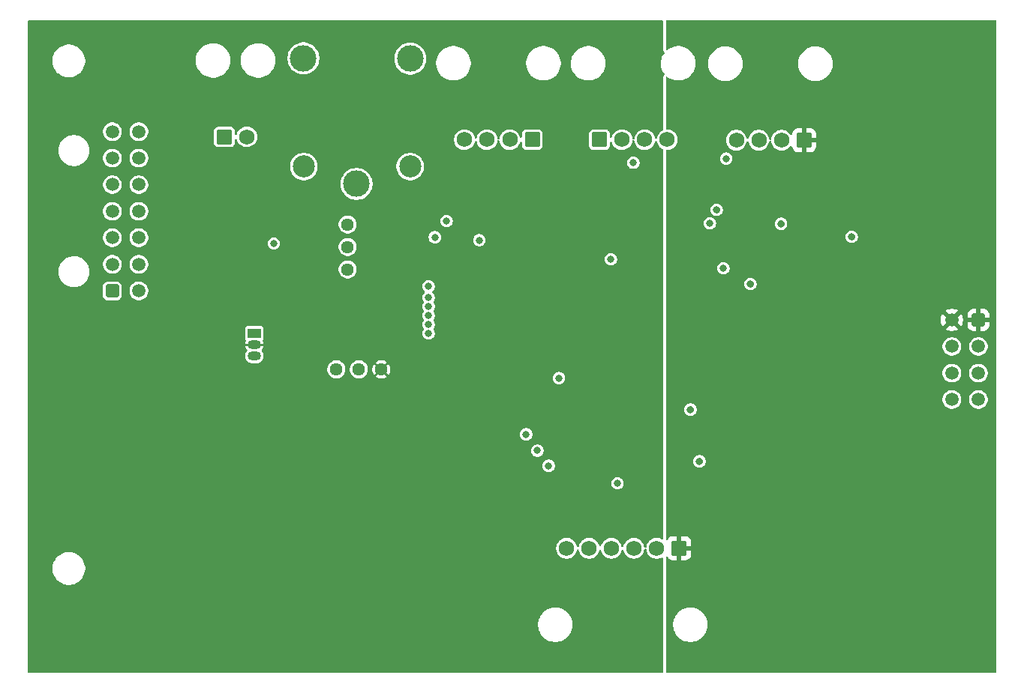
<source format=gbr>
%TF.GenerationSoftware,KiCad,Pcbnew,9.0.1*%
%TF.CreationDate,2025-06-09T14:31:37-07:00*%
%TF.ProjectId,chop-controller-heat-v2,63686f70-2d63-46f6-9e74-726f6c6c6572,rev?*%
%TF.SameCoordinates,Original*%
%TF.FileFunction,Copper,L3,Inr*%
%TF.FilePolarity,Positive*%
%FSLAX46Y46*%
G04 Gerber Fmt 4.6, Leading zero omitted, Abs format (unit mm)*
G04 Created by KiCad (PCBNEW 9.0.1) date 2025-06-09 14:31:37*
%MOMM*%
%LPD*%
G01*
G04 APERTURE LIST*
G04 Aperture macros list*
%AMRoundRect*
0 Rectangle with rounded corners*
0 $1 Rounding radius*
0 $2 $3 $4 $5 $6 $7 $8 $9 X,Y pos of 4 corners*
0 Add a 4 corners polygon primitive as box body*
4,1,4,$2,$3,$4,$5,$6,$7,$8,$9,$2,$3,0*
0 Add four circle primitives for the rounded corners*
1,1,$1+$1,$2,$3*
1,1,$1+$1,$4,$5*
1,1,$1+$1,$6,$7*
1,1,$1+$1,$8,$9*
0 Add four rect primitives between the rounded corners*
20,1,$1+$1,$2,$3,$4,$5,0*
20,1,$1+$1,$4,$5,$6,$7,0*
20,1,$1+$1,$6,$7,$8,$9,0*
20,1,$1+$1,$8,$9,$2,$3,0*%
G04 Aperture macros list end*
%TA.AperFunction,ComponentPad*%
%ADD10C,1.740000*%
%TD*%
%TA.AperFunction,ComponentPad*%
%ADD11RoundRect,0.250560X0.619440X0.619440X-0.619440X0.619440X-0.619440X-0.619440X0.619440X-0.619440X0*%
%TD*%
%TA.AperFunction,ComponentPad*%
%ADD12RoundRect,0.250560X-0.619440X-0.619440X0.619440X-0.619440X0.619440X0.619440X-0.619440X0.619440X0*%
%TD*%
%TA.AperFunction,ComponentPad*%
%ADD13C,1.500000*%
%TD*%
%TA.AperFunction,ComponentPad*%
%ADD14RoundRect,0.250001X0.499999X-0.499999X0.499999X0.499999X-0.499999X0.499999X-0.499999X-0.499999X0*%
%TD*%
%TA.AperFunction,ComponentPad*%
%ADD15RoundRect,0.250001X-0.499999X0.499999X-0.499999X-0.499999X0.499999X-0.499999X0.499999X0.499999X0*%
%TD*%
%TA.AperFunction,ComponentPad*%
%ADD16R,1.500000X1.050000*%
%TD*%
%TA.AperFunction,ComponentPad*%
%ADD17O,1.500000X1.050000*%
%TD*%
%TA.AperFunction,ComponentPad*%
%ADD18C,1.440000*%
%TD*%
%TA.AperFunction,ComponentPad*%
%ADD19C,3.000000*%
%TD*%
%TA.AperFunction,ComponentPad*%
%ADD20C,2.500000*%
%TD*%
%TA.AperFunction,ViaPad*%
%ADD21C,0.800000*%
%TD*%
G04 APERTURE END LIST*
D10*
%TO.N,/TC1+*%
%TO.C,J1*%
X134797638Y-62933323D03*
%TO.N,/TC1-*%
X137337638Y-62933323D03*
%TO.N,/MOSFET_HL1*%
X139907638Y-62933323D03*
D11*
%TO.N,/SAFETY_12V*%
X142447638Y-62933323D03*
%TD*%
D10*
%TO.N,/TC2+*%
%TO.C,J2*%
X157683638Y-62933323D03*
%TO.N,/TC2-*%
X155143638Y-62933323D03*
%TO.N,/MOSFET_HL2*%
X152573638Y-62933323D03*
D12*
%TO.N,/SAFETY_12V*%
X150033638Y-62933323D03*
%TD*%
D10*
%TO.N,/TC3+*%
%TO.C,J3*%
X165480888Y-62984073D03*
%TO.N,/TC3-*%
X168020888Y-62984073D03*
%TO.N,/MOSFET_HL3*%
X170590888Y-62984073D03*
D11*
%TO.N,+24V*%
X173130888Y-62984073D03*
%TD*%
D10*
%TO.N,/uPC_RTD++*%
%TO.C,J9*%
X146320400Y-109099000D03*
%TO.N,/uPC_RTD+*%
X148860400Y-109099000D03*
%TO.N,/uPC_RTD-*%
X151370400Y-109099000D03*
%TO.N,/uPC_RTD--*%
X153910400Y-109099000D03*
%TO.N,/MOSFET_uPC*%
X156480400Y-109099000D03*
D11*
%TO.N,+24V*%
X159020400Y-109099000D03*
%TD*%
D13*
%TO.N,/MISO_1*%
%TO.C,J11*%
X98046800Y-62012800D03*
%TO.N,/MOSI_1*%
X98046800Y-65012800D03*
%TO.N,/HL1_PWM_IN*%
X98046800Y-68012800D03*
%TO.N,/HL2_CS*%
X98046800Y-71012800D03*
%TO.N,/HL3_PWM_IN*%
X98046800Y-74012800D03*
%TO.N,/uPC_RTD_CS*%
X98046800Y-77012800D03*
%TO.N,/SAFETY_CS*%
X98046800Y-80012800D03*
%TO.N,/SCK_1*%
X95046800Y-62012800D03*
%TO.N,/HL1_CS*%
X95046800Y-65012800D03*
%TO.N,/HL2_PWM_IN*%
X95046800Y-68012800D03*
%TO.N,/HL3_CS*%
X95046800Y-71012800D03*
%TO.N,/uPC_PWM_IN*%
X95046800Y-74012800D03*
%TO.N,/uPC_RTD_DRDY*%
X95046800Y-77012800D03*
D14*
%TO.N,unconnected-(J11-Pin_1-Pad1)*%
X95046800Y-80012800D03*
%TD*%
D13*
%TO.N,GNDREF*%
%TO.C,J12*%
X189804000Y-92300000D03*
%TO.N,+3.3V*%
X189804000Y-89300000D03*
%TO.N,+12V*%
X189804000Y-86300000D03*
%TO.N,+24V*%
X189804000Y-83300000D03*
%TO.N,GNDREF*%
X192804000Y-92300000D03*
%TO.N,+3.3V*%
X192804000Y-89300000D03*
%TO.N,+12V*%
X192804000Y-86300000D03*
D15*
%TO.N,+24V*%
X192804000Y-83300000D03*
%TD*%
D10*
%TO.N,/Safet Cutoff/TC_SAFETY+*%
%TO.C,J13*%
X110235638Y-62609323D03*
D12*
%TO.N,/Safet Cutoff/TC_SAFETY-*%
X107695638Y-62609323D03*
%TD*%
D16*
%TO.N,Net-(U18-VO)*%
%TO.C,U18*%
X111082638Y-84823323D03*
D17*
%TO.N,GNDREF*%
X111082638Y-86093323D03*
%TO.N,+3.3V*%
X111082638Y-87363323D03*
%TD*%
D18*
%TO.N,Net-(U23-G1)*%
%TO.C,RV1*%
X121602638Y-77594323D03*
%TO.N,Net-(U19-+)*%
X121602638Y-75054323D03*
%TO.N,Net-(R52-Pad1)*%
X121602638Y-72514323D03*
%TD*%
%TO.N,+3.3V*%
%TO.C,RV2*%
X120322638Y-88887323D03*
%TO.N,/Safet Cutoff/V_CUTOFF*%
X122862638Y-88887323D03*
%TO.N,GNDREF*%
X125402638Y-88887323D03*
%TD*%
D19*
%TO.N,/SAFETY_12V*%
%TO.C,K1*%
X122618638Y-67923323D03*
D20*
%TO.N,Net-(D1-A)*%
X128668638Y-65973323D03*
D19*
%TO.N,Net-(K1-Pad3)*%
X128668638Y-53773323D03*
%TO.N,+12V*%
X116618638Y-53723323D03*
D20*
X116668638Y-65973323D03*
%TD*%
D21*
%TO.N,GNDREF*%
X163258638Y-70853323D03*
X117030638Y-71615323D03*
X152162400Y-106386000D03*
X167068638Y-79235323D03*
X140500238Y-72478923D03*
X145050400Y-105370000D03*
X178498638Y-73901323D03*
X142510400Y-106894000D03*
X161306400Y-99274000D03*
X125158638Y-71107323D03*
X170523038Y-72428123D03*
X138366638Y-79743323D03*
X105346638Y-66281323D03*
X160290400Y-93432000D03*
X148272638Y-72631323D03*
X130746638Y-70091323D03*
%TO.N,+3.3V*%
X113271438Y-74663323D03*
X145456800Y-89876000D03*
X131457838Y-73952123D03*
X152060800Y-101763200D03*
X164325438Y-65062123D03*
%TO.N,/HL1_PWM_IN*%
X130746638Y-80759323D03*
%TO.N,/HL2_PWM_IN*%
X130746638Y-81758826D03*
%TO.N,/HL3_PWM_IN*%
X130746638Y-84823323D03*
%TO.N,/HL3_CS*%
X130746638Y-83807323D03*
%TO.N,/HL2_CS*%
X130746638Y-82791323D03*
%TO.N,/HL1_CS*%
X130746638Y-79489323D03*
%TO.N,/MOSI_1*%
X143018400Y-98067500D03*
%TO.N,/MISO_1*%
X151320638Y-76441323D03*
X141748400Y-96226000D03*
X136461638Y-74282323D03*
X164020638Y-77457323D03*
%TO.N,/SCK_1*%
X153860638Y-65532000D03*
X132778638Y-72123323D03*
X162496638Y-72377323D03*
X144288400Y-99782000D03*
%TD*%
%TA.AperFunction,Conductor*%
%TO.N,GNDREF*%
G36*
X157154739Y-49435508D02*
G01*
X157200494Y-49488312D01*
X157211700Y-49539823D01*
X157211700Y-52662525D01*
X157221643Y-52739826D01*
X157221644Y-52739832D01*
X157221645Y-52739835D01*
X157237190Y-52799262D01*
X157237530Y-52800559D01*
X157237533Y-52800567D01*
X157255100Y-52849951D01*
X157319645Y-52941814D01*
X157345226Y-52966794D01*
X157379438Y-53027715D01*
X157375281Y-53097461D01*
X157356970Y-53130996D01*
X157298382Y-53207350D01*
X157298372Y-53207365D01*
X157170537Y-53428780D01*
X157170532Y-53428791D01*
X157072691Y-53665000D01*
X157072688Y-53665010D01*
X157009533Y-53900711D01*
X157006512Y-53911984D01*
X156973138Y-54165472D01*
X156973138Y-54421173D01*
X156986331Y-54521379D01*
X157006512Y-54674663D01*
X157072688Y-54921635D01*
X157072691Y-54921645D01*
X157170532Y-55157854D01*
X157170537Y-55157865D01*
X157298372Y-55379280D01*
X157298383Y-55379296D01*
X157356408Y-55454916D01*
X157381602Y-55520085D01*
X157367564Y-55588530D01*
X157339235Y-55624115D01*
X157336823Y-55626204D01*
X157336812Y-55626214D01*
X157294651Y-55670930D01*
X157294645Y-55670939D01*
X157243760Y-55771013D01*
X157224077Y-55838044D01*
X157224076Y-55838051D01*
X157211700Y-55924123D01*
X157211700Y-61638823D01*
X157211701Y-61638832D01*
X157218681Y-61703758D01*
X157218684Y-61703775D01*
X157228276Y-61747869D01*
X157223292Y-61817561D01*
X157181420Y-61873494D01*
X157163406Y-61884711D01*
X157070164Y-61932220D01*
X156982589Y-61995848D01*
X156921109Y-62040516D01*
X156921107Y-62040518D01*
X156921106Y-62040518D01*
X156790833Y-62170791D01*
X156790833Y-62170792D01*
X156790831Y-62170794D01*
X156782554Y-62182187D01*
X156682537Y-62319847D01*
X156598891Y-62484009D01*
X156541960Y-62659228D01*
X156536111Y-62696158D01*
X156506182Y-62759293D01*
X156446870Y-62796224D01*
X156377008Y-62795226D01*
X156318775Y-62756616D01*
X156291165Y-62696158D01*
X156288995Y-62682457D01*
X156285316Y-62659230D01*
X156228383Y-62484007D01*
X156144739Y-62319848D01*
X156036445Y-62170794D01*
X155906167Y-62040516D01*
X155757113Y-61932222D01*
X155712193Y-61909334D01*
X155592951Y-61848576D01*
X155417732Y-61791645D01*
X155302904Y-61773458D01*
X155235758Y-61762823D01*
X155051518Y-61762823D01*
X154990860Y-61772430D01*
X154869543Y-61791645D01*
X154694324Y-61848576D01*
X154530162Y-61932222D01*
X154510179Y-61946741D01*
X154381109Y-62040516D01*
X154381107Y-62040518D01*
X154381106Y-62040518D01*
X154250833Y-62170791D01*
X154250833Y-62170792D01*
X154250831Y-62170794D01*
X154242554Y-62182187D01*
X154142537Y-62319847D01*
X154058891Y-62484009D01*
X154001960Y-62659228D01*
X153981111Y-62790864D01*
X153951182Y-62853999D01*
X153891870Y-62890930D01*
X153822008Y-62889932D01*
X153763775Y-62851322D01*
X153736165Y-62790864D01*
X153715316Y-62659230D01*
X153658383Y-62484007D01*
X153574739Y-62319848D01*
X153466445Y-62170794D01*
X153336167Y-62040516D01*
X153187113Y-61932222D01*
X153142193Y-61909334D01*
X153022951Y-61848576D01*
X152847732Y-61791645D01*
X152732904Y-61773458D01*
X152665758Y-61762823D01*
X152481518Y-61762823D01*
X152420860Y-61772430D01*
X152299543Y-61791645D01*
X152124324Y-61848576D01*
X151960162Y-61932222D01*
X151940179Y-61946741D01*
X151811109Y-62040516D01*
X151811107Y-62040518D01*
X151811106Y-62040518D01*
X151680833Y-62170791D01*
X151680833Y-62170792D01*
X151680831Y-62170794D01*
X151672554Y-62182187D01*
X151572537Y-62319847D01*
X151488891Y-62484009D01*
X151446069Y-62615805D01*
X151406632Y-62673480D01*
X151342273Y-62700679D01*
X151273427Y-62688765D01*
X151221951Y-62641521D01*
X151204138Y-62577487D01*
X151204138Y-62270740D01*
X151193503Y-62182187D01*
X151193503Y-62182186D01*
X151189010Y-62170792D01*
X151137931Y-62041264D01*
X151137365Y-62040518D01*
X151103491Y-61995848D01*
X151046400Y-61920561D01*
X150964147Y-61858187D01*
X150925699Y-61829031D01*
X150925697Y-61829030D01*
X150830895Y-61791645D01*
X150784774Y-61773457D01*
X150696220Y-61762823D01*
X149371056Y-61762823D01*
X149282502Y-61773457D01*
X149282501Y-61773457D01*
X149141576Y-61829031D01*
X149020876Y-61920561D01*
X148929346Y-62041261D01*
X148873772Y-62182186D01*
X148873772Y-62182187D01*
X148863138Y-62270740D01*
X148863138Y-63595905D01*
X148873772Y-63684458D01*
X148873772Y-63684459D01*
X148929346Y-63825384D01*
X148929912Y-63826130D01*
X149020876Y-63946085D01*
X149141579Y-64037616D01*
X149282500Y-64093188D01*
X149371056Y-64103823D01*
X150696220Y-64103823D01*
X150784776Y-64093188D01*
X150925697Y-64037616D01*
X151046400Y-63946085D01*
X151137931Y-63825382D01*
X151193503Y-63684461D01*
X151204138Y-63595905D01*
X151204138Y-63289158D01*
X151223823Y-63222119D01*
X151276627Y-63176364D01*
X151345785Y-63166420D01*
X151409341Y-63195445D01*
X151446069Y-63250840D01*
X151488891Y-63382636D01*
X151488893Y-63382639D01*
X151572537Y-63546798D01*
X151680831Y-63695852D01*
X151811109Y-63826130D01*
X151960163Y-63934424D01*
X152055331Y-63982915D01*
X152124324Y-64018069D01*
X152184485Y-64037616D01*
X152299545Y-64075001D01*
X152481518Y-64103823D01*
X152481519Y-64103823D01*
X152665757Y-64103823D01*
X152665758Y-64103823D01*
X152847731Y-64075001D01*
X153022954Y-64018068D01*
X153187113Y-63934424D01*
X153336167Y-63826130D01*
X153466445Y-63695852D01*
X153574739Y-63546798D01*
X153658383Y-63382639D01*
X153715316Y-63207416D01*
X153736165Y-63075780D01*
X153766094Y-63012646D01*
X153825406Y-62975715D01*
X153895268Y-62976713D01*
X153953501Y-63015323D01*
X153981111Y-63075781D01*
X154001960Y-63207417D01*
X154058891Y-63382636D01*
X154058893Y-63382639D01*
X154142537Y-63546798D01*
X154250831Y-63695852D01*
X154381109Y-63826130D01*
X154530163Y-63934424D01*
X154625331Y-63982915D01*
X154694324Y-64018069D01*
X154754485Y-64037616D01*
X154869545Y-64075001D01*
X155051518Y-64103823D01*
X155051519Y-64103823D01*
X155235757Y-64103823D01*
X155235758Y-64103823D01*
X155417731Y-64075001D01*
X155592954Y-64018068D01*
X155757113Y-63934424D01*
X155906167Y-63826130D01*
X156036445Y-63695852D01*
X156144739Y-63546798D01*
X156228383Y-63382639D01*
X156285316Y-63207416D01*
X156291165Y-63170486D01*
X156321094Y-63107353D01*
X156380405Y-63070421D01*
X156450268Y-63071419D01*
X156508501Y-63110028D01*
X156536111Y-63170487D01*
X156541960Y-63207417D01*
X156598891Y-63382636D01*
X156598893Y-63382639D01*
X156682537Y-63546798D01*
X156790831Y-63695852D01*
X156921109Y-63826130D01*
X157070163Y-63934424D01*
X157165333Y-63982916D01*
X157216128Y-64030890D01*
X157232923Y-64098711D01*
X157228015Y-64128331D01*
X157224078Y-64141740D01*
X157224076Y-64141748D01*
X157224076Y-64141751D01*
X157216157Y-64196824D01*
X157211700Y-64227823D01*
X157211700Y-107955583D01*
X157192015Y-108022622D01*
X157139211Y-108068377D01*
X157070053Y-108078321D01*
X157031405Y-108066068D01*
X156929713Y-108014253D01*
X156754494Y-107957322D01*
X156663506Y-107942911D01*
X156572520Y-107928500D01*
X156388280Y-107928500D01*
X156327622Y-107938107D01*
X156206305Y-107957322D01*
X156031086Y-108014253D01*
X155866924Y-108097899D01*
X155796256Y-108149243D01*
X155717871Y-108206193D01*
X155717869Y-108206195D01*
X155717868Y-108206195D01*
X155587595Y-108336468D01*
X155587595Y-108336469D01*
X155587593Y-108336471D01*
X155541084Y-108400484D01*
X155479299Y-108485524D01*
X155395653Y-108649686D01*
X155338722Y-108824905D01*
X155317873Y-108956541D01*
X155287944Y-109019676D01*
X155228632Y-109056607D01*
X155158770Y-109055609D01*
X155100537Y-109016999D01*
X155072927Y-108956541D01*
X155052078Y-108824907D01*
X154995145Y-108649684D01*
X154911501Y-108485525D01*
X154803207Y-108336471D01*
X154672929Y-108206193D01*
X154523875Y-108097899D01*
X154511689Y-108091690D01*
X154359713Y-108014253D01*
X154184494Y-107957322D01*
X154093506Y-107942911D01*
X154002520Y-107928500D01*
X153818280Y-107928500D01*
X153757622Y-107938107D01*
X153636305Y-107957322D01*
X153461086Y-108014253D01*
X153296924Y-108097899D01*
X153226256Y-108149243D01*
X153147871Y-108206193D01*
X153147869Y-108206195D01*
X153147868Y-108206195D01*
X153017595Y-108336468D01*
X153017595Y-108336469D01*
X153017593Y-108336471D01*
X152971084Y-108400484D01*
X152909299Y-108485524D01*
X152825653Y-108649686D01*
X152768722Y-108824905D01*
X152762873Y-108861835D01*
X152732944Y-108924970D01*
X152673632Y-108961901D01*
X152603770Y-108960903D01*
X152545537Y-108922293D01*
X152517927Y-108861835D01*
X152513904Y-108836436D01*
X152512078Y-108824907D01*
X152455145Y-108649684D01*
X152371501Y-108485525D01*
X152263207Y-108336471D01*
X152132929Y-108206193D01*
X151983875Y-108097899D01*
X151971689Y-108091690D01*
X151819713Y-108014253D01*
X151644494Y-107957322D01*
X151553506Y-107942911D01*
X151462520Y-107928500D01*
X151278280Y-107928500D01*
X151217622Y-107938107D01*
X151096305Y-107957322D01*
X150921086Y-108014253D01*
X150756924Y-108097899D01*
X150686256Y-108149243D01*
X150607871Y-108206193D01*
X150607869Y-108206195D01*
X150607868Y-108206195D01*
X150477595Y-108336468D01*
X150477595Y-108336469D01*
X150477593Y-108336471D01*
X150431084Y-108400484D01*
X150369299Y-108485524D01*
X150285653Y-108649686D01*
X150233331Y-108810720D01*
X150193894Y-108868395D01*
X150129535Y-108895594D01*
X150060689Y-108883680D01*
X150009213Y-108836436D01*
X149997469Y-108810720D01*
X149945146Y-108649686D01*
X149861500Y-108485524D01*
X149753207Y-108336471D01*
X149622929Y-108206193D01*
X149473875Y-108097899D01*
X149461689Y-108091690D01*
X149309713Y-108014253D01*
X149134494Y-107957322D01*
X149043506Y-107942911D01*
X148952520Y-107928500D01*
X148768280Y-107928500D01*
X148707622Y-107938107D01*
X148586305Y-107957322D01*
X148411086Y-108014253D01*
X148246924Y-108097899D01*
X148176256Y-108149243D01*
X148097871Y-108206193D01*
X148097869Y-108206195D01*
X148097868Y-108206195D01*
X147967595Y-108336468D01*
X147967595Y-108336469D01*
X147967593Y-108336471D01*
X147921084Y-108400484D01*
X147859299Y-108485524D01*
X147775653Y-108649686D01*
X147718722Y-108824905D01*
X147712873Y-108861835D01*
X147682944Y-108924970D01*
X147623632Y-108961901D01*
X147553770Y-108960903D01*
X147495537Y-108922293D01*
X147467927Y-108861835D01*
X147463904Y-108836436D01*
X147462078Y-108824907D01*
X147405145Y-108649684D01*
X147321501Y-108485525D01*
X147213207Y-108336471D01*
X147082929Y-108206193D01*
X146933875Y-108097899D01*
X146921689Y-108091690D01*
X146769713Y-108014253D01*
X146594494Y-107957322D01*
X146503506Y-107942911D01*
X146412520Y-107928500D01*
X146228280Y-107928500D01*
X146167622Y-107938107D01*
X146046305Y-107957322D01*
X145871086Y-108014253D01*
X145706924Y-108097899D01*
X145636256Y-108149243D01*
X145557871Y-108206193D01*
X145557869Y-108206195D01*
X145557868Y-108206195D01*
X145427595Y-108336468D01*
X145427595Y-108336469D01*
X145427593Y-108336471D01*
X145381084Y-108400484D01*
X145319299Y-108485524D01*
X145235653Y-108649686D01*
X145178722Y-108824905D01*
X145149900Y-109006880D01*
X145149900Y-109191119D01*
X145178722Y-109373094D01*
X145235653Y-109548313D01*
X145245767Y-109568162D01*
X145319299Y-109712475D01*
X145427593Y-109861529D01*
X145557871Y-109991807D01*
X145706925Y-110100101D01*
X145795654Y-110145311D01*
X145871086Y-110183746D01*
X145928551Y-110202417D01*
X146046307Y-110240678D01*
X146228280Y-110269500D01*
X146228281Y-110269500D01*
X146412519Y-110269500D01*
X146412520Y-110269500D01*
X146594493Y-110240678D01*
X146769716Y-110183745D01*
X146933875Y-110100101D01*
X147082929Y-109991807D01*
X147213207Y-109861529D01*
X147321501Y-109712475D01*
X147405145Y-109548316D01*
X147462078Y-109373093D01*
X147467927Y-109336163D01*
X147497856Y-109273030D01*
X147557167Y-109236098D01*
X147627030Y-109237096D01*
X147685263Y-109275705D01*
X147712873Y-109336164D01*
X147718722Y-109373094D01*
X147775653Y-109548313D01*
X147785767Y-109568162D01*
X147859299Y-109712475D01*
X147967593Y-109861529D01*
X148097871Y-109991807D01*
X148246925Y-110100101D01*
X148335654Y-110145311D01*
X148411086Y-110183746D01*
X148468551Y-110202417D01*
X148586307Y-110240678D01*
X148768280Y-110269500D01*
X148768281Y-110269500D01*
X148952519Y-110269500D01*
X148952520Y-110269500D01*
X149134493Y-110240678D01*
X149309716Y-110183745D01*
X149473875Y-110100101D01*
X149622929Y-109991807D01*
X149753207Y-109861529D01*
X149861501Y-109712475D01*
X149945145Y-109548316D01*
X149997469Y-109387279D01*
X150036906Y-109329604D01*
X150101265Y-109302405D01*
X150170111Y-109314319D01*
X150221587Y-109361563D01*
X150233331Y-109387279D01*
X150285653Y-109548313D01*
X150295767Y-109568162D01*
X150369299Y-109712475D01*
X150477593Y-109861529D01*
X150607871Y-109991807D01*
X150756925Y-110100101D01*
X150845654Y-110145311D01*
X150921086Y-110183746D01*
X150978551Y-110202417D01*
X151096307Y-110240678D01*
X151278280Y-110269500D01*
X151278281Y-110269500D01*
X151462519Y-110269500D01*
X151462520Y-110269500D01*
X151644493Y-110240678D01*
X151819716Y-110183745D01*
X151983875Y-110100101D01*
X152132929Y-109991807D01*
X152263207Y-109861529D01*
X152371501Y-109712475D01*
X152455145Y-109548316D01*
X152512078Y-109373093D01*
X152517927Y-109336163D01*
X152547856Y-109273030D01*
X152607167Y-109236098D01*
X152677030Y-109237096D01*
X152735263Y-109275705D01*
X152762873Y-109336164D01*
X152768722Y-109373094D01*
X152825653Y-109548313D01*
X152835767Y-109568162D01*
X152909299Y-109712475D01*
X153017593Y-109861529D01*
X153147871Y-109991807D01*
X153296925Y-110100101D01*
X153385654Y-110145311D01*
X153461086Y-110183746D01*
X153518551Y-110202417D01*
X153636307Y-110240678D01*
X153818280Y-110269500D01*
X153818281Y-110269500D01*
X154002519Y-110269500D01*
X154002520Y-110269500D01*
X154184493Y-110240678D01*
X154359716Y-110183745D01*
X154523875Y-110100101D01*
X154672929Y-109991807D01*
X154803207Y-109861529D01*
X154911501Y-109712475D01*
X154995145Y-109548316D01*
X155052078Y-109373093D01*
X155072927Y-109241457D01*
X155102856Y-109178323D01*
X155162168Y-109141392D01*
X155232030Y-109142390D01*
X155290263Y-109181000D01*
X155317873Y-109241458D01*
X155338722Y-109373094D01*
X155395653Y-109548313D01*
X155405767Y-109568162D01*
X155479299Y-109712475D01*
X155587593Y-109861529D01*
X155717871Y-109991807D01*
X155866925Y-110100101D01*
X155955654Y-110145311D01*
X156031086Y-110183746D01*
X156088551Y-110202417D01*
X156206307Y-110240678D01*
X156388280Y-110269500D01*
X156388281Y-110269500D01*
X156572519Y-110269500D01*
X156572520Y-110269500D01*
X156754493Y-110240678D01*
X156929716Y-110183745D01*
X157031404Y-110131932D01*
X157100073Y-110119035D01*
X157164814Y-110145311D01*
X157205072Y-110202417D01*
X157211700Y-110242416D01*
X157211700Y-123070822D01*
X157192015Y-123137861D01*
X157139211Y-123183616D01*
X157087700Y-123194822D01*
X85651138Y-123194822D01*
X85584099Y-123175137D01*
X85538344Y-123122333D01*
X85527138Y-123070822D01*
X85527138Y-117611149D01*
X143099900Y-117611149D01*
X143099900Y-117866850D01*
X143125857Y-118064007D01*
X143133274Y-118120340D01*
X143199450Y-118367312D01*
X143199453Y-118367322D01*
X143297294Y-118603531D01*
X143297299Y-118603542D01*
X143425134Y-118824957D01*
X143425145Y-118824973D01*
X143580788Y-119027811D01*
X143580794Y-119027818D01*
X143761581Y-119208605D01*
X143761587Y-119208610D01*
X143964435Y-119364261D01*
X143964442Y-119364265D01*
X144185857Y-119492100D01*
X144185862Y-119492102D01*
X144185865Y-119492104D01*
X144422087Y-119589950D01*
X144669060Y-119656126D01*
X144922557Y-119689500D01*
X144922564Y-119689500D01*
X145178236Y-119689500D01*
X145178243Y-119689500D01*
X145431740Y-119656126D01*
X145678713Y-119589950D01*
X145914935Y-119492104D01*
X146136365Y-119364261D01*
X146339213Y-119208610D01*
X146520010Y-119027813D01*
X146675661Y-118824965D01*
X146803504Y-118603535D01*
X146901350Y-118367313D01*
X146967526Y-118120340D01*
X147000900Y-117866843D01*
X147000900Y-117611157D01*
X146967526Y-117357660D01*
X146901350Y-117110687D01*
X146803504Y-116874465D01*
X146803502Y-116874462D01*
X146803500Y-116874457D01*
X146675665Y-116653042D01*
X146675661Y-116653035D01*
X146520010Y-116450187D01*
X146520005Y-116450181D01*
X146339218Y-116269394D01*
X146339211Y-116269388D01*
X146136373Y-116113745D01*
X146136371Y-116113743D01*
X146136365Y-116113739D01*
X146136360Y-116113736D01*
X146136357Y-116113734D01*
X145914942Y-115985899D01*
X145914931Y-115985894D01*
X145678722Y-115888053D01*
X145678715Y-115888051D01*
X145678713Y-115888050D01*
X145431740Y-115821874D01*
X145375407Y-115814457D01*
X145178250Y-115788500D01*
X145178243Y-115788500D01*
X144922557Y-115788500D01*
X144922549Y-115788500D01*
X144697226Y-115818165D01*
X144669060Y-115821874D01*
X144422087Y-115888050D01*
X144422077Y-115888053D01*
X144185868Y-115985894D01*
X144185857Y-115985899D01*
X143964442Y-116113734D01*
X143964426Y-116113745D01*
X143761588Y-116269388D01*
X143761581Y-116269394D01*
X143580794Y-116450181D01*
X143580788Y-116450188D01*
X143425145Y-116653026D01*
X143425134Y-116653042D01*
X143297299Y-116874457D01*
X143297294Y-116874468D01*
X143199453Y-117110677D01*
X143199450Y-117110687D01*
X143133274Y-117357661D01*
X143099900Y-117611149D01*
X85527138Y-117611149D01*
X85527138Y-111265711D01*
X88290300Y-111265711D01*
X88290300Y-111508288D01*
X88321961Y-111748785D01*
X88384747Y-111983104D01*
X88477573Y-112207205D01*
X88477576Y-112207212D01*
X88598864Y-112417289D01*
X88598866Y-112417292D01*
X88598867Y-112417293D01*
X88746533Y-112609736D01*
X88746539Y-112609743D01*
X88918056Y-112781260D01*
X88918062Y-112781265D01*
X89110511Y-112928936D01*
X89320588Y-113050224D01*
X89544700Y-113143054D01*
X89779011Y-113205838D01*
X89959386Y-113229584D01*
X90019511Y-113237500D01*
X90019512Y-113237500D01*
X90262089Y-113237500D01*
X90310188Y-113231167D01*
X90502589Y-113205838D01*
X90736900Y-113143054D01*
X90961012Y-113050224D01*
X91171089Y-112928936D01*
X91363538Y-112781265D01*
X91535065Y-112609738D01*
X91682736Y-112417289D01*
X91804024Y-112207212D01*
X91896854Y-111983100D01*
X91959638Y-111748789D01*
X91991300Y-111508288D01*
X91991300Y-111265712D01*
X91959638Y-111025211D01*
X91896854Y-110790900D01*
X91804024Y-110566788D01*
X91682736Y-110356711D01*
X91535065Y-110164262D01*
X91535060Y-110164256D01*
X91363543Y-109992739D01*
X91363536Y-109992733D01*
X91171093Y-109845067D01*
X91171092Y-109845066D01*
X91171089Y-109845064D01*
X90961012Y-109723776D01*
X90933729Y-109712475D01*
X90736904Y-109630947D01*
X90502585Y-109568161D01*
X90262089Y-109536500D01*
X90262088Y-109536500D01*
X90019512Y-109536500D01*
X90019511Y-109536500D01*
X89779014Y-109568161D01*
X89544695Y-109630947D01*
X89320594Y-109723773D01*
X89320585Y-109723777D01*
X89110506Y-109845067D01*
X88918063Y-109992733D01*
X88918056Y-109992739D01*
X88746539Y-110164256D01*
X88746533Y-110164263D01*
X88598867Y-110356706D01*
X88477577Y-110566785D01*
X88477573Y-110566794D01*
X88384747Y-110790895D01*
X88321961Y-111025214D01*
X88290300Y-111265711D01*
X85527138Y-111265711D01*
X85527138Y-101832195D01*
X151360299Y-101832195D01*
X151387218Y-101967522D01*
X151387221Y-101967532D01*
X151440021Y-102095004D01*
X151440028Y-102095017D01*
X151516685Y-102209741D01*
X151516688Y-102209745D01*
X151614254Y-102307311D01*
X151614258Y-102307314D01*
X151728982Y-102383971D01*
X151728995Y-102383978D01*
X151856467Y-102436778D01*
X151856472Y-102436780D01*
X151856476Y-102436780D01*
X151856477Y-102436781D01*
X151991804Y-102463700D01*
X151991807Y-102463700D01*
X152129795Y-102463700D01*
X152220841Y-102445589D01*
X152265128Y-102436780D01*
X152392611Y-102383975D01*
X152507342Y-102307314D01*
X152604914Y-102209742D01*
X152681575Y-102095011D01*
X152734380Y-101967528D01*
X152761300Y-101832193D01*
X152761300Y-101694207D01*
X152761300Y-101694204D01*
X152734381Y-101558877D01*
X152734380Y-101558876D01*
X152734380Y-101558872D01*
X152734378Y-101558867D01*
X152681578Y-101431395D01*
X152681571Y-101431382D01*
X152604914Y-101316658D01*
X152604911Y-101316654D01*
X152507345Y-101219088D01*
X152507341Y-101219085D01*
X152392617Y-101142428D01*
X152392604Y-101142421D01*
X152265132Y-101089621D01*
X152265122Y-101089618D01*
X152129795Y-101062700D01*
X152129793Y-101062700D01*
X151991807Y-101062700D01*
X151991805Y-101062700D01*
X151856477Y-101089618D01*
X151856467Y-101089621D01*
X151728995Y-101142421D01*
X151728982Y-101142428D01*
X151614258Y-101219085D01*
X151614254Y-101219088D01*
X151516688Y-101316654D01*
X151516685Y-101316658D01*
X151440028Y-101431382D01*
X151440021Y-101431395D01*
X151387221Y-101558867D01*
X151387218Y-101558877D01*
X151360300Y-101694204D01*
X151360300Y-101694207D01*
X151360300Y-101832193D01*
X151360300Y-101832195D01*
X151360299Y-101832195D01*
X85527138Y-101832195D01*
X85527138Y-99850995D01*
X143587899Y-99850995D01*
X143614818Y-99986322D01*
X143614821Y-99986332D01*
X143667621Y-100113804D01*
X143667628Y-100113817D01*
X143744285Y-100228541D01*
X143744288Y-100228545D01*
X143841854Y-100326111D01*
X143841858Y-100326114D01*
X143956582Y-100402771D01*
X143956595Y-100402778D01*
X144084067Y-100455578D01*
X144084072Y-100455580D01*
X144084076Y-100455580D01*
X144084077Y-100455581D01*
X144219404Y-100482500D01*
X144219407Y-100482500D01*
X144357395Y-100482500D01*
X144448441Y-100464389D01*
X144492728Y-100455580D01*
X144620211Y-100402775D01*
X144734942Y-100326114D01*
X144832514Y-100228542D01*
X144909175Y-100113811D01*
X144961980Y-99986328D01*
X144988900Y-99850993D01*
X144988900Y-99713007D01*
X144988900Y-99713004D01*
X144961981Y-99577677D01*
X144961980Y-99577676D01*
X144961980Y-99577672D01*
X144959704Y-99572177D01*
X144909178Y-99450195D01*
X144909171Y-99450182D01*
X144832514Y-99335458D01*
X144832511Y-99335454D01*
X144734945Y-99237888D01*
X144734941Y-99237885D01*
X144620217Y-99161228D01*
X144620204Y-99161221D01*
X144492732Y-99108421D01*
X144492722Y-99108418D01*
X144357395Y-99081500D01*
X144357393Y-99081500D01*
X144219407Y-99081500D01*
X144219405Y-99081500D01*
X144084077Y-99108418D01*
X144084067Y-99108421D01*
X143956595Y-99161221D01*
X143956582Y-99161228D01*
X143841858Y-99237885D01*
X143841854Y-99237888D01*
X143744288Y-99335454D01*
X143744285Y-99335458D01*
X143667628Y-99450182D01*
X143667621Y-99450195D01*
X143614821Y-99577667D01*
X143614818Y-99577677D01*
X143587900Y-99713004D01*
X143587900Y-99713007D01*
X143587900Y-99850993D01*
X143587900Y-99850995D01*
X143587899Y-99850995D01*
X85527138Y-99850995D01*
X85527138Y-98136495D01*
X142317899Y-98136495D01*
X142344818Y-98271822D01*
X142344821Y-98271832D01*
X142397621Y-98399304D01*
X142397628Y-98399317D01*
X142474285Y-98514041D01*
X142474288Y-98514045D01*
X142571854Y-98611611D01*
X142571858Y-98611614D01*
X142686582Y-98688271D01*
X142686595Y-98688278D01*
X142814067Y-98741078D01*
X142814072Y-98741080D01*
X142814076Y-98741080D01*
X142814077Y-98741081D01*
X142949404Y-98768000D01*
X142949407Y-98768000D01*
X143087395Y-98768000D01*
X143178441Y-98749889D01*
X143222728Y-98741080D01*
X143350211Y-98688275D01*
X143464942Y-98611614D01*
X143562514Y-98514042D01*
X143639175Y-98399311D01*
X143691980Y-98271828D01*
X143718900Y-98136493D01*
X143718900Y-97998507D01*
X143718900Y-97998504D01*
X143691981Y-97863177D01*
X143691980Y-97863176D01*
X143691980Y-97863172D01*
X143691978Y-97863167D01*
X143639178Y-97735695D01*
X143639171Y-97735682D01*
X143562514Y-97620958D01*
X143562511Y-97620954D01*
X143464945Y-97523388D01*
X143464941Y-97523385D01*
X143350217Y-97446728D01*
X143350204Y-97446721D01*
X143222732Y-97393921D01*
X143222722Y-97393918D01*
X143087395Y-97367000D01*
X143087393Y-97367000D01*
X142949407Y-97367000D01*
X142949405Y-97367000D01*
X142814077Y-97393918D01*
X142814067Y-97393921D01*
X142686595Y-97446721D01*
X142686582Y-97446728D01*
X142571858Y-97523385D01*
X142571854Y-97523388D01*
X142474288Y-97620954D01*
X142474285Y-97620958D01*
X142397628Y-97735682D01*
X142397621Y-97735695D01*
X142344821Y-97863167D01*
X142344818Y-97863177D01*
X142317900Y-97998504D01*
X142317900Y-97998507D01*
X142317900Y-98136493D01*
X142317900Y-98136495D01*
X142317899Y-98136495D01*
X85527138Y-98136495D01*
X85527138Y-96294995D01*
X141047899Y-96294995D01*
X141074818Y-96430322D01*
X141074821Y-96430332D01*
X141127621Y-96557804D01*
X141127628Y-96557817D01*
X141204285Y-96672541D01*
X141204288Y-96672545D01*
X141301854Y-96770111D01*
X141301858Y-96770114D01*
X141416582Y-96846771D01*
X141416595Y-96846778D01*
X141544067Y-96899578D01*
X141544072Y-96899580D01*
X141544076Y-96899580D01*
X141544077Y-96899581D01*
X141679404Y-96926500D01*
X141679407Y-96926500D01*
X141817395Y-96926500D01*
X141908441Y-96908389D01*
X141952728Y-96899580D01*
X142080211Y-96846775D01*
X142194942Y-96770114D01*
X142292514Y-96672542D01*
X142369175Y-96557811D01*
X142421980Y-96430328D01*
X142448900Y-96294993D01*
X142448900Y-96157007D01*
X142448900Y-96157004D01*
X142421981Y-96021677D01*
X142421980Y-96021676D01*
X142421980Y-96021672D01*
X142421978Y-96021667D01*
X142369178Y-95894195D01*
X142369171Y-95894182D01*
X142292514Y-95779458D01*
X142292511Y-95779454D01*
X142194945Y-95681888D01*
X142194941Y-95681885D01*
X142080217Y-95605228D01*
X142080204Y-95605221D01*
X141952732Y-95552421D01*
X141952722Y-95552418D01*
X141817395Y-95525500D01*
X141817393Y-95525500D01*
X141679407Y-95525500D01*
X141679405Y-95525500D01*
X141544077Y-95552418D01*
X141544067Y-95552421D01*
X141416595Y-95605221D01*
X141416582Y-95605228D01*
X141301858Y-95681885D01*
X141301854Y-95681888D01*
X141204288Y-95779454D01*
X141204285Y-95779458D01*
X141127628Y-95894182D01*
X141127621Y-95894195D01*
X141074821Y-96021667D01*
X141074818Y-96021677D01*
X141047900Y-96157004D01*
X141047900Y-96157007D01*
X141047900Y-96294993D01*
X141047900Y-96294995D01*
X141047899Y-96294995D01*
X85527138Y-96294995D01*
X85527138Y-89944995D01*
X144756299Y-89944995D01*
X144783218Y-90080322D01*
X144783221Y-90080332D01*
X144836021Y-90207804D01*
X144836028Y-90207817D01*
X144912685Y-90322541D01*
X144912688Y-90322545D01*
X145010254Y-90420111D01*
X145010258Y-90420114D01*
X145124982Y-90496771D01*
X145124995Y-90496778D01*
X145252467Y-90549578D01*
X145252472Y-90549580D01*
X145252476Y-90549580D01*
X145252477Y-90549581D01*
X145387804Y-90576500D01*
X145387807Y-90576500D01*
X145525795Y-90576500D01*
X145616841Y-90558389D01*
X145661128Y-90549580D01*
X145788611Y-90496775D01*
X145903342Y-90420114D01*
X146000914Y-90322542D01*
X146077575Y-90207811D01*
X146130380Y-90080328D01*
X146157300Y-89944993D01*
X146157300Y-89807007D01*
X146157300Y-89807004D01*
X146130381Y-89671677D01*
X146130380Y-89671676D01*
X146130380Y-89671672D01*
X146099082Y-89596112D01*
X146077578Y-89544195D01*
X146077571Y-89544182D01*
X146000914Y-89429458D01*
X146000911Y-89429454D01*
X145903345Y-89331888D01*
X145903341Y-89331885D01*
X145788617Y-89255228D01*
X145788604Y-89255221D01*
X145661132Y-89202421D01*
X145661122Y-89202418D01*
X145525795Y-89175500D01*
X145525793Y-89175500D01*
X145387807Y-89175500D01*
X145387805Y-89175500D01*
X145252477Y-89202418D01*
X145252467Y-89202421D01*
X145124995Y-89255221D01*
X145124982Y-89255228D01*
X145010258Y-89331885D01*
X145010254Y-89331888D01*
X144912688Y-89429454D01*
X144912685Y-89429458D01*
X144836028Y-89544182D01*
X144836021Y-89544195D01*
X144783221Y-89671667D01*
X144783218Y-89671677D01*
X144756300Y-89807004D01*
X144756300Y-89807007D01*
X144756300Y-89944993D01*
X144756300Y-89944995D01*
X144756299Y-89944995D01*
X85527138Y-89944995D01*
X85527138Y-88786807D01*
X119302138Y-88786807D01*
X119302138Y-88987838D01*
X119341353Y-89184984D01*
X119341356Y-89184996D01*
X119418278Y-89370704D01*
X119418285Y-89370717D01*
X119529963Y-89537853D01*
X119529966Y-89537857D01*
X119672103Y-89679994D01*
X119672107Y-89679997D01*
X119839243Y-89791675D01*
X119839256Y-89791682D01*
X120013750Y-89863959D01*
X120024969Y-89868606D01*
X120219608Y-89907322D01*
X120222122Y-89907822D01*
X120222126Y-89907823D01*
X120222127Y-89907823D01*
X120423150Y-89907823D01*
X120423151Y-89907822D01*
X120620307Y-89868606D01*
X120806026Y-89791679D01*
X120973169Y-89679997D01*
X121115312Y-89537854D01*
X121226994Y-89370711D01*
X121227094Y-89370471D01*
X121274828Y-89255228D01*
X121303921Y-89184992D01*
X121343138Y-88987834D01*
X121343138Y-88786812D01*
X121343137Y-88786807D01*
X121842138Y-88786807D01*
X121842138Y-88987838D01*
X121881353Y-89184984D01*
X121881356Y-89184996D01*
X121958278Y-89370704D01*
X121958285Y-89370717D01*
X122069963Y-89537853D01*
X122069966Y-89537857D01*
X122212103Y-89679994D01*
X122212107Y-89679997D01*
X122379243Y-89791675D01*
X122379256Y-89791682D01*
X122553750Y-89863959D01*
X122564969Y-89868606D01*
X122759608Y-89907322D01*
X122762122Y-89907822D01*
X122762126Y-89907823D01*
X122762127Y-89907823D01*
X122963150Y-89907823D01*
X122963151Y-89907822D01*
X123160307Y-89868606D01*
X123346026Y-89791679D01*
X123513169Y-89679997D01*
X123521499Y-89671667D01*
X123633551Y-89559616D01*
X123655309Y-89537857D01*
X123655312Y-89537854D01*
X123766994Y-89370711D01*
X123767094Y-89370471D01*
X123814828Y-89255228D01*
X123843921Y-89184992D01*
X123883138Y-88987834D01*
X123883138Y-88786857D01*
X124382638Y-88786857D01*
X124382638Y-88987788D01*
X124421834Y-89184838D01*
X124421836Y-89184846D01*
X124498724Y-89370471D01*
X124498729Y-89370479D01*
X124596452Y-89516730D01*
X125045112Y-89068071D01*
X125082558Y-89132929D01*
X125157032Y-89207403D01*
X125221888Y-89244847D01*
X124773228Y-89693508D01*
X124919489Y-89791236D01*
X125105114Y-89868124D01*
X125105122Y-89868126D01*
X125302172Y-89907322D01*
X125302176Y-89907323D01*
X125503100Y-89907323D01*
X125503103Y-89907322D01*
X125700153Y-89868126D01*
X125700161Y-89868124D01*
X125885786Y-89791236D01*
X126025604Y-89697813D01*
X126032046Y-89693508D01*
X126032046Y-89693507D01*
X125583387Y-89244847D01*
X125648244Y-89207403D01*
X125722718Y-89132929D01*
X125760163Y-89068072D01*
X126208822Y-89516731D01*
X126208823Y-89516731D01*
X126306551Y-89370471D01*
X126383439Y-89184846D01*
X126383441Y-89184838D01*
X126422637Y-88987788D01*
X126422638Y-88987785D01*
X126422638Y-88786861D01*
X126422637Y-88786857D01*
X126383441Y-88589807D01*
X126383439Y-88589799D01*
X126306551Y-88404174D01*
X126208823Y-88257913D01*
X125760162Y-88706573D01*
X125722718Y-88641717D01*
X125648244Y-88567243D01*
X125583386Y-88529797D01*
X126032045Y-88081137D01*
X126032045Y-88081136D01*
X125885794Y-87983414D01*
X125885786Y-87983409D01*
X125700161Y-87906521D01*
X125700153Y-87906519D01*
X125503103Y-87867323D01*
X125302172Y-87867323D01*
X125105122Y-87906519D01*
X125105114Y-87906521D01*
X124919485Y-87983411D01*
X124773229Y-88081135D01*
X124773229Y-88081137D01*
X125221889Y-88529797D01*
X125157032Y-88567243D01*
X125082558Y-88641717D01*
X125045112Y-88706574D01*
X124596452Y-88257914D01*
X124596450Y-88257914D01*
X124498726Y-88404170D01*
X124421836Y-88589799D01*
X124421834Y-88589807D01*
X124382638Y-88786857D01*
X123883138Y-88786857D01*
X123883138Y-88786812D01*
X123843921Y-88589654D01*
X123834638Y-88567243D01*
X123766997Y-88403941D01*
X123766990Y-88403928D01*
X123655312Y-88236792D01*
X123655309Y-88236788D01*
X123513172Y-88094651D01*
X123513168Y-88094648D01*
X123346032Y-87982970D01*
X123346019Y-87982963D01*
X123160311Y-87906041D01*
X123160299Y-87906038D01*
X122963153Y-87866823D01*
X122963149Y-87866823D01*
X122762127Y-87866823D01*
X122762122Y-87866823D01*
X122564976Y-87906038D01*
X122564964Y-87906041D01*
X122379256Y-87982963D01*
X122379243Y-87982970D01*
X122212107Y-88094648D01*
X122212103Y-88094651D01*
X122069966Y-88236788D01*
X122069963Y-88236792D01*
X121958285Y-88403928D01*
X121958278Y-88403941D01*
X121881356Y-88589649D01*
X121881353Y-88589661D01*
X121842138Y-88786807D01*
X121343137Y-88786807D01*
X121303921Y-88589654D01*
X121294638Y-88567243D01*
X121226997Y-88403941D01*
X121226990Y-88403928D01*
X121115312Y-88236792D01*
X121115309Y-88236788D01*
X120973172Y-88094651D01*
X120973168Y-88094648D01*
X120806032Y-87982970D01*
X120806019Y-87982963D01*
X120620311Y-87906041D01*
X120620299Y-87906038D01*
X120423153Y-87866823D01*
X120423149Y-87866823D01*
X120222127Y-87866823D01*
X120222122Y-87866823D01*
X120024976Y-87906038D01*
X120024964Y-87906041D01*
X119839256Y-87982963D01*
X119839243Y-87982970D01*
X119672107Y-88094648D01*
X119672103Y-88094651D01*
X119529966Y-88236788D01*
X119529963Y-88236792D01*
X119418285Y-88403928D01*
X119418278Y-88403941D01*
X119341356Y-88589649D01*
X119341353Y-88589661D01*
X119302138Y-88786807D01*
X85527138Y-88786807D01*
X85527138Y-87444630D01*
X110032137Y-87444630D01*
X110063860Y-87604106D01*
X110063863Y-87604116D01*
X110126088Y-87754342D01*
X110126090Y-87754346D01*
X110216426Y-87889543D01*
X110216432Y-87889551D01*
X110331409Y-88004528D01*
X110331417Y-88004534D01*
X110466614Y-88094870D01*
X110466618Y-88094872D01*
X110616844Y-88157097D01*
X110616849Y-88157099D01*
X110616853Y-88157099D01*
X110616854Y-88157100D01*
X110776330Y-88188823D01*
X110776333Y-88188823D01*
X111388945Y-88188823D01*
X111496236Y-88167480D01*
X111548427Y-88157099D01*
X111698659Y-88094871D01*
X111698661Y-88094870D01*
X111765807Y-88050003D01*
X111833863Y-88004531D01*
X111948846Y-87889548D01*
X112039186Y-87754344D01*
X112101414Y-87604112D01*
X112133138Y-87444628D01*
X112133138Y-87282018D01*
X112133138Y-87282015D01*
X112101415Y-87122539D01*
X112101414Y-87122538D01*
X112101414Y-87122534D01*
X112100844Y-87121157D01*
X112039187Y-86972303D01*
X112039185Y-86972299D01*
X111948849Y-86837102D01*
X111948848Y-86837100D01*
X111948846Y-86837098D01*
X111927397Y-86815649D01*
X111893913Y-86754329D01*
X111898896Y-86684638D01*
X111927399Y-86640286D01*
X111948460Y-86619225D01*
X112038745Y-86484104D01*
X112038746Y-86484102D01*
X112100932Y-86333971D01*
X112100935Y-86333959D01*
X112123937Y-86218323D01*
X111437373Y-86218323D01*
X111457638Y-86142693D01*
X111457638Y-86043953D01*
X111437373Y-85968323D01*
X112123937Y-85968323D01*
X112100935Y-85852686D01*
X112100932Y-85852674D01*
X112038746Y-85702543D01*
X112035875Y-85697172D01*
X112037958Y-85696058D01*
X112020189Y-85639389D01*
X112038646Y-85572001D01*
X112056484Y-85549447D01*
X112084844Y-85521088D01*
X112130223Y-85418314D01*
X112133138Y-85393188D01*
X112133137Y-84253459D01*
X112130757Y-84232936D01*
X112130224Y-84228335D01*
X112130223Y-84228333D01*
X112130223Y-84228332D01*
X112084844Y-84125558D01*
X112005403Y-84046117D01*
X111927345Y-84011651D01*
X111902630Y-84000738D01*
X111877503Y-83997823D01*
X110287781Y-83997823D01*
X110287755Y-83997825D01*
X110262650Y-84000736D01*
X110262646Y-84000738D01*
X110159873Y-84046116D01*
X110080432Y-84125557D01*
X110035053Y-84228329D01*
X110035053Y-84228331D01*
X110032138Y-84253454D01*
X110032138Y-85393179D01*
X110032140Y-85393205D01*
X110035051Y-85418310D01*
X110035053Y-85418314D01*
X110080431Y-85521087D01*
X110080432Y-85521089D01*
X110108788Y-85549445D01*
X110142273Y-85610769D01*
X110137287Y-85680460D01*
X110128881Y-85696890D01*
X110129402Y-85697169D01*
X110126530Y-85702540D01*
X110064343Y-85852674D01*
X110064340Y-85852686D01*
X110041339Y-85968323D01*
X110727903Y-85968323D01*
X110707638Y-86043953D01*
X110707638Y-86142693D01*
X110727903Y-86218323D01*
X110041339Y-86218323D01*
X110064340Y-86333959D01*
X110064343Y-86333971D01*
X110126529Y-86484102D01*
X110126530Y-86484104D01*
X110216818Y-86619229D01*
X110216821Y-86619233D01*
X110237876Y-86640288D01*
X110271361Y-86701611D01*
X110266377Y-86771303D01*
X110237880Y-86815647D01*
X110216428Y-86837100D01*
X110216423Y-86837105D01*
X110126090Y-86972299D01*
X110126088Y-86972303D01*
X110063863Y-87122529D01*
X110063860Y-87122539D01*
X110032138Y-87282015D01*
X110032138Y-87282018D01*
X110032138Y-87444628D01*
X110032138Y-87444630D01*
X110032137Y-87444630D01*
X85527138Y-87444630D01*
X85527138Y-77738058D01*
X88976300Y-77738058D01*
X88976300Y-77967541D01*
X88988908Y-78063300D01*
X89006252Y-78195038D01*
X89006253Y-78195040D01*
X89065642Y-78416687D01*
X89153450Y-78628676D01*
X89153456Y-78628688D01*
X89261452Y-78815744D01*
X89268192Y-78827417D01*
X89407881Y-79009461D01*
X89407889Y-79009470D01*
X89570130Y-79171711D01*
X89570138Y-79171718D01*
X89570139Y-79171719D01*
X89602855Y-79196823D01*
X89752182Y-79311407D01*
X89752185Y-79311408D01*
X89752188Y-79311411D01*
X89950912Y-79426144D01*
X89950917Y-79426146D01*
X89950923Y-79426149D01*
X90042280Y-79463990D01*
X90162913Y-79513958D01*
X90384562Y-79573348D01*
X90612066Y-79603300D01*
X90612073Y-79603300D01*
X90841527Y-79603300D01*
X90841534Y-79603300D01*
X91069038Y-79573348D01*
X91290687Y-79513958D01*
X91397535Y-79469700D01*
X93996300Y-79469700D01*
X93996300Y-80555891D01*
X94006923Y-80644362D01*
X94062439Y-80785142D01*
X94062440Y-80785144D01*
X94153877Y-80905722D01*
X94274455Y-80997159D01*
X94274458Y-80997161D01*
X94415236Y-81052676D01*
X94503701Y-81063300D01*
X95589898Y-81063299D01*
X95678364Y-81052676D01*
X95819142Y-80997161D01*
X95939722Y-80905722D01*
X96031161Y-80785142D01*
X96086676Y-80644364D01*
X96097300Y-80555899D01*
X96097299Y-79909330D01*
X96996300Y-79909330D01*
X96996300Y-80116269D01*
X97036668Y-80319212D01*
X97036670Y-80319220D01*
X97115858Y-80510396D01*
X97230824Y-80682457D01*
X97377142Y-80828775D01*
X97377145Y-80828777D01*
X97549202Y-80943741D01*
X97740380Y-81022930D01*
X97943330Y-81063299D01*
X97943334Y-81063300D01*
X97943335Y-81063300D01*
X98150266Y-81063300D01*
X98150267Y-81063299D01*
X98353220Y-81022930D01*
X98544398Y-80943741D01*
X98716455Y-80828777D01*
X98760090Y-80785142D01*
X98862776Y-80682457D01*
X98947338Y-80555899D01*
X98977741Y-80510398D01*
X99056930Y-80319220D01*
X99097300Y-80116265D01*
X99097300Y-79909335D01*
X99056930Y-79706380D01*
X98995600Y-79558318D01*
X130046137Y-79558318D01*
X130073056Y-79693645D01*
X130073059Y-79693655D01*
X130125859Y-79821127D01*
X130125866Y-79821140D01*
X130202523Y-79935864D01*
X130202526Y-79935868D01*
X130303300Y-80036642D01*
X130336785Y-80097965D01*
X130331801Y-80167657D01*
X130303300Y-80212004D01*
X130202526Y-80312777D01*
X130202523Y-80312781D01*
X130125866Y-80427505D01*
X130125859Y-80427518D01*
X130073059Y-80554990D01*
X130073056Y-80555000D01*
X130046138Y-80690327D01*
X130046138Y-80690330D01*
X130046138Y-80828316D01*
X130046138Y-80828318D01*
X130046137Y-80828318D01*
X130073056Y-80963645D01*
X130073059Y-80963655D01*
X130125859Y-81091127D01*
X130125866Y-81091140D01*
X130192045Y-81190183D01*
X130212923Y-81256861D01*
X130194439Y-81324241D01*
X130192045Y-81327964D01*
X130125869Y-81427003D01*
X130125859Y-81427021D01*
X130073059Y-81554493D01*
X130073056Y-81554503D01*
X130046138Y-81689830D01*
X130046138Y-81689833D01*
X130046138Y-81827819D01*
X130046138Y-81827821D01*
X130046137Y-81827821D01*
X130073056Y-81963148D01*
X130073059Y-81963158D01*
X130125859Y-82090630D01*
X130125866Y-82090643D01*
X130203068Y-82206183D01*
X130223946Y-82272861D01*
X130205462Y-82340241D01*
X130203068Y-82343964D01*
X130125869Y-82459500D01*
X130125859Y-82459518D01*
X130073059Y-82586990D01*
X130073056Y-82587000D01*
X130046138Y-82722327D01*
X130046138Y-82722330D01*
X130046138Y-82860316D01*
X130046138Y-82860318D01*
X130046137Y-82860318D01*
X130073056Y-82995645D01*
X130073059Y-82995655D01*
X130125859Y-83123127D01*
X130125866Y-83123140D01*
X130197557Y-83230432D01*
X130218435Y-83297109D01*
X130199951Y-83364490D01*
X130197557Y-83368214D01*
X130125866Y-83475505D01*
X130125859Y-83475518D01*
X130073059Y-83602990D01*
X130073056Y-83603000D01*
X130046138Y-83738327D01*
X130046138Y-83738330D01*
X130046138Y-83876316D01*
X130046138Y-83876318D01*
X130046137Y-83876318D01*
X130073056Y-84011645D01*
X130073059Y-84011655D01*
X130125859Y-84139127D01*
X130125866Y-84139140D01*
X130197557Y-84246432D01*
X130218435Y-84313109D01*
X130199951Y-84380490D01*
X130197557Y-84384214D01*
X130125866Y-84491505D01*
X130125859Y-84491518D01*
X130073059Y-84618990D01*
X130073056Y-84619000D01*
X130046138Y-84754327D01*
X130046138Y-84754330D01*
X130046138Y-84892316D01*
X130046138Y-84892318D01*
X130046137Y-84892318D01*
X130073056Y-85027645D01*
X130073059Y-85027655D01*
X130125859Y-85155127D01*
X130125866Y-85155140D01*
X130202523Y-85269864D01*
X130202526Y-85269868D01*
X130300092Y-85367434D01*
X130300096Y-85367437D01*
X130414820Y-85444094D01*
X130414833Y-85444101D01*
X130542305Y-85496901D01*
X130542310Y-85496903D01*
X130542314Y-85496903D01*
X130542315Y-85496904D01*
X130677642Y-85523823D01*
X130677645Y-85523823D01*
X130815633Y-85523823D01*
X130906679Y-85505712D01*
X130950966Y-85496903D01*
X131078449Y-85444098D01*
X131193180Y-85367437D01*
X131290752Y-85269865D01*
X131367413Y-85155134D01*
X131420218Y-85027651D01*
X131447138Y-84892316D01*
X131447138Y-84754330D01*
X131447138Y-84754327D01*
X131420219Y-84619000D01*
X131420218Y-84618999D01*
X131420218Y-84618995D01*
X131420216Y-84618990D01*
X131367416Y-84491518D01*
X131367412Y-84491511D01*
X131363317Y-84485382D01*
X131295716Y-84384211D01*
X131274840Y-84317537D01*
X131293324Y-84250157D01*
X131295686Y-84246479D01*
X131367413Y-84139134D01*
X131420218Y-84011651D01*
X131445081Y-83886657D01*
X131447138Y-83876318D01*
X131447138Y-83738327D01*
X131420219Y-83603000D01*
X131420218Y-83602999D01*
X131420218Y-83602995D01*
X131420216Y-83602990D01*
X131367416Y-83475518D01*
X131367412Y-83475511D01*
X131367408Y-83475505D01*
X131295716Y-83368211D01*
X131274840Y-83301537D01*
X131293324Y-83234157D01*
X131295686Y-83230479D01*
X131367413Y-83123134D01*
X131420218Y-82995651D01*
X131447138Y-82860316D01*
X131447138Y-82722330D01*
X131447138Y-82722327D01*
X131420219Y-82587000D01*
X131420218Y-82586999D01*
X131420218Y-82586995D01*
X131420216Y-82586990D01*
X131367416Y-82459518D01*
X131367409Y-82459505D01*
X131290207Y-82343965D01*
X131269329Y-82277288D01*
X131287813Y-82209908D01*
X131290207Y-82206183D01*
X131290752Y-82205368D01*
X131367413Y-82090637D01*
X131420218Y-81963154D01*
X131447138Y-81827819D01*
X131447138Y-81689833D01*
X131447138Y-81689830D01*
X131420219Y-81554503D01*
X131420218Y-81554502D01*
X131420218Y-81554498D01*
X131420216Y-81554493D01*
X131367416Y-81427021D01*
X131367409Y-81427008D01*
X131301230Y-81327965D01*
X131280352Y-81261288D01*
X131298836Y-81193908D01*
X131301203Y-81190223D01*
X131367413Y-81091134D01*
X131420218Y-80963651D01*
X131431741Y-80905722D01*
X131447138Y-80828318D01*
X131447138Y-80690327D01*
X131420219Y-80555000D01*
X131420218Y-80554999D01*
X131420218Y-80554995D01*
X131420216Y-80554990D01*
X131367416Y-80427518D01*
X131367409Y-80427505D01*
X131290752Y-80312781D01*
X131290749Y-80312777D01*
X131189976Y-80212004D01*
X131156491Y-80150681D01*
X131161475Y-80080989D01*
X131189976Y-80036642D01*
X131290749Y-79935868D01*
X131290752Y-79935865D01*
X131367413Y-79821134D01*
X131420218Y-79693651D01*
X131440827Y-79590043D01*
X131447138Y-79558318D01*
X131447138Y-79420327D01*
X131420219Y-79285000D01*
X131420218Y-79284999D01*
X131420218Y-79284995D01*
X131383528Y-79196416D01*
X131367416Y-79157518D01*
X131367409Y-79157505D01*
X131290752Y-79042781D01*
X131290749Y-79042777D01*
X131193183Y-78945211D01*
X131193179Y-78945208D01*
X131078455Y-78868551D01*
X131078442Y-78868544D01*
X130950970Y-78815744D01*
X130950960Y-78815741D01*
X130815633Y-78788823D01*
X130815631Y-78788823D01*
X130677645Y-78788823D01*
X130677643Y-78788823D01*
X130542315Y-78815741D01*
X130542305Y-78815744D01*
X130414833Y-78868544D01*
X130414820Y-78868551D01*
X130300096Y-78945208D01*
X130300092Y-78945211D01*
X130202526Y-79042777D01*
X130202523Y-79042781D01*
X130125866Y-79157505D01*
X130125859Y-79157518D01*
X130073059Y-79284990D01*
X130073056Y-79285000D01*
X130046138Y-79420327D01*
X130046138Y-79420330D01*
X130046138Y-79558316D01*
X130046138Y-79558318D01*
X130046137Y-79558318D01*
X98995600Y-79558318D01*
X98977741Y-79515202D01*
X98956310Y-79483128D01*
X98956309Y-79483125D01*
X98862780Y-79343149D01*
X98862774Y-79343141D01*
X98716457Y-79196824D01*
X98619558Y-79132079D01*
X98544398Y-79081859D01*
X98490433Y-79059506D01*
X98353220Y-79002670D01*
X98353212Y-79002668D01*
X98150269Y-78962300D01*
X98150265Y-78962300D01*
X97943335Y-78962300D01*
X97943330Y-78962300D01*
X97740387Y-79002668D01*
X97740379Y-79002670D01*
X97549203Y-79081858D01*
X97377142Y-79196824D01*
X97230824Y-79343142D01*
X97115858Y-79515203D01*
X97036670Y-79706379D01*
X97036668Y-79706387D01*
X96996300Y-79909330D01*
X96097299Y-79909330D01*
X96097299Y-79469702D01*
X96086676Y-79381236D01*
X96031161Y-79240458D01*
X96007025Y-79208630D01*
X95939722Y-79119877D01*
X95819144Y-79028440D01*
X95819142Y-79028439D01*
X95678364Y-78972924D01*
X95678361Y-78972923D01*
X95589899Y-78962300D01*
X94503708Y-78962300D01*
X94415237Y-78972923D01*
X94274457Y-79028439D01*
X94274455Y-79028440D01*
X94153877Y-79119877D01*
X94062440Y-79240455D01*
X94062439Y-79240458D01*
X94014580Y-79361823D01*
X94006924Y-79381237D01*
X94006923Y-79381238D01*
X93996300Y-79469700D01*
X91397535Y-79469700D01*
X91502688Y-79426144D01*
X91701412Y-79311411D01*
X91883461Y-79171719D01*
X91883465Y-79171714D01*
X91883470Y-79171711D01*
X92045711Y-79009470D01*
X92045714Y-79009465D01*
X92045719Y-79009461D01*
X92185411Y-78827412D01*
X92300144Y-78628688D01*
X92387958Y-78416687D01*
X92447348Y-78195038D01*
X92477300Y-77967534D01*
X92477300Y-77738066D01*
X92447348Y-77510562D01*
X92387958Y-77288913D01*
X92327031Y-77141823D01*
X92300149Y-77076923D01*
X92300146Y-77076917D01*
X92300144Y-77076912D01*
X92203391Y-76909330D01*
X93996300Y-76909330D01*
X93996300Y-77116269D01*
X94036668Y-77319212D01*
X94036670Y-77319220D01*
X94115858Y-77510396D01*
X94230824Y-77682457D01*
X94377142Y-77828775D01*
X94377145Y-77828777D01*
X94549202Y-77943741D01*
X94740380Y-78022930D01*
X94943330Y-78063299D01*
X94943334Y-78063300D01*
X94943335Y-78063300D01*
X95150266Y-78063300D01*
X95150267Y-78063299D01*
X95353220Y-78022930D01*
X95544398Y-77943741D01*
X95716455Y-77828777D01*
X95862777Y-77682455D01*
X95977741Y-77510398D01*
X96056930Y-77319220D01*
X96097300Y-77116265D01*
X96097300Y-76909335D01*
X96097299Y-76909330D01*
X96996300Y-76909330D01*
X96996300Y-77116269D01*
X97036668Y-77319212D01*
X97036670Y-77319220D01*
X97115858Y-77510396D01*
X97230824Y-77682457D01*
X97377142Y-77828775D01*
X97377145Y-77828777D01*
X97549202Y-77943741D01*
X97740380Y-78022930D01*
X97943330Y-78063299D01*
X97943334Y-78063300D01*
X97943335Y-78063300D01*
X98150266Y-78063300D01*
X98150267Y-78063299D01*
X98353220Y-78022930D01*
X98544398Y-77943741D01*
X98716455Y-77828777D01*
X98862777Y-77682455D01*
X98977741Y-77510398D01*
X98984613Y-77493807D01*
X120582138Y-77493807D01*
X120582138Y-77694838D01*
X120621353Y-77891984D01*
X120621356Y-77891996D01*
X120698278Y-78077704D01*
X120698285Y-78077717D01*
X120809963Y-78244853D01*
X120809966Y-78244857D01*
X120952103Y-78386994D01*
X120952107Y-78386997D01*
X121119243Y-78498675D01*
X121119256Y-78498682D01*
X121304964Y-78575604D01*
X121304969Y-78575606D01*
X121502122Y-78614822D01*
X121502126Y-78614823D01*
X121502127Y-78614823D01*
X121703150Y-78614823D01*
X121703151Y-78614822D01*
X121900307Y-78575606D01*
X122086026Y-78498679D01*
X122253169Y-78386997D01*
X122395312Y-78244854D01*
X122506994Y-78077711D01*
X122583921Y-77891992D01*
X122623138Y-77694834D01*
X122623138Y-77493812D01*
X122583921Y-77296654D01*
X122580714Y-77288912D01*
X122506997Y-77110941D01*
X122506990Y-77110928D01*
X122395312Y-76943792D01*
X122395309Y-76943788D01*
X122253172Y-76801651D01*
X122253168Y-76801648D01*
X122086032Y-76689970D01*
X122086019Y-76689963D01*
X121900311Y-76613041D01*
X121900299Y-76613038D01*
X121703153Y-76573823D01*
X121703149Y-76573823D01*
X121502127Y-76573823D01*
X121502122Y-76573823D01*
X121304976Y-76613038D01*
X121304964Y-76613041D01*
X121119256Y-76689963D01*
X121119243Y-76689970D01*
X120952107Y-76801648D01*
X120952103Y-76801651D01*
X120809966Y-76943788D01*
X120809963Y-76943792D01*
X120698285Y-77110928D01*
X120698278Y-77110941D01*
X120621356Y-77296649D01*
X120621353Y-77296661D01*
X120582138Y-77493807D01*
X98984613Y-77493807D01*
X99056930Y-77319220D01*
X99097300Y-77116265D01*
X99097300Y-76909335D01*
X99056930Y-76706380D01*
X98977741Y-76515202D01*
X98974478Y-76510318D01*
X150620137Y-76510318D01*
X150647056Y-76645645D01*
X150647059Y-76645655D01*
X150699859Y-76773127D01*
X150699866Y-76773140D01*
X150776523Y-76887864D01*
X150776526Y-76887868D01*
X150874092Y-76985434D01*
X150874096Y-76985437D01*
X150988820Y-77062094D01*
X150988833Y-77062101D01*
X151106713Y-77110928D01*
X151116310Y-77114903D01*
X151116314Y-77114903D01*
X151116315Y-77114904D01*
X151251642Y-77141823D01*
X151251645Y-77141823D01*
X151389633Y-77141823D01*
X151480679Y-77123712D01*
X151524966Y-77114903D01*
X151652449Y-77062098D01*
X151767180Y-76985437D01*
X151864752Y-76887865D01*
X151941413Y-76773134D01*
X151994218Y-76645651D01*
X152021138Y-76510316D01*
X152021138Y-76372330D01*
X152021138Y-76372327D01*
X151994219Y-76237000D01*
X151994218Y-76236999D01*
X151994218Y-76236995D01*
X151950833Y-76132253D01*
X151941416Y-76109518D01*
X151941409Y-76109505D01*
X151864752Y-75994781D01*
X151864749Y-75994777D01*
X151767183Y-75897211D01*
X151767179Y-75897208D01*
X151652455Y-75820551D01*
X151652442Y-75820544D01*
X151524970Y-75767744D01*
X151524960Y-75767741D01*
X151389633Y-75740823D01*
X151389631Y-75740823D01*
X151251645Y-75740823D01*
X151251643Y-75740823D01*
X151116315Y-75767741D01*
X151116305Y-75767744D01*
X150988833Y-75820544D01*
X150988820Y-75820551D01*
X150874096Y-75897208D01*
X150874092Y-75897211D01*
X150776526Y-75994777D01*
X150776523Y-75994781D01*
X150699866Y-76109505D01*
X150699859Y-76109518D01*
X150647059Y-76236990D01*
X150647056Y-76237000D01*
X150620138Y-76372327D01*
X150620138Y-76372330D01*
X150620138Y-76510316D01*
X150620138Y-76510318D01*
X150620137Y-76510318D01*
X98974478Y-76510318D01*
X98862777Y-76343145D01*
X98862775Y-76343142D01*
X98716457Y-76196824D01*
X98574990Y-76102300D01*
X98544398Y-76081859D01*
X98527409Y-76074822D01*
X98353220Y-76002670D01*
X98353212Y-76002668D01*
X98150269Y-75962300D01*
X98150265Y-75962300D01*
X97943335Y-75962300D01*
X97943330Y-75962300D01*
X97740387Y-76002668D01*
X97740379Y-76002670D01*
X97549203Y-76081858D01*
X97377142Y-76196824D01*
X97230824Y-76343142D01*
X97115858Y-76515203D01*
X97036670Y-76706379D01*
X97036668Y-76706387D01*
X96996300Y-76909330D01*
X96097299Y-76909330D01*
X96056930Y-76706380D01*
X95977741Y-76515202D01*
X95862777Y-76343145D01*
X95862775Y-76343142D01*
X95716457Y-76196824D01*
X95574990Y-76102300D01*
X95544398Y-76081859D01*
X95527409Y-76074822D01*
X95353220Y-76002670D01*
X95353212Y-76002668D01*
X95150269Y-75962300D01*
X95150265Y-75962300D01*
X94943335Y-75962300D01*
X94943330Y-75962300D01*
X94740387Y-76002668D01*
X94740379Y-76002670D01*
X94549203Y-76081858D01*
X94377142Y-76196824D01*
X94230824Y-76343142D01*
X94115858Y-76515203D01*
X94036670Y-76706379D01*
X94036668Y-76706387D01*
X93996300Y-76909330D01*
X92203391Y-76909330D01*
X92185411Y-76878188D01*
X92185408Y-76878185D01*
X92185407Y-76878182D01*
X92084564Y-76746762D01*
X92045719Y-76696139D01*
X92045718Y-76696138D01*
X92045711Y-76696130D01*
X91883470Y-76533889D01*
X91883461Y-76533881D01*
X91701417Y-76394192D01*
X91502690Y-76279457D01*
X91502676Y-76279450D01*
X91290687Y-76191642D01*
X91069038Y-76132252D01*
X91031015Y-76127246D01*
X90841541Y-76102300D01*
X90841534Y-76102300D01*
X90612066Y-76102300D01*
X90612058Y-76102300D01*
X90395515Y-76130809D01*
X90384562Y-76132252D01*
X90290876Y-76157354D01*
X90162912Y-76191642D01*
X89950923Y-76279450D01*
X89950909Y-76279457D01*
X89752182Y-76394192D01*
X89570138Y-76533881D01*
X89407881Y-76696138D01*
X89268192Y-76878182D01*
X89153457Y-77076909D01*
X89153450Y-77076923D01*
X89065642Y-77288912D01*
X89065642Y-77288913D01*
X89006297Y-77510396D01*
X89006253Y-77510559D01*
X89006251Y-77510570D01*
X88976300Y-77738058D01*
X85527138Y-77738058D01*
X85527138Y-73909330D01*
X93996300Y-73909330D01*
X93996300Y-74116269D01*
X94036668Y-74319212D01*
X94036670Y-74319220D01*
X94106022Y-74486651D01*
X94115859Y-74510398D01*
X94121842Y-74519352D01*
X94230824Y-74682457D01*
X94377142Y-74828775D01*
X94377145Y-74828777D01*
X94549202Y-74943741D01*
X94740380Y-75022930D01*
X94943330Y-75063299D01*
X94943334Y-75063300D01*
X94943335Y-75063300D01*
X95150266Y-75063300D01*
X95150267Y-75063299D01*
X95353220Y-75022930D01*
X95544398Y-74943741D01*
X95716455Y-74828777D01*
X95862777Y-74682455D01*
X95977741Y-74510398D01*
X96056930Y-74319220D01*
X96097300Y-74116265D01*
X96097300Y-73909335D01*
X96097299Y-73909330D01*
X96996300Y-73909330D01*
X96996300Y-74116269D01*
X97036668Y-74319212D01*
X97036670Y-74319220D01*
X97106022Y-74486651D01*
X97115859Y-74510398D01*
X97121842Y-74519352D01*
X97230824Y-74682457D01*
X97377142Y-74828775D01*
X97377145Y-74828777D01*
X97549202Y-74943741D01*
X97740380Y-75022930D01*
X97943330Y-75063299D01*
X97943334Y-75063300D01*
X97943335Y-75063300D01*
X98150266Y-75063300D01*
X98150267Y-75063299D01*
X98353220Y-75022930D01*
X98544398Y-74943741D01*
X98716455Y-74828777D01*
X98812914Y-74732318D01*
X112570937Y-74732318D01*
X112597856Y-74867645D01*
X112597859Y-74867655D01*
X112650659Y-74995127D01*
X112650666Y-74995140D01*
X112727323Y-75109864D01*
X112727326Y-75109868D01*
X112824892Y-75207434D01*
X112824896Y-75207437D01*
X112939620Y-75284094D01*
X112939633Y-75284101D01*
X113067105Y-75336901D01*
X113067110Y-75336903D01*
X113067114Y-75336903D01*
X113067115Y-75336904D01*
X113202442Y-75363823D01*
X113202445Y-75363823D01*
X113340433Y-75363823D01*
X113431479Y-75345712D01*
X113475766Y-75336903D01*
X113603249Y-75284098D01*
X113717980Y-75207437D01*
X113815552Y-75109865D01*
X113892213Y-74995134D01*
X113909329Y-74953812D01*
X113909331Y-74953807D01*
X120582138Y-74953807D01*
X120582138Y-75154838D01*
X120621353Y-75351984D01*
X120621356Y-75351996D01*
X120698278Y-75537704D01*
X120698285Y-75537717D01*
X120809963Y-75704853D01*
X120809966Y-75704857D01*
X120952103Y-75846994D01*
X120952107Y-75846997D01*
X121119243Y-75958675D01*
X121119256Y-75958682D01*
X121304964Y-76035604D01*
X121304969Y-76035606D01*
X121502122Y-76074822D01*
X121502126Y-76074823D01*
X121502127Y-76074823D01*
X121703150Y-76074823D01*
X121703151Y-76074822D01*
X121900307Y-76035606D01*
X122086026Y-75958679D01*
X122253169Y-75846997D01*
X122395312Y-75704854D01*
X122506994Y-75537711D01*
X122583921Y-75351992D01*
X122623138Y-75154834D01*
X122623138Y-74953812D01*
X122583921Y-74756654D01*
X122572412Y-74728868D01*
X122506997Y-74570941D01*
X122506990Y-74570928D01*
X122395312Y-74403792D01*
X122395309Y-74403788D01*
X122253172Y-74261651D01*
X122253168Y-74261648D01*
X122086032Y-74149970D01*
X122086019Y-74149963D01*
X121900311Y-74073041D01*
X121900299Y-74073038D01*
X121703153Y-74033823D01*
X121703149Y-74033823D01*
X121502127Y-74033823D01*
X121502122Y-74033823D01*
X121304976Y-74073038D01*
X121304964Y-74073041D01*
X121119256Y-74149963D01*
X121119243Y-74149970D01*
X120952107Y-74261648D01*
X120952103Y-74261651D01*
X120809966Y-74403788D01*
X120809963Y-74403792D01*
X120698285Y-74570928D01*
X120698278Y-74570941D01*
X120621356Y-74756649D01*
X120621353Y-74756661D01*
X120582138Y-74953807D01*
X113909331Y-74953807D01*
X113931508Y-74900268D01*
X113945016Y-74867655D01*
X113945018Y-74867651D01*
X113953827Y-74823364D01*
X113971938Y-74732318D01*
X113971938Y-74594327D01*
X113945019Y-74459000D01*
X113945018Y-74458999D01*
X113945018Y-74458995D01*
X113945016Y-74458990D01*
X113892216Y-74331518D01*
X113892209Y-74331505D01*
X113815552Y-74216781D01*
X113815549Y-74216777D01*
X113717983Y-74119211D01*
X113717979Y-74119208D01*
X113603255Y-74042551D01*
X113603242Y-74042544D01*
X113551514Y-74021118D01*
X130757337Y-74021118D01*
X130784256Y-74156445D01*
X130784259Y-74156455D01*
X130837059Y-74283927D01*
X130837066Y-74283940D01*
X130913723Y-74398664D01*
X130913726Y-74398668D01*
X131011292Y-74496234D01*
X131011296Y-74496237D01*
X131126020Y-74572894D01*
X131126033Y-74572901D01*
X131225594Y-74614140D01*
X131253510Y-74625703D01*
X131253514Y-74625703D01*
X131253515Y-74625704D01*
X131388842Y-74652623D01*
X131388845Y-74652623D01*
X131526833Y-74652623D01*
X131617879Y-74634512D01*
X131662166Y-74625703D01*
X131789649Y-74572898D01*
X131904380Y-74496237D01*
X132001952Y-74398665D01*
X132033588Y-74351318D01*
X135761137Y-74351318D01*
X135788056Y-74486645D01*
X135788059Y-74486655D01*
X135840859Y-74614127D01*
X135840866Y-74614140D01*
X135917523Y-74728864D01*
X135917526Y-74728868D01*
X136015092Y-74826434D01*
X136015096Y-74826437D01*
X136129820Y-74903094D01*
X136129833Y-74903101D01*
X136227948Y-74943741D01*
X136257310Y-74955903D01*
X136257314Y-74955903D01*
X136257315Y-74955904D01*
X136392642Y-74982823D01*
X136392645Y-74982823D01*
X136530633Y-74982823D01*
X136621679Y-74964712D01*
X136665966Y-74955903D01*
X136793449Y-74903098D01*
X136908180Y-74826437D01*
X137005752Y-74728865D01*
X137082413Y-74614134D01*
X137135218Y-74486651D01*
X137162138Y-74351316D01*
X137162138Y-74213330D01*
X137162138Y-74213327D01*
X137135219Y-74078000D01*
X137135218Y-74077999D01*
X137135218Y-74077995D01*
X137120537Y-74042551D01*
X137082416Y-73950518D01*
X137082409Y-73950505D01*
X137005752Y-73835781D01*
X137005749Y-73835777D01*
X136908183Y-73738211D01*
X136908179Y-73738208D01*
X136793455Y-73661551D01*
X136793442Y-73661544D01*
X136665970Y-73608744D01*
X136665960Y-73608741D01*
X136530633Y-73581823D01*
X136530631Y-73581823D01*
X136392645Y-73581823D01*
X136392643Y-73581823D01*
X136257315Y-73608741D01*
X136257305Y-73608744D01*
X136129833Y-73661544D01*
X136129820Y-73661551D01*
X136015096Y-73738208D01*
X136015092Y-73738211D01*
X135917526Y-73835777D01*
X135917523Y-73835781D01*
X135840866Y-73950505D01*
X135840859Y-73950518D01*
X135788059Y-74077990D01*
X135788056Y-74078000D01*
X135761138Y-74213327D01*
X135761138Y-74213330D01*
X135761138Y-74351316D01*
X135761138Y-74351318D01*
X135761137Y-74351318D01*
X132033588Y-74351318D01*
X132078613Y-74283934D01*
X132079770Y-74281142D01*
X132094913Y-74244582D01*
X132131418Y-74156451D01*
X132147195Y-74077136D01*
X132158338Y-74021118D01*
X132158338Y-73883127D01*
X132131419Y-73747800D01*
X132131418Y-73747799D01*
X132131418Y-73747795D01*
X132117510Y-73714217D01*
X132078616Y-73620318D01*
X132078609Y-73620305D01*
X132001952Y-73505581D01*
X132001949Y-73505577D01*
X131904383Y-73408011D01*
X131904379Y-73408008D01*
X131789655Y-73331351D01*
X131789642Y-73331344D01*
X131662170Y-73278544D01*
X131662160Y-73278541D01*
X131526833Y-73251623D01*
X131526831Y-73251623D01*
X131388845Y-73251623D01*
X131388843Y-73251623D01*
X131253515Y-73278541D01*
X131253505Y-73278544D01*
X131126033Y-73331344D01*
X131126020Y-73331351D01*
X131011296Y-73408008D01*
X131011292Y-73408011D01*
X130913726Y-73505577D01*
X130913723Y-73505581D01*
X130837066Y-73620305D01*
X130837059Y-73620318D01*
X130784259Y-73747790D01*
X130784256Y-73747800D01*
X130757338Y-73883127D01*
X130757338Y-73883130D01*
X130757338Y-74021116D01*
X130757338Y-74021118D01*
X130757337Y-74021118D01*
X113551514Y-74021118D01*
X113480248Y-73991599D01*
X113480247Y-73991599D01*
X113475766Y-73989743D01*
X113475762Y-73989742D01*
X113475760Y-73989741D01*
X113340433Y-73962823D01*
X113340431Y-73962823D01*
X113202445Y-73962823D01*
X113202443Y-73962823D01*
X113067115Y-73989741D01*
X113067105Y-73989744D01*
X112939633Y-74042544D01*
X112939620Y-74042551D01*
X112824896Y-74119208D01*
X112824892Y-74119211D01*
X112727326Y-74216777D01*
X112727323Y-74216781D01*
X112650666Y-74331505D01*
X112650659Y-74331518D01*
X112597859Y-74458990D01*
X112597856Y-74459000D01*
X112570938Y-74594327D01*
X112570938Y-74594330D01*
X112570938Y-74732316D01*
X112570938Y-74732318D01*
X112570937Y-74732318D01*
X98812914Y-74732318D01*
X98862777Y-74682455D01*
X98921662Y-74594327D01*
X98971759Y-74519352D01*
X98971760Y-74519350D01*
X98977741Y-74510398D01*
X98999035Y-74458990D01*
X99056930Y-74319220D01*
X99097300Y-74116265D01*
X99097300Y-73909335D01*
X99056930Y-73706380D01*
X98977741Y-73515202D01*
X98862777Y-73343145D01*
X98862775Y-73343142D01*
X98716457Y-73196824D01*
X98630426Y-73139341D01*
X98544398Y-73081859D01*
X98353220Y-73002670D01*
X98353212Y-73002668D01*
X98150269Y-72962300D01*
X98150265Y-72962300D01*
X97943335Y-72962300D01*
X97943330Y-72962300D01*
X97740387Y-73002668D01*
X97740379Y-73002670D01*
X97549203Y-73081858D01*
X97377142Y-73196824D01*
X97230824Y-73343142D01*
X97115858Y-73515203D01*
X97036670Y-73706379D01*
X97036668Y-73706387D01*
X96996300Y-73909330D01*
X96097299Y-73909330D01*
X96056930Y-73706380D01*
X95977741Y-73515202D01*
X95862777Y-73343145D01*
X95862775Y-73343142D01*
X95716457Y-73196824D01*
X95630426Y-73139341D01*
X95544398Y-73081859D01*
X95353220Y-73002670D01*
X95353212Y-73002668D01*
X95150269Y-72962300D01*
X95150265Y-72962300D01*
X94943335Y-72962300D01*
X94943330Y-72962300D01*
X94740387Y-73002668D01*
X94740379Y-73002670D01*
X94549203Y-73081858D01*
X94377142Y-73196824D01*
X94230824Y-73343142D01*
X94115858Y-73515203D01*
X94036670Y-73706379D01*
X94036668Y-73706387D01*
X93996300Y-73909330D01*
X85527138Y-73909330D01*
X85527138Y-72413807D01*
X120582138Y-72413807D01*
X120582138Y-72614838D01*
X120621353Y-72811984D01*
X120621356Y-72811996D01*
X120698278Y-72997704D01*
X120698285Y-72997717D01*
X120809963Y-73164853D01*
X120809966Y-73164857D01*
X120952103Y-73306994D01*
X120952107Y-73306997D01*
X121119243Y-73418675D01*
X121119256Y-73418682D01*
X121304964Y-73495604D01*
X121304969Y-73495606D01*
X121502122Y-73534822D01*
X121502126Y-73534823D01*
X121502127Y-73534823D01*
X121703150Y-73534823D01*
X121703151Y-73534822D01*
X121900307Y-73495606D01*
X122086026Y-73418679D01*
X122253169Y-73306997D01*
X122395312Y-73164854D01*
X122506994Y-72997711D01*
X122583921Y-72811992D01*
X122623138Y-72614834D01*
X122623138Y-72413812D01*
X122583921Y-72216654D01*
X122573841Y-72192318D01*
X132078137Y-72192318D01*
X132105056Y-72327645D01*
X132105059Y-72327655D01*
X132157859Y-72455127D01*
X132157866Y-72455140D01*
X132234523Y-72569864D01*
X132234526Y-72569868D01*
X132332092Y-72667434D01*
X132332096Y-72667437D01*
X132446820Y-72744094D01*
X132446833Y-72744101D01*
X132540361Y-72782841D01*
X132574310Y-72796903D01*
X132574314Y-72796903D01*
X132574315Y-72796904D01*
X132709642Y-72823823D01*
X132709645Y-72823823D01*
X132847633Y-72823823D01*
X132950967Y-72803268D01*
X132982966Y-72796903D01*
X133110449Y-72744098D01*
X133225180Y-72667437D01*
X133322752Y-72569865D01*
X133399413Y-72455134D01*
X133452218Y-72327651D01*
X133469451Y-72241017D01*
X133479138Y-72192318D01*
X133479138Y-72054327D01*
X133452219Y-71919000D01*
X133452218Y-71918999D01*
X133452218Y-71918995D01*
X133452216Y-71918990D01*
X133399416Y-71791518D01*
X133399409Y-71791505D01*
X133322752Y-71676781D01*
X133322749Y-71676777D01*
X133225183Y-71579211D01*
X133225179Y-71579208D01*
X133110455Y-71502551D01*
X133110442Y-71502544D01*
X132982970Y-71449744D01*
X132982960Y-71449741D01*
X132847633Y-71422823D01*
X132847631Y-71422823D01*
X132709645Y-71422823D01*
X132709643Y-71422823D01*
X132574315Y-71449741D01*
X132574305Y-71449744D01*
X132446833Y-71502544D01*
X132446820Y-71502551D01*
X132332096Y-71579208D01*
X132332092Y-71579211D01*
X132234526Y-71676777D01*
X132234523Y-71676781D01*
X132157866Y-71791505D01*
X132157859Y-71791518D01*
X132105059Y-71918990D01*
X132105056Y-71919000D01*
X132078138Y-72054327D01*
X132078138Y-72054330D01*
X132078138Y-72192316D01*
X132078138Y-72192318D01*
X132078137Y-72192318D01*
X122573841Y-72192318D01*
X122571420Y-72186473D01*
X122533817Y-72095690D01*
X122506995Y-72030937D01*
X122506990Y-72030928D01*
X122395312Y-71863792D01*
X122395309Y-71863788D01*
X122253172Y-71721651D01*
X122253168Y-71721648D01*
X122086032Y-71609970D01*
X122086019Y-71609963D01*
X121900311Y-71533041D01*
X121900299Y-71533038D01*
X121703153Y-71493823D01*
X121703149Y-71493823D01*
X121502127Y-71493823D01*
X121502122Y-71493823D01*
X121304976Y-71533038D01*
X121304964Y-71533041D01*
X121119256Y-71609963D01*
X121119243Y-71609970D01*
X120952107Y-71721648D01*
X120952103Y-71721651D01*
X120809966Y-71863788D01*
X120809963Y-71863792D01*
X120698285Y-72030928D01*
X120698278Y-72030941D01*
X120621356Y-72216649D01*
X120621353Y-72216661D01*
X120582138Y-72413807D01*
X85527138Y-72413807D01*
X85527138Y-70909330D01*
X93996300Y-70909330D01*
X93996300Y-71116269D01*
X94036668Y-71319212D01*
X94036670Y-71319220D01*
X94112608Y-71502551D01*
X94115859Y-71510398D01*
X94161836Y-71579208D01*
X94230824Y-71682457D01*
X94377142Y-71828775D01*
X94377145Y-71828777D01*
X94549202Y-71943741D01*
X94740380Y-72022930D01*
X94943330Y-72063299D01*
X94943334Y-72063300D01*
X94943335Y-72063300D01*
X95150266Y-72063300D01*
X95150267Y-72063299D01*
X95353220Y-72022930D01*
X95544398Y-71943741D01*
X95716455Y-71828777D01*
X95862777Y-71682455D01*
X95977741Y-71510398D01*
X96056930Y-71319220D01*
X96097300Y-71116265D01*
X96097300Y-70909335D01*
X96097299Y-70909330D01*
X96996300Y-70909330D01*
X96996300Y-71116269D01*
X97036668Y-71319212D01*
X97036670Y-71319220D01*
X97112608Y-71502551D01*
X97115859Y-71510398D01*
X97161836Y-71579208D01*
X97230824Y-71682457D01*
X97377142Y-71828775D01*
X97377145Y-71828777D01*
X97549202Y-71943741D01*
X97740380Y-72022930D01*
X97943330Y-72063299D01*
X97943334Y-72063300D01*
X97943335Y-72063300D01*
X98150266Y-72063300D01*
X98150267Y-72063299D01*
X98353220Y-72022930D01*
X98544398Y-71943741D01*
X98716455Y-71828777D01*
X98862777Y-71682455D01*
X98977741Y-71510398D01*
X99056930Y-71319220D01*
X99097300Y-71116265D01*
X99097300Y-70909335D01*
X99056930Y-70706380D01*
X98977741Y-70515202D01*
X98862777Y-70343145D01*
X98862775Y-70343142D01*
X98716457Y-70196824D01*
X98630426Y-70139341D01*
X98544398Y-70081859D01*
X98353220Y-70002670D01*
X98353212Y-70002668D01*
X98150269Y-69962300D01*
X98150265Y-69962300D01*
X97943335Y-69962300D01*
X97943330Y-69962300D01*
X97740387Y-70002668D01*
X97740379Y-70002670D01*
X97549203Y-70081858D01*
X97377142Y-70196824D01*
X97230824Y-70343142D01*
X97115858Y-70515203D01*
X97036670Y-70706379D01*
X97036668Y-70706387D01*
X96996300Y-70909330D01*
X96097299Y-70909330D01*
X96056930Y-70706380D01*
X95977741Y-70515202D01*
X95862777Y-70343145D01*
X95862775Y-70343142D01*
X95716457Y-70196824D01*
X95630426Y-70139341D01*
X95544398Y-70081859D01*
X95353220Y-70002670D01*
X95353212Y-70002668D01*
X95150269Y-69962300D01*
X95150265Y-69962300D01*
X94943335Y-69962300D01*
X94943330Y-69962300D01*
X94740387Y-70002668D01*
X94740379Y-70002670D01*
X94549203Y-70081858D01*
X94377142Y-70196824D01*
X94230824Y-70343142D01*
X94115858Y-70515203D01*
X94036670Y-70706379D01*
X94036668Y-70706387D01*
X93996300Y-70909330D01*
X85527138Y-70909330D01*
X85527138Y-67909330D01*
X93996300Y-67909330D01*
X93996300Y-68116269D01*
X94036668Y-68319212D01*
X94036670Y-68319220D01*
X94115858Y-68510396D01*
X94230824Y-68682457D01*
X94377142Y-68828775D01*
X94377145Y-68828777D01*
X94549202Y-68943741D01*
X94740380Y-69022930D01*
X94943330Y-69063299D01*
X94943334Y-69063300D01*
X94943335Y-69063300D01*
X95150266Y-69063300D01*
X95150267Y-69063299D01*
X95353220Y-69022930D01*
X95544398Y-68943741D01*
X95716455Y-68828777D01*
X95862777Y-68682455D01*
X95977741Y-68510398D01*
X96056930Y-68319220D01*
X96097300Y-68116265D01*
X96097300Y-67909335D01*
X96097299Y-67909330D01*
X96996300Y-67909330D01*
X96996300Y-68116269D01*
X97036668Y-68319212D01*
X97036670Y-68319220D01*
X97115858Y-68510396D01*
X97230824Y-68682457D01*
X97377142Y-68828775D01*
X97377145Y-68828777D01*
X97549202Y-68943741D01*
X97740380Y-69022930D01*
X97943330Y-69063299D01*
X97943334Y-69063300D01*
X97943335Y-69063300D01*
X98150266Y-69063300D01*
X98150267Y-69063299D01*
X98353220Y-69022930D01*
X98544398Y-68943741D01*
X98716455Y-68828777D01*
X98862777Y-68682455D01*
X98977741Y-68510398D01*
X99056930Y-68319220D01*
X99097300Y-68116265D01*
X99097300Y-67909335D01*
X99097192Y-67908796D01*
X99080614Y-67825444D01*
X99076609Y-67805312D01*
X120818138Y-67805312D01*
X120818138Y-68041334D01*
X120848945Y-68275337D01*
X120910032Y-68503316D01*
X121000352Y-68721368D01*
X121000357Y-68721379D01*
X121062363Y-68828775D01*
X121118365Y-68925773D01*
X121118367Y-68925776D01*
X121118368Y-68925777D01*
X121262044Y-69113020D01*
X121262050Y-69113027D01*
X121428933Y-69279910D01*
X121428939Y-69279915D01*
X121616188Y-69423596D01*
X121747556Y-69499441D01*
X121820581Y-69541603D01*
X121820586Y-69541605D01*
X121820589Y-69541607D01*
X122038645Y-69631929D01*
X122266624Y-69693016D01*
X122500627Y-69723823D01*
X122500634Y-69723823D01*
X122736642Y-69723823D01*
X122736649Y-69723823D01*
X122970652Y-69693016D01*
X123198631Y-69631929D01*
X123416687Y-69541607D01*
X123621088Y-69423596D01*
X123808337Y-69279915D01*
X123975230Y-69113022D01*
X124118911Y-68925773D01*
X124236922Y-68721372D01*
X124327244Y-68503316D01*
X124388331Y-68275337D01*
X124419138Y-68041334D01*
X124419138Y-67805312D01*
X124388331Y-67571309D01*
X124327244Y-67343330D01*
X124236922Y-67125274D01*
X124236920Y-67125271D01*
X124236918Y-67125266D01*
X124194756Y-67052241D01*
X124118911Y-66920873D01*
X123975230Y-66733624D01*
X123975225Y-66733618D01*
X123808342Y-66566735D01*
X123808335Y-66566729D01*
X123621092Y-66423053D01*
X123621091Y-66423052D01*
X123621088Y-66423050D01*
X123539595Y-66376000D01*
X123416694Y-66305042D01*
X123416683Y-66305037D01*
X123198631Y-66214717D01*
X122970648Y-66153629D01*
X122736658Y-66122824D01*
X122736655Y-66122823D01*
X122736649Y-66122823D01*
X122500627Y-66122823D01*
X122500621Y-66122823D01*
X122500617Y-66122824D01*
X122266627Y-66153629D01*
X122038644Y-66214717D01*
X121820592Y-66305037D01*
X121820581Y-66305042D01*
X121616183Y-66423053D01*
X121428940Y-66566729D01*
X121428933Y-66566735D01*
X121262050Y-66733618D01*
X121262044Y-66733625D01*
X121118368Y-66920868D01*
X121000357Y-67125266D01*
X121000352Y-67125277D01*
X120910032Y-67343329D01*
X120848944Y-67571312D01*
X120818139Y-67805302D01*
X120818138Y-67805312D01*
X99076609Y-67805312D01*
X99056931Y-67706387D01*
X99056930Y-67706380D01*
X98977741Y-67515202D01*
X98862777Y-67343145D01*
X98862775Y-67343142D01*
X98716457Y-67196824D01*
X98609378Y-67125277D01*
X98544398Y-67081859D01*
X98353220Y-67002670D01*
X98353212Y-67002668D01*
X98150269Y-66962300D01*
X98150265Y-66962300D01*
X97943335Y-66962300D01*
X97943330Y-66962300D01*
X97740387Y-67002668D01*
X97740379Y-67002670D01*
X97549203Y-67081858D01*
X97377142Y-67196824D01*
X97230824Y-67343142D01*
X97115858Y-67515203D01*
X97036670Y-67706379D01*
X97036668Y-67706387D01*
X96996300Y-67909330D01*
X96097299Y-67909330D01*
X96056930Y-67706380D01*
X95977741Y-67515202D01*
X95862777Y-67343145D01*
X95862775Y-67343142D01*
X95716457Y-67196824D01*
X95609378Y-67125277D01*
X95544398Y-67081859D01*
X95353220Y-67002670D01*
X95353212Y-67002668D01*
X95150269Y-66962300D01*
X95150265Y-66962300D01*
X94943335Y-66962300D01*
X94943330Y-66962300D01*
X94740387Y-67002668D01*
X94740379Y-67002670D01*
X94549203Y-67081858D01*
X94377142Y-67196824D01*
X94230824Y-67343142D01*
X94115858Y-67515203D01*
X94036670Y-67706379D01*
X94036668Y-67706387D01*
X93996300Y-67909330D01*
X85527138Y-67909330D01*
X85527138Y-64038058D01*
X88976300Y-64038058D01*
X88976300Y-64267541D01*
X89001246Y-64457015D01*
X89006252Y-64495038D01*
X89047028Y-64647217D01*
X89065642Y-64716687D01*
X89153450Y-64928676D01*
X89153457Y-64928690D01*
X89268192Y-65127417D01*
X89407881Y-65309461D01*
X89407889Y-65309470D01*
X89570130Y-65471711D01*
X89570138Y-65471718D01*
X89752182Y-65611407D01*
X89752185Y-65611408D01*
X89752188Y-65611411D01*
X89950912Y-65726144D01*
X89950917Y-65726146D01*
X89950923Y-65726149D01*
X90029613Y-65758743D01*
X90162913Y-65813958D01*
X90384562Y-65873348D01*
X90612066Y-65903300D01*
X90612073Y-65903300D01*
X90841527Y-65903300D01*
X90841534Y-65903300D01*
X91069038Y-65873348D01*
X91290687Y-65813958D01*
X91502688Y-65726144D01*
X91701412Y-65611411D01*
X91883461Y-65471719D01*
X91883465Y-65471714D01*
X91883470Y-65471711D01*
X92045711Y-65309470D01*
X92045714Y-65309465D01*
X92045719Y-65309461D01*
X92185411Y-65127412D01*
X92300144Y-64928688D01*
X92308162Y-64909330D01*
X93996300Y-64909330D01*
X93996300Y-65116269D01*
X94036668Y-65319212D01*
X94036670Y-65319220D01*
X94115858Y-65510396D01*
X94230824Y-65682457D01*
X94377142Y-65828775D01*
X94377145Y-65828777D01*
X94549202Y-65943741D01*
X94740380Y-66022930D01*
X94943330Y-66063299D01*
X94943334Y-66063300D01*
X94943335Y-66063300D01*
X95150266Y-66063300D01*
X95150267Y-66063299D01*
X95353220Y-66022930D01*
X95544398Y-65943741D01*
X95716455Y-65828777D01*
X95862777Y-65682455D01*
X95977741Y-65510398D01*
X96056930Y-65319220D01*
X96097300Y-65116265D01*
X96097300Y-64909335D01*
X96097299Y-64909330D01*
X96996300Y-64909330D01*
X96996300Y-65116269D01*
X97036668Y-65319212D01*
X97036670Y-65319220D01*
X97115858Y-65510396D01*
X97230824Y-65682457D01*
X97377142Y-65828775D01*
X97377145Y-65828777D01*
X97549202Y-65943741D01*
X97740380Y-66022930D01*
X97943330Y-66063299D01*
X97943334Y-66063300D01*
X97943335Y-66063300D01*
X98150266Y-66063300D01*
X98150267Y-66063299D01*
X98353220Y-66022930D01*
X98544398Y-65943741D01*
X98682753Y-65851296D01*
X115118138Y-65851296D01*
X115118138Y-66095349D01*
X115151349Y-66305037D01*
X115156317Y-66336399D01*
X115231734Y-66568508D01*
X115315861Y-66733618D01*
X115342534Y-66785965D01*
X115485977Y-66983399D01*
X115485981Y-66983404D01*
X115658556Y-67155979D01*
X115658561Y-67155983D01*
X115830774Y-67281102D01*
X115855999Y-67299429D01*
X116073453Y-67410227D01*
X116305562Y-67485644D01*
X116546611Y-67523823D01*
X116546612Y-67523823D01*
X116790664Y-67523823D01*
X116790665Y-67523823D01*
X117031714Y-67485644D01*
X117263823Y-67410227D01*
X117481277Y-67299429D01*
X117678721Y-67155978D01*
X117851293Y-66983406D01*
X117994744Y-66785962D01*
X118105542Y-66568508D01*
X118180959Y-66336399D01*
X118219138Y-66095350D01*
X118219138Y-65851296D01*
X127118138Y-65851296D01*
X127118138Y-66095349D01*
X127151349Y-66305037D01*
X127156317Y-66336399D01*
X127231734Y-66568508D01*
X127315861Y-66733618D01*
X127342534Y-66785965D01*
X127485977Y-66983399D01*
X127485981Y-66983404D01*
X127658556Y-67155979D01*
X127658561Y-67155983D01*
X127830774Y-67281102D01*
X127855999Y-67299429D01*
X128073453Y-67410227D01*
X128305562Y-67485644D01*
X128546611Y-67523823D01*
X128546612Y-67523823D01*
X128790664Y-67523823D01*
X128790665Y-67523823D01*
X129031714Y-67485644D01*
X129263823Y-67410227D01*
X129481277Y-67299429D01*
X129678721Y-67155978D01*
X129851293Y-66983406D01*
X129994744Y-66785962D01*
X130105542Y-66568508D01*
X130180959Y-66336399D01*
X130219138Y-66095350D01*
X130219138Y-65851296D01*
X130180959Y-65610247D01*
X130177953Y-65600995D01*
X153160137Y-65600995D01*
X153187056Y-65736322D01*
X153187059Y-65736332D01*
X153239859Y-65863804D01*
X153239866Y-65863817D01*
X153316523Y-65978541D01*
X153316526Y-65978545D01*
X153414092Y-66076111D01*
X153414096Y-66076114D01*
X153528820Y-66152771D01*
X153528833Y-66152778D01*
X153656305Y-66205578D01*
X153656310Y-66205580D01*
X153656314Y-66205580D01*
X153656315Y-66205581D01*
X153791642Y-66232500D01*
X153791645Y-66232500D01*
X153929633Y-66232500D01*
X154020679Y-66214389D01*
X154064966Y-66205580D01*
X154192449Y-66152775D01*
X154307180Y-66076114D01*
X154404752Y-65978542D01*
X154481413Y-65863811D01*
X154534218Y-65736328D01*
X154543027Y-65692041D01*
X154561138Y-65600995D01*
X154561138Y-65463004D01*
X154534219Y-65327677D01*
X154534218Y-65327676D01*
X154534218Y-65327672D01*
X154526675Y-65309461D01*
X154481416Y-65200195D01*
X154481409Y-65200182D01*
X154404752Y-65085458D01*
X154404749Y-65085454D01*
X154307183Y-64987888D01*
X154307179Y-64987885D01*
X154192455Y-64911228D01*
X154192442Y-64911221D01*
X154064970Y-64858421D01*
X154064960Y-64858418D01*
X153929633Y-64831500D01*
X153929631Y-64831500D01*
X153791645Y-64831500D01*
X153791643Y-64831500D01*
X153656315Y-64858418D01*
X153656305Y-64858421D01*
X153528833Y-64911221D01*
X153528820Y-64911228D01*
X153414096Y-64987885D01*
X153414092Y-64987888D01*
X153316526Y-65085454D01*
X153316523Y-65085458D01*
X153239866Y-65200182D01*
X153239859Y-65200195D01*
X153187059Y-65327667D01*
X153187056Y-65327677D01*
X153160138Y-65463004D01*
X153160138Y-65463007D01*
X153160138Y-65600993D01*
X153160138Y-65600995D01*
X153160137Y-65600995D01*
X130177953Y-65600995D01*
X130105542Y-65378138D01*
X129994744Y-65160684D01*
X129940089Y-65085458D01*
X129851298Y-64963246D01*
X129851294Y-64963241D01*
X129678719Y-64790666D01*
X129678714Y-64790662D01*
X129481280Y-64647219D01*
X129481279Y-64647218D01*
X129481277Y-64647217D01*
X129263823Y-64536419D01*
X129031714Y-64461002D01*
X129031712Y-64461001D01*
X129031710Y-64461001D01*
X128863407Y-64434344D01*
X128790665Y-64422823D01*
X128546611Y-64422823D01*
X128490731Y-64431673D01*
X128305565Y-64461001D01*
X128073450Y-64536420D01*
X127855995Y-64647219D01*
X127658561Y-64790662D01*
X127658556Y-64790666D01*
X127485981Y-64963241D01*
X127485977Y-64963246D01*
X127342534Y-65160680D01*
X127231735Y-65378135D01*
X127156316Y-65610250D01*
X127118138Y-65851296D01*
X118219138Y-65851296D01*
X118180959Y-65610247D01*
X118105542Y-65378138D01*
X117994744Y-65160684D01*
X117940089Y-65085458D01*
X117851298Y-64963246D01*
X117851294Y-64963241D01*
X117678719Y-64790666D01*
X117678714Y-64790662D01*
X117481280Y-64647219D01*
X117481279Y-64647218D01*
X117481277Y-64647217D01*
X117263823Y-64536419D01*
X117031714Y-64461002D01*
X117031712Y-64461001D01*
X117031710Y-64461001D01*
X116863407Y-64434344D01*
X116790665Y-64422823D01*
X116546611Y-64422823D01*
X116490731Y-64431673D01*
X116305565Y-64461001D01*
X116073450Y-64536420D01*
X115855995Y-64647219D01*
X115658561Y-64790662D01*
X115658556Y-64790666D01*
X115485981Y-64963241D01*
X115485977Y-64963246D01*
X115342534Y-65160680D01*
X115231735Y-65378135D01*
X115156316Y-65610250D01*
X115118138Y-65851296D01*
X98682753Y-65851296D01*
X98716455Y-65828777D01*
X98731275Y-65813957D01*
X98786490Y-65758743D01*
X98862774Y-65682458D01*
X98862775Y-65682457D01*
X98862777Y-65682455D01*
X98977741Y-65510398D01*
X99056930Y-65319220D01*
X99097300Y-65116265D01*
X99097300Y-64909335D01*
X99056930Y-64706380D01*
X98977741Y-64515202D01*
X98862777Y-64343145D01*
X98862775Y-64343142D01*
X98716457Y-64196824D01*
X98613949Y-64128331D01*
X98544398Y-64081859D01*
X98527841Y-64075001D01*
X98353220Y-64002670D01*
X98353212Y-64002668D01*
X98150269Y-63962300D01*
X98150265Y-63962300D01*
X97943335Y-63962300D01*
X97943330Y-63962300D01*
X97740387Y-64002668D01*
X97740379Y-64002670D01*
X97549203Y-64081858D01*
X97377142Y-64196824D01*
X97230824Y-64343142D01*
X97115858Y-64515203D01*
X97036670Y-64706379D01*
X97036668Y-64706387D01*
X96996300Y-64909330D01*
X96097299Y-64909330D01*
X96056930Y-64706380D01*
X95977741Y-64515202D01*
X95862777Y-64343145D01*
X95862775Y-64343142D01*
X95716457Y-64196824D01*
X95613949Y-64128331D01*
X95544398Y-64081859D01*
X95527841Y-64075001D01*
X95353220Y-64002670D01*
X95353212Y-64002668D01*
X95150269Y-63962300D01*
X95150265Y-63962300D01*
X94943335Y-63962300D01*
X94943330Y-63962300D01*
X94740387Y-64002668D01*
X94740379Y-64002670D01*
X94549203Y-64081858D01*
X94377142Y-64196824D01*
X94230824Y-64343142D01*
X94115858Y-64515203D01*
X94036670Y-64706379D01*
X94036668Y-64706387D01*
X93996300Y-64909330D01*
X92308162Y-64909330D01*
X92387958Y-64716687D01*
X92447348Y-64495038D01*
X92477300Y-64267534D01*
X92477300Y-64038066D01*
X92477240Y-64037614D01*
X92463655Y-63934424D01*
X92447348Y-63810562D01*
X92387958Y-63588913D01*
X92328613Y-63445641D01*
X92300149Y-63376923D01*
X92300146Y-63376917D01*
X92300144Y-63376912D01*
X92185411Y-63178188D01*
X92185408Y-63178185D01*
X92185407Y-63178182D01*
X92066277Y-63022931D01*
X92045719Y-62996139D01*
X92045718Y-62996138D01*
X92045711Y-62996130D01*
X91883470Y-62833889D01*
X91883461Y-62833881D01*
X91701417Y-62694192D01*
X91681091Y-62682457D01*
X91502688Y-62579456D01*
X91502676Y-62579450D01*
X91290687Y-62491642D01*
X91262192Y-62484007D01*
X91069038Y-62432252D01*
X91031015Y-62427246D01*
X90841541Y-62402300D01*
X90841534Y-62402300D01*
X90612066Y-62402300D01*
X90612058Y-62402300D01*
X90395515Y-62430809D01*
X90384562Y-62432252D01*
X90290876Y-62457354D01*
X90162912Y-62491642D01*
X89950923Y-62579450D01*
X89950909Y-62579457D01*
X89752182Y-62694192D01*
X89570138Y-62833881D01*
X89407881Y-62996138D01*
X89268192Y-63178182D01*
X89153457Y-63376909D01*
X89153450Y-63376923D01*
X89065642Y-63588912D01*
X89040041Y-63684458D01*
X89014489Y-63779823D01*
X89006253Y-63810559D01*
X89006251Y-63810570D01*
X88976300Y-64038058D01*
X85527138Y-64038058D01*
X85527138Y-61909330D01*
X93996300Y-61909330D01*
X93996300Y-62116269D01*
X94036668Y-62319212D01*
X94036670Y-62319220D01*
X94115858Y-62510396D01*
X94230824Y-62682457D01*
X94377142Y-62828775D01*
X94377145Y-62828777D01*
X94549202Y-62943741D01*
X94740380Y-63022930D01*
X94943330Y-63063299D01*
X94943334Y-63063300D01*
X94943335Y-63063300D01*
X95150266Y-63063300D01*
X95150267Y-63063299D01*
X95353220Y-63022930D01*
X95544398Y-62943741D01*
X95716455Y-62828777D01*
X95862777Y-62682455D01*
X95977741Y-62510398D01*
X96056930Y-62319220D01*
X96097300Y-62116265D01*
X96097300Y-61909335D01*
X96097299Y-61909330D01*
X96996300Y-61909330D01*
X96996300Y-62116269D01*
X97036668Y-62319212D01*
X97036670Y-62319220D01*
X97115858Y-62510396D01*
X97230824Y-62682457D01*
X97377142Y-62828775D01*
X97377145Y-62828777D01*
X97549202Y-62943741D01*
X97740380Y-63022930D01*
X97943330Y-63063299D01*
X97943334Y-63063300D01*
X97943335Y-63063300D01*
X98150266Y-63063300D01*
X98150267Y-63063299D01*
X98353220Y-63022930D01*
X98544398Y-62943741D01*
X98716455Y-62828777D01*
X98862777Y-62682455D01*
X98977741Y-62510398D01*
X99056930Y-62319220D01*
X99097300Y-62116265D01*
X99097300Y-61946740D01*
X106525138Y-61946740D01*
X106525138Y-63271905D01*
X106535772Y-63360458D01*
X106535772Y-63360459D01*
X106591346Y-63501384D01*
X106591912Y-63502130D01*
X106682876Y-63622085D01*
X106803579Y-63713616D01*
X106944500Y-63769188D01*
X107033056Y-63779823D01*
X108358220Y-63779823D01*
X108446776Y-63769188D01*
X108587697Y-63713616D01*
X108708400Y-63622085D01*
X108799931Y-63501382D01*
X108855503Y-63360461D01*
X108866138Y-63271905D01*
X108866138Y-62965158D01*
X108885823Y-62898119D01*
X108938627Y-62852364D01*
X109007785Y-62842420D01*
X109071341Y-62871445D01*
X109108069Y-62926840D01*
X109150891Y-63058636D01*
X109159627Y-63075781D01*
X109234537Y-63222798D01*
X109342831Y-63371852D01*
X109473109Y-63502130D01*
X109622163Y-63610424D01*
X109786322Y-63694068D01*
X109786324Y-63694069D01*
X109846485Y-63713616D01*
X109961545Y-63751001D01*
X110143518Y-63779823D01*
X110143519Y-63779823D01*
X110327757Y-63779823D01*
X110327758Y-63779823D01*
X110509731Y-63751001D01*
X110684954Y-63694068D01*
X110849113Y-63610424D01*
X110998167Y-63502130D01*
X111128445Y-63371852D01*
X111236739Y-63222798D01*
X111320383Y-63058639D01*
X111377316Y-62883416D01*
X111384002Y-62841203D01*
X133627138Y-62841203D01*
X133627138Y-63025442D01*
X133655960Y-63207417D01*
X133712891Y-63382636D01*
X133712893Y-63382639D01*
X133796537Y-63546798D01*
X133904831Y-63695852D01*
X134035109Y-63826130D01*
X134184163Y-63934424D01*
X134279331Y-63982915D01*
X134348324Y-64018069D01*
X134408485Y-64037616D01*
X134523545Y-64075001D01*
X134705518Y-64103823D01*
X134705519Y-64103823D01*
X134889757Y-64103823D01*
X134889758Y-64103823D01*
X135071731Y-64075001D01*
X135246954Y-64018068D01*
X135411113Y-63934424D01*
X135560167Y-63826130D01*
X135690445Y-63695852D01*
X135798739Y-63546798D01*
X135882383Y-63382639D01*
X135939316Y-63207416D01*
X135945165Y-63170486D01*
X135975094Y-63107353D01*
X136034405Y-63070421D01*
X136104268Y-63071419D01*
X136162501Y-63110028D01*
X136190111Y-63170487D01*
X136195960Y-63207417D01*
X136252891Y-63382636D01*
X136252893Y-63382639D01*
X136336537Y-63546798D01*
X136444831Y-63695852D01*
X136575109Y-63826130D01*
X136724163Y-63934424D01*
X136819331Y-63982915D01*
X136888324Y-64018069D01*
X136948485Y-64037616D01*
X137063545Y-64075001D01*
X137245518Y-64103823D01*
X137245519Y-64103823D01*
X137429757Y-64103823D01*
X137429758Y-64103823D01*
X137611731Y-64075001D01*
X137786954Y-64018068D01*
X137951113Y-63934424D01*
X138100167Y-63826130D01*
X138230445Y-63695852D01*
X138338739Y-63546798D01*
X138422383Y-63382639D01*
X138479316Y-63207416D01*
X138500165Y-63075780D01*
X138530094Y-63012646D01*
X138589406Y-62975715D01*
X138659268Y-62976713D01*
X138717501Y-63015323D01*
X138745111Y-63075781D01*
X138765960Y-63207417D01*
X138822891Y-63382636D01*
X138822893Y-63382639D01*
X138906537Y-63546798D01*
X139014831Y-63695852D01*
X139145109Y-63826130D01*
X139294163Y-63934424D01*
X139389331Y-63982915D01*
X139458324Y-64018069D01*
X139518485Y-64037616D01*
X139633545Y-64075001D01*
X139815518Y-64103823D01*
X139815519Y-64103823D01*
X139999757Y-64103823D01*
X139999758Y-64103823D01*
X140181731Y-64075001D01*
X140356954Y-64018068D01*
X140521113Y-63934424D01*
X140670167Y-63826130D01*
X140800445Y-63695852D01*
X140908739Y-63546798D01*
X140992383Y-63382639D01*
X141022757Y-63289158D01*
X141035207Y-63250840D01*
X141074644Y-63193165D01*
X141139002Y-63165966D01*
X141207849Y-63177880D01*
X141259325Y-63225124D01*
X141277138Y-63289158D01*
X141277138Y-63595905D01*
X141287772Y-63684458D01*
X141287772Y-63684459D01*
X141343346Y-63825384D01*
X141343912Y-63826130D01*
X141434876Y-63946085D01*
X141555579Y-64037616D01*
X141696500Y-64093188D01*
X141785056Y-64103823D01*
X143110220Y-64103823D01*
X143198776Y-64093188D01*
X143339697Y-64037616D01*
X143460400Y-63946085D01*
X143551931Y-63825382D01*
X143607503Y-63684461D01*
X143618138Y-63595905D01*
X143618138Y-62270741D01*
X143607503Y-62182185D01*
X143551931Y-62041264D01*
X143551365Y-62040518D01*
X143517491Y-61995848D01*
X143460400Y-61920561D01*
X143378147Y-61858187D01*
X143339699Y-61829031D01*
X143339697Y-61829030D01*
X143244895Y-61791645D01*
X143198774Y-61773457D01*
X143110220Y-61762823D01*
X141785056Y-61762823D01*
X141696502Y-61773457D01*
X141696501Y-61773457D01*
X141555576Y-61829031D01*
X141434876Y-61920561D01*
X141343346Y-62041261D01*
X141287772Y-62182186D01*
X141287772Y-62182187D01*
X141277138Y-62270740D01*
X141277138Y-62577487D01*
X141257453Y-62644526D01*
X141204649Y-62690281D01*
X141135491Y-62700225D01*
X141071935Y-62671200D01*
X141035207Y-62615805D01*
X140992384Y-62484009D01*
X140937696Y-62376679D01*
X140908739Y-62319848D01*
X140800445Y-62170794D01*
X140670167Y-62040516D01*
X140521113Y-61932222D01*
X140476193Y-61909334D01*
X140356951Y-61848576D01*
X140181732Y-61791645D01*
X140066904Y-61773458D01*
X139999758Y-61762823D01*
X139815518Y-61762823D01*
X139754860Y-61772430D01*
X139633543Y-61791645D01*
X139458324Y-61848576D01*
X139294162Y-61932222D01*
X139274179Y-61946741D01*
X139145109Y-62040516D01*
X139145107Y-62040518D01*
X139145106Y-62040518D01*
X139014833Y-62170791D01*
X139014833Y-62170792D01*
X139014831Y-62170794D01*
X139006554Y-62182187D01*
X138906537Y-62319847D01*
X138822891Y-62484009D01*
X138765960Y-62659228D01*
X138745111Y-62790864D01*
X138715182Y-62853999D01*
X138655870Y-62890930D01*
X138586008Y-62889932D01*
X138527775Y-62851322D01*
X138500165Y-62790864D01*
X138479316Y-62659230D01*
X138422383Y-62484007D01*
X138338739Y-62319848D01*
X138230445Y-62170794D01*
X138100167Y-62040516D01*
X137951113Y-61932222D01*
X137906193Y-61909334D01*
X137786951Y-61848576D01*
X137611732Y-61791645D01*
X137496904Y-61773458D01*
X137429758Y-61762823D01*
X137245518Y-61762823D01*
X137184860Y-61772430D01*
X137063543Y-61791645D01*
X136888324Y-61848576D01*
X136724162Y-61932222D01*
X136704179Y-61946741D01*
X136575109Y-62040516D01*
X136575107Y-62040518D01*
X136575106Y-62040518D01*
X136444833Y-62170791D01*
X136444833Y-62170792D01*
X136444831Y-62170794D01*
X136436554Y-62182187D01*
X136336537Y-62319847D01*
X136252891Y-62484009D01*
X136195960Y-62659228D01*
X136190111Y-62696158D01*
X136160182Y-62759293D01*
X136100870Y-62796224D01*
X136031008Y-62795226D01*
X135972775Y-62756616D01*
X135945165Y-62696158D01*
X135942995Y-62682457D01*
X135939316Y-62659230D01*
X135882383Y-62484007D01*
X135798739Y-62319848D01*
X135690445Y-62170794D01*
X135560167Y-62040516D01*
X135411113Y-61932222D01*
X135366193Y-61909334D01*
X135246951Y-61848576D01*
X135071732Y-61791645D01*
X134956904Y-61773458D01*
X134889758Y-61762823D01*
X134705518Y-61762823D01*
X134644860Y-61772430D01*
X134523543Y-61791645D01*
X134348324Y-61848576D01*
X134184162Y-61932222D01*
X134164179Y-61946741D01*
X134035109Y-62040516D01*
X134035107Y-62040518D01*
X134035106Y-62040518D01*
X133904833Y-62170791D01*
X133904833Y-62170792D01*
X133904831Y-62170794D01*
X133896554Y-62182187D01*
X133796537Y-62319847D01*
X133712891Y-62484009D01*
X133655960Y-62659228D01*
X133627138Y-62841203D01*
X111384002Y-62841203D01*
X111406138Y-62701443D01*
X111406138Y-62517203D01*
X111377316Y-62335230D01*
X111327590Y-62182187D01*
X111320384Y-62160009D01*
X111298097Y-62116269D01*
X111236739Y-61995848D01*
X111128445Y-61846794D01*
X110998167Y-61716516D01*
X110849113Y-61608222D01*
X110826227Y-61596561D01*
X110684951Y-61524576D01*
X110509732Y-61467645D01*
X110394904Y-61449458D01*
X110327758Y-61438823D01*
X110143518Y-61438823D01*
X110082860Y-61448430D01*
X109961543Y-61467645D01*
X109786324Y-61524576D01*
X109622162Y-61608222D01*
X109537122Y-61670007D01*
X109473109Y-61716516D01*
X109473107Y-61716518D01*
X109473106Y-61716518D01*
X109342833Y-61846791D01*
X109342833Y-61846792D01*
X109342831Y-61846794D01*
X109315283Y-61884711D01*
X109234537Y-61995847D01*
X109150891Y-62160009D01*
X109108069Y-62291805D01*
X109068632Y-62349480D01*
X109004273Y-62376679D01*
X108935427Y-62364765D01*
X108883951Y-62317521D01*
X108866138Y-62253487D01*
X108866138Y-61946740D01*
X108861645Y-61909330D01*
X108855503Y-61858185D01*
X108799931Y-61717264D01*
X108799365Y-61716518D01*
X108780190Y-61691231D01*
X108708400Y-61596561D01*
X108613473Y-61524576D01*
X108587699Y-61505031D01*
X108587697Y-61505030D01*
X108492895Y-61467645D01*
X108446774Y-61449457D01*
X108358220Y-61438823D01*
X107033056Y-61438823D01*
X106944502Y-61449457D01*
X106944501Y-61449457D01*
X106803576Y-61505031D01*
X106682876Y-61596561D01*
X106591346Y-61717261D01*
X106535772Y-61858186D01*
X106535772Y-61858187D01*
X106525138Y-61946740D01*
X99097300Y-61946740D01*
X99097300Y-61909335D01*
X99056930Y-61706380D01*
X98977741Y-61515202D01*
X98862777Y-61343145D01*
X98862775Y-61343142D01*
X98716457Y-61196824D01*
X98630426Y-61139341D01*
X98544398Y-61081859D01*
X98353220Y-61002670D01*
X98353212Y-61002668D01*
X98150269Y-60962300D01*
X98150265Y-60962300D01*
X97943335Y-60962300D01*
X97943330Y-60962300D01*
X97740387Y-61002668D01*
X97740379Y-61002670D01*
X97549203Y-61081858D01*
X97377142Y-61196824D01*
X97230824Y-61343142D01*
X97115858Y-61515203D01*
X97036670Y-61706379D01*
X97036668Y-61706387D01*
X96996300Y-61909330D01*
X96097299Y-61909330D01*
X96056930Y-61706380D01*
X95977741Y-61515202D01*
X95862777Y-61343145D01*
X95862775Y-61343142D01*
X95716457Y-61196824D01*
X95630426Y-61139341D01*
X95544398Y-61081859D01*
X95353220Y-61002670D01*
X95353212Y-61002668D01*
X95150269Y-60962300D01*
X95150265Y-60962300D01*
X94943335Y-60962300D01*
X94943330Y-60962300D01*
X94740387Y-61002668D01*
X94740379Y-61002670D01*
X94549203Y-61081858D01*
X94377142Y-61196824D01*
X94230824Y-61343142D01*
X94115858Y-61515203D01*
X94036670Y-61706379D01*
X94036668Y-61706387D01*
X93996300Y-61909330D01*
X85527138Y-61909330D01*
X85527138Y-53900711D01*
X88290300Y-53900711D01*
X88290300Y-54143288D01*
X88321961Y-54383785D01*
X88384747Y-54618104D01*
X88477573Y-54842205D01*
X88477576Y-54842212D01*
X88598864Y-55052289D01*
X88598866Y-55052292D01*
X88598867Y-55052293D01*
X88746533Y-55244736D01*
X88746539Y-55244743D01*
X88918056Y-55416260D01*
X88918063Y-55416266D01*
X88947605Y-55438934D01*
X89110511Y-55563936D01*
X89320588Y-55685224D01*
X89544700Y-55778054D01*
X89779011Y-55840838D01*
X89959386Y-55864584D01*
X90019511Y-55872500D01*
X90019512Y-55872500D01*
X90262089Y-55872500D01*
X90310188Y-55866167D01*
X90502589Y-55840838D01*
X90736900Y-55778054D01*
X90961012Y-55685224D01*
X91171089Y-55563936D01*
X91363538Y-55416265D01*
X91535065Y-55244738D01*
X91682736Y-55052289D01*
X91804024Y-54842212D01*
X91896854Y-54618100D01*
X91959638Y-54383789D01*
X91991300Y-54143288D01*
X91991300Y-53900712D01*
X91990067Y-53891343D01*
X91985099Y-53853605D01*
X91983502Y-53841472D01*
X104475138Y-53841472D01*
X104475138Y-54097173D01*
X104501095Y-54294330D01*
X104508512Y-54350663D01*
X104574688Y-54597635D01*
X104574691Y-54597645D01*
X104672532Y-54833854D01*
X104672537Y-54833865D01*
X104800372Y-55055280D01*
X104800383Y-55055296D01*
X104956026Y-55258134D01*
X104956032Y-55258141D01*
X105136819Y-55438928D01*
X105136825Y-55438933D01*
X105339673Y-55594584D01*
X105339680Y-55594588D01*
X105561095Y-55722423D01*
X105561100Y-55722425D01*
X105561103Y-55722427D01*
X105797325Y-55820273D01*
X106044298Y-55886449D01*
X106297795Y-55919823D01*
X106297802Y-55919823D01*
X106553474Y-55919823D01*
X106553481Y-55919823D01*
X106806978Y-55886449D01*
X107053951Y-55820273D01*
X107290173Y-55722427D01*
X107511603Y-55594584D01*
X107714451Y-55438933D01*
X107895248Y-55258136D01*
X108050899Y-55055288D01*
X108178742Y-54833858D01*
X108276588Y-54597636D01*
X108342764Y-54350663D01*
X108376138Y-54097166D01*
X108376138Y-53841480D01*
X108376137Y-53841472D01*
X109555138Y-53841472D01*
X109555138Y-54097173D01*
X109581095Y-54294330D01*
X109588512Y-54350663D01*
X109654688Y-54597635D01*
X109654691Y-54597645D01*
X109752532Y-54833854D01*
X109752537Y-54833865D01*
X109880372Y-55055280D01*
X109880383Y-55055296D01*
X110036026Y-55258134D01*
X110036032Y-55258141D01*
X110216819Y-55438928D01*
X110216825Y-55438933D01*
X110419673Y-55594584D01*
X110419680Y-55594588D01*
X110641095Y-55722423D01*
X110641100Y-55722425D01*
X110641103Y-55722427D01*
X110877325Y-55820273D01*
X111124298Y-55886449D01*
X111377795Y-55919823D01*
X111377802Y-55919823D01*
X111633474Y-55919823D01*
X111633481Y-55919823D01*
X111886978Y-55886449D01*
X112133951Y-55820273D01*
X112370173Y-55722427D01*
X112591603Y-55594584D01*
X112794451Y-55438933D01*
X112975248Y-55258136D01*
X113130899Y-55055288D01*
X113258742Y-54833858D01*
X113356588Y-54597636D01*
X113422764Y-54350663D01*
X113456138Y-54097166D01*
X113456138Y-53841480D01*
X113425046Y-53605318D01*
X114818138Y-53605318D01*
X114818138Y-53841327D01*
X114818139Y-53841343D01*
X114824720Y-53891334D01*
X114848945Y-54075337D01*
X114873097Y-54165472D01*
X114910032Y-54303316D01*
X115000352Y-54521368D01*
X115000357Y-54521379D01*
X115044384Y-54597635D01*
X115118365Y-54725773D01*
X115118367Y-54725776D01*
X115118368Y-54725777D01*
X115262044Y-54913020D01*
X115262050Y-54913027D01*
X115428933Y-55079910D01*
X115428939Y-55079915D01*
X115616188Y-55223596D01*
X115702784Y-55273592D01*
X115820581Y-55341603D01*
X115820586Y-55341605D01*
X115820589Y-55341607D01*
X116038645Y-55431929D01*
X116266624Y-55493016D01*
X116500627Y-55523823D01*
X116500634Y-55523823D01*
X116736642Y-55523823D01*
X116736649Y-55523823D01*
X116970652Y-55493016D01*
X117198631Y-55431929D01*
X117416687Y-55341607D01*
X117621088Y-55223596D01*
X117808337Y-55079915D01*
X117975230Y-54913022D01*
X118118911Y-54725773D01*
X118236922Y-54521372D01*
X118327244Y-54303316D01*
X118388331Y-54075337D01*
X118419138Y-53841334D01*
X118419138Y-53655318D01*
X126868138Y-53655318D01*
X126868138Y-53891327D01*
X126868139Y-53891343D01*
X126892361Y-54075333D01*
X126898945Y-54125337D01*
X126959321Y-54350661D01*
X126960032Y-54353316D01*
X127050352Y-54571368D01*
X127050357Y-54571379D01*
X127109988Y-54674661D01*
X127168365Y-54775773D01*
X127168367Y-54775776D01*
X127168368Y-54775777D01*
X127312044Y-54963020D01*
X127312050Y-54963027D01*
X127478933Y-55129910D01*
X127478939Y-55129915D01*
X127666188Y-55273596D01*
X127783988Y-55341608D01*
X127870581Y-55391603D01*
X127870586Y-55391605D01*
X127870589Y-55391607D01*
X128088645Y-55481929D01*
X128316624Y-55543016D01*
X128550627Y-55573823D01*
X128550634Y-55573823D01*
X128786642Y-55573823D01*
X128786649Y-55573823D01*
X129020652Y-55543016D01*
X129248631Y-55481929D01*
X129466687Y-55391607D01*
X129671088Y-55273596D01*
X129858337Y-55129915D01*
X130025230Y-54963022D01*
X130168911Y-54775773D01*
X130286922Y-54571372D01*
X130377244Y-54353316D01*
X130427577Y-54165472D01*
X131607138Y-54165472D01*
X131607138Y-54421173D01*
X131620331Y-54521379D01*
X131640512Y-54674663D01*
X131706688Y-54921635D01*
X131706691Y-54921645D01*
X131804532Y-55157854D01*
X131804537Y-55157865D01*
X131932372Y-55379280D01*
X131932383Y-55379296D01*
X132088026Y-55582134D01*
X132088032Y-55582141D01*
X132268819Y-55762928D01*
X132268826Y-55762934D01*
X132370353Y-55840838D01*
X132471673Y-55918584D01*
X132471680Y-55918588D01*
X132693095Y-56046423D01*
X132693100Y-56046425D01*
X132693103Y-56046427D01*
X132929325Y-56144273D01*
X133176298Y-56210449D01*
X133429795Y-56243823D01*
X133429802Y-56243823D01*
X133685474Y-56243823D01*
X133685481Y-56243823D01*
X133938978Y-56210449D01*
X134185951Y-56144273D01*
X134422173Y-56046427D01*
X134643603Y-55918584D01*
X134846451Y-55762933D01*
X135027248Y-55582136D01*
X135182899Y-55379288D01*
X135310742Y-55157858D01*
X135408588Y-54921636D01*
X135474764Y-54674663D01*
X135508138Y-54421166D01*
X135508138Y-54165480D01*
X135508137Y-54165472D01*
X141767138Y-54165472D01*
X141767138Y-54421173D01*
X141780331Y-54521379D01*
X141800512Y-54674663D01*
X141866688Y-54921635D01*
X141866691Y-54921645D01*
X141964532Y-55157854D01*
X141964537Y-55157865D01*
X142092372Y-55379280D01*
X142092383Y-55379296D01*
X142248026Y-55582134D01*
X142248032Y-55582141D01*
X142428819Y-55762928D01*
X142428826Y-55762934D01*
X142530353Y-55840838D01*
X142631673Y-55918584D01*
X142631680Y-55918588D01*
X142853095Y-56046423D01*
X142853100Y-56046425D01*
X142853103Y-56046427D01*
X143089325Y-56144273D01*
X143336298Y-56210449D01*
X143589795Y-56243823D01*
X143589802Y-56243823D01*
X143845474Y-56243823D01*
X143845481Y-56243823D01*
X144098978Y-56210449D01*
X144345951Y-56144273D01*
X144582173Y-56046427D01*
X144803603Y-55918584D01*
X145006451Y-55762933D01*
X145187248Y-55582136D01*
X145342899Y-55379288D01*
X145470742Y-55157858D01*
X145568588Y-54921636D01*
X145634764Y-54674663D01*
X145668138Y-54421166D01*
X145668138Y-54165480D01*
X145668137Y-54165472D01*
X146813138Y-54165472D01*
X146813138Y-54421173D01*
X146826331Y-54521379D01*
X146846512Y-54674663D01*
X146912688Y-54921635D01*
X146912691Y-54921645D01*
X147010532Y-55157854D01*
X147010537Y-55157865D01*
X147138372Y-55379280D01*
X147138383Y-55379296D01*
X147294026Y-55582134D01*
X147294032Y-55582141D01*
X147474819Y-55762928D01*
X147474826Y-55762934D01*
X147576353Y-55840838D01*
X147677673Y-55918584D01*
X147677680Y-55918588D01*
X147899095Y-56046423D01*
X147899100Y-56046425D01*
X147899103Y-56046427D01*
X148135325Y-56144273D01*
X148382298Y-56210449D01*
X148635795Y-56243823D01*
X148635802Y-56243823D01*
X148891474Y-56243823D01*
X148891481Y-56243823D01*
X149144978Y-56210449D01*
X149391951Y-56144273D01*
X149628173Y-56046427D01*
X149849603Y-55918584D01*
X150052451Y-55762933D01*
X150233248Y-55582136D01*
X150388899Y-55379288D01*
X150516742Y-55157858D01*
X150614588Y-54921636D01*
X150680764Y-54674663D01*
X150714138Y-54421166D01*
X150714138Y-54165480D01*
X150680764Y-53911983D01*
X150614588Y-53665010D01*
X150612601Y-53660214D01*
X150516743Y-53428791D01*
X150516738Y-53428780D01*
X150388903Y-53207365D01*
X150388899Y-53207358D01*
X150330304Y-53130996D01*
X150233249Y-53004511D01*
X150233243Y-53004504D01*
X150052456Y-52823717D01*
X150052449Y-52823711D01*
X149849611Y-52668068D01*
X149849609Y-52668066D01*
X149849603Y-52668062D01*
X149849598Y-52668059D01*
X149849595Y-52668057D01*
X149628180Y-52540222D01*
X149628169Y-52540217D01*
X149391960Y-52442376D01*
X149391953Y-52442374D01*
X149391951Y-52442373D01*
X149144978Y-52376197D01*
X149088645Y-52368780D01*
X148891488Y-52342823D01*
X148891481Y-52342823D01*
X148635795Y-52342823D01*
X148635787Y-52342823D01*
X148410464Y-52372488D01*
X148382298Y-52376197D01*
X148231030Y-52416729D01*
X148135325Y-52442373D01*
X148135315Y-52442376D01*
X147899106Y-52540217D01*
X147899095Y-52540222D01*
X147677680Y-52668057D01*
X147677664Y-52668068D01*
X147474826Y-52823711D01*
X147474819Y-52823717D01*
X147294032Y-53004504D01*
X147294026Y-53004511D01*
X147138383Y-53207349D01*
X147138372Y-53207365D01*
X147010537Y-53428780D01*
X147010532Y-53428791D01*
X146912691Y-53665000D01*
X146912688Y-53665010D01*
X146849533Y-53900711D01*
X146846512Y-53911984D01*
X146813138Y-54165472D01*
X145668137Y-54165472D01*
X145634764Y-53911983D01*
X145568588Y-53665010D01*
X145566601Y-53660214D01*
X145470743Y-53428791D01*
X145470738Y-53428780D01*
X145342903Y-53207365D01*
X145342899Y-53207358D01*
X145284304Y-53130996D01*
X145187249Y-53004511D01*
X145187243Y-53004504D01*
X145006456Y-52823717D01*
X145006449Y-52823711D01*
X144803611Y-52668068D01*
X144803609Y-52668066D01*
X144803603Y-52668062D01*
X144803598Y-52668059D01*
X144803595Y-52668057D01*
X144582180Y-52540222D01*
X144582169Y-52540217D01*
X144345960Y-52442376D01*
X144345953Y-52442374D01*
X144345951Y-52442373D01*
X144098978Y-52376197D01*
X144042645Y-52368780D01*
X143845488Y-52342823D01*
X143845481Y-52342823D01*
X143589795Y-52342823D01*
X143589787Y-52342823D01*
X143364464Y-52372488D01*
X143336298Y-52376197D01*
X143185030Y-52416729D01*
X143089325Y-52442373D01*
X143089315Y-52442376D01*
X142853106Y-52540217D01*
X142853095Y-52540222D01*
X142631680Y-52668057D01*
X142631664Y-52668068D01*
X142428826Y-52823711D01*
X142428819Y-52823717D01*
X142248032Y-53004504D01*
X142248026Y-53004511D01*
X142092383Y-53207349D01*
X142092372Y-53207365D01*
X141964537Y-53428780D01*
X141964532Y-53428791D01*
X141866691Y-53665000D01*
X141866688Y-53665010D01*
X141803533Y-53900711D01*
X141800512Y-53911984D01*
X141767138Y-54165472D01*
X135508137Y-54165472D01*
X135474764Y-53911983D01*
X135408588Y-53665010D01*
X135406601Y-53660214D01*
X135310743Y-53428791D01*
X135310738Y-53428780D01*
X135182903Y-53207365D01*
X135182899Y-53207358D01*
X135124304Y-53130996D01*
X135027249Y-53004511D01*
X135027243Y-53004504D01*
X134846456Y-52823717D01*
X134846449Y-52823711D01*
X134643611Y-52668068D01*
X134643609Y-52668066D01*
X134643603Y-52668062D01*
X134643598Y-52668059D01*
X134643595Y-52668057D01*
X134422180Y-52540222D01*
X134422169Y-52540217D01*
X134185960Y-52442376D01*
X134185953Y-52442374D01*
X134185951Y-52442373D01*
X133938978Y-52376197D01*
X133882645Y-52368780D01*
X133685488Y-52342823D01*
X133685481Y-52342823D01*
X133429795Y-52342823D01*
X133429787Y-52342823D01*
X133204464Y-52372488D01*
X133176298Y-52376197D01*
X133025030Y-52416729D01*
X132929325Y-52442373D01*
X132929315Y-52442376D01*
X132693106Y-52540217D01*
X132693095Y-52540222D01*
X132471680Y-52668057D01*
X132471664Y-52668068D01*
X132268826Y-52823711D01*
X132268819Y-52823717D01*
X132088032Y-53004504D01*
X132088026Y-53004511D01*
X131932383Y-53207349D01*
X131932372Y-53207365D01*
X131804537Y-53428780D01*
X131804532Y-53428791D01*
X131706691Y-53665000D01*
X131706688Y-53665010D01*
X131643533Y-53900711D01*
X131640512Y-53911984D01*
X131607138Y-54165472D01*
X130427577Y-54165472D01*
X130438331Y-54125337D01*
X130469138Y-53891334D01*
X130469138Y-53655312D01*
X130438331Y-53421309D01*
X130377244Y-53193330D01*
X130286922Y-52975274D01*
X130286920Y-52975271D01*
X130286918Y-52975266D01*
X130214567Y-52849952D01*
X130168911Y-52770873D01*
X130090026Y-52668068D01*
X130025231Y-52583625D01*
X130025225Y-52583618D01*
X129858342Y-52416735D01*
X129858335Y-52416729D01*
X129671092Y-52273053D01*
X129671091Y-52273052D01*
X129671088Y-52273050D01*
X129584491Y-52223053D01*
X129466694Y-52155042D01*
X129466683Y-52155037D01*
X129248631Y-52064717D01*
X129020648Y-52003629D01*
X128786658Y-51972824D01*
X128786655Y-51972823D01*
X128786649Y-51972823D01*
X128550627Y-51972823D01*
X128550621Y-51972823D01*
X128550617Y-51972824D01*
X128316627Y-52003629D01*
X128088644Y-52064717D01*
X127870592Y-52155037D01*
X127870581Y-52155042D01*
X127679547Y-52265337D01*
X127678493Y-52265946D01*
X127666183Y-52273053D01*
X127478940Y-52416729D01*
X127478933Y-52416735D01*
X127312050Y-52583618D01*
X127312044Y-52583625D01*
X127168368Y-52770868D01*
X127050357Y-52975266D01*
X127050352Y-52975277D01*
X126960032Y-53193329D01*
X126898944Y-53421312D01*
X126868139Y-53655302D01*
X126868138Y-53655318D01*
X118419138Y-53655318D01*
X118419138Y-53605312D01*
X118388331Y-53371309D01*
X118327244Y-53143330D01*
X118236922Y-52925274D01*
X118236920Y-52925271D01*
X118236918Y-52925266D01*
X118178288Y-52823717D01*
X118118911Y-52720873D01*
X117975230Y-52533624D01*
X117975225Y-52533618D01*
X117808342Y-52366735D01*
X117808335Y-52366729D01*
X117621092Y-52223053D01*
X117621091Y-52223052D01*
X117621088Y-52223050D01*
X117503290Y-52155039D01*
X117416694Y-52105042D01*
X117416683Y-52105037D01*
X117198631Y-52014717D01*
X116970648Y-51953629D01*
X116736658Y-51922824D01*
X116736655Y-51922823D01*
X116736649Y-51922823D01*
X116500627Y-51922823D01*
X116500621Y-51922823D01*
X116500617Y-51922824D01*
X116266627Y-51953629D01*
X116038644Y-52014717D01*
X115820592Y-52105037D01*
X115820581Y-52105042D01*
X115616183Y-52223053D01*
X115428940Y-52366729D01*
X115428933Y-52366735D01*
X115262050Y-52533618D01*
X115262044Y-52533625D01*
X115118368Y-52720868D01*
X115000357Y-52925266D01*
X115000352Y-52925277D01*
X114910032Y-53143329D01*
X114848944Y-53371312D01*
X114818139Y-53605302D01*
X114818138Y-53605318D01*
X113425046Y-53605318D01*
X113422764Y-53587983D01*
X113356588Y-53341010D01*
X113258742Y-53104788D01*
X113258740Y-53104785D01*
X113258738Y-53104780D01*
X113130903Y-52883365D01*
X113130899Y-52883358D01*
X112975248Y-52680510D01*
X112975243Y-52680504D01*
X112794456Y-52499717D01*
X112794449Y-52499711D01*
X112591611Y-52344068D01*
X112591609Y-52344066D01*
X112591603Y-52344062D01*
X112591598Y-52344059D01*
X112591595Y-52344057D01*
X112370180Y-52216222D01*
X112370169Y-52216217D01*
X112133960Y-52118376D01*
X112133953Y-52118374D01*
X112133951Y-52118373D01*
X111886978Y-52052197D01*
X111830645Y-52044780D01*
X111633488Y-52018823D01*
X111633481Y-52018823D01*
X111377795Y-52018823D01*
X111377787Y-52018823D01*
X111152464Y-52048488D01*
X111124298Y-52052197D01*
X110927077Y-52105042D01*
X110877325Y-52118373D01*
X110877315Y-52118376D01*
X110641106Y-52216217D01*
X110641095Y-52216222D01*
X110419680Y-52344057D01*
X110419664Y-52344068D01*
X110216826Y-52499711D01*
X110216819Y-52499717D01*
X110036032Y-52680504D01*
X110036026Y-52680511D01*
X109880383Y-52883349D01*
X109880372Y-52883365D01*
X109752537Y-53104780D01*
X109752532Y-53104791D01*
X109654691Y-53341000D01*
X109654688Y-53341010D01*
X109588512Y-53587984D01*
X109555138Y-53841472D01*
X108376137Y-53841472D01*
X108342764Y-53587983D01*
X108276588Y-53341010D01*
X108178742Y-53104788D01*
X108178740Y-53104785D01*
X108178738Y-53104780D01*
X108050903Y-52883365D01*
X108050899Y-52883358D01*
X107895248Y-52680510D01*
X107895243Y-52680504D01*
X107714456Y-52499717D01*
X107714449Y-52499711D01*
X107511611Y-52344068D01*
X107511609Y-52344066D01*
X107511603Y-52344062D01*
X107511598Y-52344059D01*
X107511595Y-52344057D01*
X107290180Y-52216222D01*
X107290169Y-52216217D01*
X107053960Y-52118376D01*
X107053953Y-52118374D01*
X107053951Y-52118373D01*
X106806978Y-52052197D01*
X106750645Y-52044780D01*
X106553488Y-52018823D01*
X106553481Y-52018823D01*
X106297795Y-52018823D01*
X106297787Y-52018823D01*
X106072464Y-52048488D01*
X106044298Y-52052197D01*
X105847077Y-52105042D01*
X105797325Y-52118373D01*
X105797315Y-52118376D01*
X105561106Y-52216217D01*
X105561095Y-52216222D01*
X105339680Y-52344057D01*
X105339664Y-52344068D01*
X105136826Y-52499711D01*
X105136819Y-52499717D01*
X104956032Y-52680504D01*
X104956026Y-52680511D01*
X104800383Y-52883349D01*
X104800372Y-52883365D01*
X104672537Y-53104780D01*
X104672532Y-53104791D01*
X104574691Y-53341000D01*
X104574688Y-53341010D01*
X104508512Y-53587984D01*
X104475138Y-53841472D01*
X91983502Y-53841472D01*
X91969307Y-53733656D01*
X91959638Y-53660211D01*
X91896854Y-53425900D01*
X91804024Y-53201788D01*
X91682736Y-52991711D01*
X91553827Y-52823713D01*
X91535066Y-52799263D01*
X91535060Y-52799256D01*
X91363543Y-52627739D01*
X91363536Y-52627733D01*
X91171093Y-52480067D01*
X91171092Y-52480066D01*
X91171089Y-52480064D01*
X90991186Y-52376197D01*
X90961014Y-52358777D01*
X90961005Y-52358773D01*
X90736904Y-52265947D01*
X90619744Y-52234554D01*
X90502589Y-52203162D01*
X90502588Y-52203161D01*
X90502585Y-52203161D01*
X90262089Y-52171500D01*
X90262088Y-52171500D01*
X90019512Y-52171500D01*
X90019511Y-52171500D01*
X89779014Y-52203161D01*
X89544695Y-52265947D01*
X89320594Y-52358773D01*
X89320585Y-52358777D01*
X89110506Y-52480067D01*
X88918063Y-52627733D01*
X88918056Y-52627739D01*
X88746539Y-52799256D01*
X88746533Y-52799263D01*
X88598867Y-52991706D01*
X88598864Y-52991710D01*
X88598864Y-52991711D01*
X88591474Y-53004511D01*
X88477577Y-53201785D01*
X88477573Y-53201794D01*
X88384747Y-53425895D01*
X88321961Y-53660214D01*
X88290300Y-53900711D01*
X85527138Y-53900711D01*
X85527138Y-49539823D01*
X85546823Y-49472784D01*
X85599627Y-49427029D01*
X85651138Y-49415823D01*
X157087700Y-49415823D01*
X157154739Y-49435508D01*
G37*
%TD.AperFunction*%
%TA.AperFunction,Conductor*%
G36*
X161357280Y-98881381D02*
G01*
X161409635Y-98891795D01*
X161432895Y-98898851D01*
X161482222Y-98919282D01*
X161503663Y-98930743D01*
X161548042Y-98960397D01*
X161566830Y-98975816D01*
X161604574Y-99013559D01*
X161619996Y-99032350D01*
X161649660Y-99076745D01*
X161661119Y-99098183D01*
X161681545Y-99147496D01*
X161688601Y-99170756D01*
X161699017Y-99223116D01*
X161701400Y-99247307D01*
X161701400Y-99300689D01*
X161699017Y-99324881D01*
X161688601Y-99377243D01*
X161681545Y-99400504D01*
X161661120Y-99449814D01*
X161649661Y-99471252D01*
X161619999Y-99515644D01*
X161604578Y-99534434D01*
X161566834Y-99572178D01*
X161548044Y-99587599D01*
X161503652Y-99617261D01*
X161482213Y-99628720D01*
X161432902Y-99649145D01*
X161409644Y-99656201D01*
X161389839Y-99660140D01*
X161357281Y-99666617D01*
X161333092Y-99669000D01*
X161279708Y-99669000D01*
X161255517Y-99666617D01*
X161203162Y-99656203D01*
X161179903Y-99649148D01*
X161130579Y-99628717D01*
X161109143Y-99617259D01*
X161064752Y-99587598D01*
X161045966Y-99572180D01*
X161008223Y-99534438D01*
X160992803Y-99515649D01*
X160963137Y-99471251D01*
X160951678Y-99449813D01*
X160931249Y-99400492D01*
X160924197Y-99377243D01*
X160913781Y-99324879D01*
X160911400Y-99300694D01*
X160911400Y-99247307D01*
X160913782Y-99223118D01*
X160924195Y-99170764D01*
X160931251Y-99147502D01*
X160951683Y-99098171D01*
X160963139Y-99076740D01*
X160992801Y-99032349D01*
X161008212Y-99013571D01*
X161045963Y-98975819D01*
X161064748Y-98960403D01*
X161109146Y-98930737D01*
X161130581Y-98919279D01*
X161179900Y-98898851D01*
X161203157Y-98891796D01*
X161229338Y-98886589D01*
X161255518Y-98881382D01*
X161279707Y-98879000D01*
X161333091Y-98879000D01*
X161357280Y-98881381D01*
G37*
%TD.AperFunction*%
%TA.AperFunction,Conductor*%
G36*
X160341280Y-93039381D02*
G01*
X160393635Y-93049795D01*
X160416895Y-93056851D01*
X160466222Y-93077282D01*
X160487663Y-93088743D01*
X160532042Y-93118397D01*
X160550830Y-93133816D01*
X160588574Y-93171559D01*
X160603996Y-93190350D01*
X160633660Y-93234745D01*
X160645119Y-93256183D01*
X160665545Y-93305496D01*
X160672601Y-93328756D01*
X160683017Y-93381116D01*
X160685400Y-93405309D01*
X160685400Y-93458689D01*
X160683017Y-93482881D01*
X160672601Y-93535243D01*
X160665546Y-93558500D01*
X160665545Y-93558504D01*
X160645120Y-93607814D01*
X160633661Y-93629252D01*
X160603999Y-93673644D01*
X160588578Y-93692434D01*
X160550834Y-93730178D01*
X160532044Y-93745599D01*
X160487652Y-93775261D01*
X160466213Y-93786720D01*
X160416902Y-93807145D01*
X160393644Y-93814201D01*
X160373839Y-93818140D01*
X160341281Y-93824617D01*
X160317092Y-93827000D01*
X160263708Y-93827000D01*
X160239517Y-93824617D01*
X160187162Y-93814203D01*
X160163903Y-93807148D01*
X160114579Y-93786717D01*
X160093143Y-93775259D01*
X160048752Y-93745598D01*
X160029966Y-93730180D01*
X159992223Y-93692438D01*
X159976803Y-93673649D01*
X159947137Y-93629251D01*
X159935678Y-93607813D01*
X159915249Y-93558492D01*
X159908197Y-93535243D01*
X159897781Y-93482879D01*
X159895400Y-93458694D01*
X159895400Y-93405307D01*
X159897782Y-93381118D01*
X159908195Y-93328764D01*
X159915251Y-93305502D01*
X159935683Y-93256171D01*
X159947139Y-93234740D01*
X159976801Y-93190349D01*
X159992212Y-93171571D01*
X160029963Y-93133819D01*
X160048748Y-93118403D01*
X160093146Y-93088737D01*
X160114581Y-93077279D01*
X160163900Y-93056851D01*
X160187157Y-93049796D01*
X160213338Y-93044589D01*
X160239518Y-93039382D01*
X160263707Y-93037000D01*
X160317091Y-93037000D01*
X160341280Y-93039381D01*
G37*
%TD.AperFunction*%
%TA.AperFunction,Conductor*%
G36*
X167119518Y-78842704D02*
G01*
X167171873Y-78853118D01*
X167195133Y-78860174D01*
X167244460Y-78880605D01*
X167265901Y-78892066D01*
X167310280Y-78921720D01*
X167329068Y-78937139D01*
X167366812Y-78974882D01*
X167382234Y-78993673D01*
X167411898Y-79038068D01*
X167423357Y-79059506D01*
X167443783Y-79108819D01*
X167450839Y-79132079D01*
X167461255Y-79184439D01*
X167463638Y-79208632D01*
X167463638Y-79262013D01*
X167461255Y-79286206D01*
X167450839Y-79338567D01*
X167443784Y-79361823D01*
X167443783Y-79361827D01*
X167423358Y-79411137D01*
X167411899Y-79432575D01*
X167382237Y-79476967D01*
X167366816Y-79495757D01*
X167329072Y-79533501D01*
X167310282Y-79548922D01*
X167265890Y-79578584D01*
X167244451Y-79590043D01*
X167195140Y-79610468D01*
X167171882Y-79617524D01*
X167152077Y-79621463D01*
X167119519Y-79627940D01*
X167095330Y-79630323D01*
X167041946Y-79630323D01*
X167017755Y-79627940D01*
X166965400Y-79617526D01*
X166942141Y-79610471D01*
X166892817Y-79590040D01*
X166871381Y-79578582D01*
X166826990Y-79548921D01*
X166808204Y-79533503D01*
X166770461Y-79495761D01*
X166755041Y-79476972D01*
X166725375Y-79432574D01*
X166713916Y-79411136D01*
X166693487Y-79361815D01*
X166686436Y-79338571D01*
X166676019Y-79286202D01*
X166673638Y-79262017D01*
X166673638Y-79208630D01*
X166676020Y-79184441D01*
X166686433Y-79132087D01*
X166693489Y-79108825D01*
X166713921Y-79059494D01*
X166725377Y-79038063D01*
X166755039Y-78993672D01*
X166770450Y-78974894D01*
X166808201Y-78937142D01*
X166826986Y-78921726D01*
X166871384Y-78892060D01*
X166892819Y-78880602D01*
X166942138Y-78860174D01*
X166965395Y-78853119D01*
X166991576Y-78847912D01*
X167017756Y-78842705D01*
X167041945Y-78840323D01*
X167095329Y-78840323D01*
X167119518Y-78842704D01*
G37*
%TD.AperFunction*%
%TA.AperFunction,Conductor*%
G36*
X178549518Y-73508704D02*
G01*
X178601873Y-73519118D01*
X178625133Y-73526174D01*
X178674460Y-73546605D01*
X178695901Y-73558066D01*
X178740280Y-73587720D01*
X178759068Y-73603139D01*
X178796812Y-73640882D01*
X178812234Y-73659673D01*
X178841898Y-73704068D01*
X178853356Y-73725505D01*
X178858619Y-73738211D01*
X178873783Y-73774819D01*
X178880839Y-73798079D01*
X178891255Y-73850439D01*
X178893638Y-73874632D01*
X178893638Y-73928012D01*
X178891255Y-73952204D01*
X178880839Y-74004566D01*
X178873784Y-74027823D01*
X178873783Y-74027827D01*
X178853358Y-74077137D01*
X178841899Y-74098575D01*
X178812237Y-74142967D01*
X178796816Y-74161757D01*
X178759072Y-74199501D01*
X178740282Y-74214922D01*
X178695890Y-74244584D01*
X178674451Y-74256043D01*
X178625140Y-74276468D01*
X178601882Y-74283524D01*
X178582077Y-74287463D01*
X178549519Y-74293940D01*
X178525330Y-74296323D01*
X178471946Y-74296323D01*
X178447755Y-74293940D01*
X178395400Y-74283526D01*
X178372141Y-74276471D01*
X178322817Y-74256040D01*
X178301381Y-74244582D01*
X178256990Y-74214921D01*
X178238204Y-74199503D01*
X178200461Y-74161761D01*
X178185041Y-74142972D01*
X178155375Y-74098574D01*
X178143916Y-74077136D01*
X178142220Y-74073041D01*
X178123487Y-74027815D01*
X178116435Y-74004566D01*
X178106019Y-73952202D01*
X178103638Y-73928017D01*
X178103638Y-73874630D01*
X178106020Y-73850441D01*
X178116433Y-73798087D01*
X178123489Y-73774825D01*
X178143921Y-73725494D01*
X178155377Y-73704063D01*
X178185039Y-73659672D01*
X178200450Y-73640894D01*
X178238201Y-73603142D01*
X178256986Y-73587726D01*
X178265821Y-73581823D01*
X178301384Y-73558060D01*
X178322819Y-73546602D01*
X178372138Y-73526174D01*
X178395395Y-73519119D01*
X178421576Y-73513912D01*
X178447756Y-73508705D01*
X178471945Y-73506323D01*
X178525329Y-73506323D01*
X178549518Y-73508704D01*
G37*
%TD.AperFunction*%
%TA.AperFunction,Conductor*%
G36*
X170573918Y-72035504D02*
G01*
X170626273Y-72045918D01*
X170649533Y-72052974D01*
X170698860Y-72073405D01*
X170720299Y-72084865D01*
X170764680Y-72114520D01*
X170783468Y-72129939D01*
X170821212Y-72167682D01*
X170836634Y-72186473D01*
X170866298Y-72230868D01*
X170877757Y-72252306D01*
X170898183Y-72301619D01*
X170905239Y-72324879D01*
X170915655Y-72377239D01*
X170918038Y-72401432D01*
X170918038Y-72454812D01*
X170915655Y-72479004D01*
X170905239Y-72531366D01*
X170898184Y-72554623D01*
X170898183Y-72554627D01*
X170877758Y-72603937D01*
X170866299Y-72625375D01*
X170836637Y-72669767D01*
X170821216Y-72688557D01*
X170783472Y-72726301D01*
X170764682Y-72741722D01*
X170720290Y-72771384D01*
X170698851Y-72782843D01*
X170649540Y-72803268D01*
X170626282Y-72810324D01*
X170606477Y-72814263D01*
X170573919Y-72820740D01*
X170549730Y-72823123D01*
X170496346Y-72823123D01*
X170472155Y-72820740D01*
X170419800Y-72810326D01*
X170396541Y-72803271D01*
X170347217Y-72782840D01*
X170325781Y-72771382D01*
X170281390Y-72741721D01*
X170262604Y-72726303D01*
X170224861Y-72688561D01*
X170209441Y-72669772D01*
X170179775Y-72625374D01*
X170168316Y-72603936D01*
X170154205Y-72569868D01*
X170147887Y-72554615D01*
X170140835Y-72531366D01*
X170130419Y-72479002D01*
X170128038Y-72454817D01*
X170128038Y-72401430D01*
X170130420Y-72377241D01*
X170138142Y-72338416D01*
X170140835Y-72324879D01*
X170147889Y-72301625D01*
X170168321Y-72252294D01*
X170179777Y-72230863D01*
X170209439Y-72186472D01*
X170224850Y-72167694D01*
X170262601Y-72129942D01*
X170281386Y-72114526D01*
X170325784Y-72084860D01*
X170347219Y-72073402D01*
X170396538Y-72052974D01*
X170419795Y-72045919D01*
X170445976Y-72040712D01*
X170472156Y-72035505D01*
X170496345Y-72033123D01*
X170549729Y-72033123D01*
X170573918Y-72035504D01*
G37*
%TD.AperFunction*%
%TA.AperFunction,Conductor*%
G36*
X163309518Y-70460704D02*
G01*
X163361873Y-70471118D01*
X163385133Y-70478174D01*
X163434460Y-70498605D01*
X163455901Y-70510066D01*
X163500280Y-70539720D01*
X163519068Y-70555139D01*
X163556812Y-70592882D01*
X163572234Y-70611673D01*
X163601898Y-70656068D01*
X163613356Y-70677505D01*
X163625316Y-70706379D01*
X163633783Y-70726819D01*
X163640839Y-70750079D01*
X163651255Y-70802439D01*
X163653638Y-70826630D01*
X163653638Y-70880012D01*
X163651255Y-70904204D01*
X163640839Y-70956566D01*
X163633783Y-70979827D01*
X163613358Y-71029137D01*
X163601899Y-71050575D01*
X163572237Y-71094967D01*
X163556816Y-71113757D01*
X163519072Y-71151501D01*
X163500282Y-71166922D01*
X163455890Y-71196584D01*
X163434451Y-71208043D01*
X163385140Y-71228468D01*
X163361882Y-71235524D01*
X163342077Y-71239463D01*
X163309519Y-71245940D01*
X163285330Y-71248323D01*
X163231946Y-71248323D01*
X163207755Y-71245940D01*
X163155400Y-71235526D01*
X163132141Y-71228471D01*
X163082817Y-71208040D01*
X163061381Y-71196582D01*
X163016990Y-71166921D01*
X162998204Y-71151503D01*
X162960461Y-71113761D01*
X162945041Y-71094972D01*
X162915375Y-71050574D01*
X162903916Y-71029136D01*
X162883487Y-70979815D01*
X162876435Y-70956566D01*
X162866019Y-70904202D01*
X162863638Y-70880017D01*
X162863638Y-70826630D01*
X162866020Y-70802441D01*
X162876433Y-70750087D01*
X162883489Y-70726825D01*
X162903921Y-70677494D01*
X162915377Y-70656063D01*
X162945039Y-70611672D01*
X162960450Y-70592894D01*
X162998201Y-70555142D01*
X163016986Y-70539726D01*
X163061384Y-70510060D01*
X163082819Y-70498602D01*
X163132138Y-70478174D01*
X163155395Y-70471119D01*
X163181576Y-70465912D01*
X163207756Y-70460705D01*
X163231945Y-70458323D01*
X163285329Y-70458323D01*
X163309518Y-70460704D01*
G37*
%TD.AperFunction*%
%TD*%
%TA.AperFunction,Conductor*%
%TO.N,+24V*%
G36*
X194785839Y-49435508D02*
G01*
X194831594Y-49488312D01*
X194842800Y-49539823D01*
X194842800Y-123070822D01*
X194823115Y-123137861D01*
X194770311Y-123183616D01*
X194718800Y-123194822D01*
X157641200Y-123194822D01*
X157574161Y-123175137D01*
X157528406Y-123122333D01*
X157517200Y-123070822D01*
X157517200Y-117611149D01*
X158339900Y-117611149D01*
X158339900Y-117866850D01*
X158365857Y-118064007D01*
X158373274Y-118120340D01*
X158439450Y-118367312D01*
X158439453Y-118367322D01*
X158537294Y-118603531D01*
X158537299Y-118603542D01*
X158665134Y-118824957D01*
X158665145Y-118824973D01*
X158820788Y-119027811D01*
X158820794Y-119027818D01*
X159001581Y-119208605D01*
X159001587Y-119208610D01*
X159204435Y-119364261D01*
X159204442Y-119364265D01*
X159425857Y-119492100D01*
X159425862Y-119492102D01*
X159425865Y-119492104D01*
X159662087Y-119589950D01*
X159909060Y-119656126D01*
X160162557Y-119689500D01*
X160162564Y-119689500D01*
X160418236Y-119689500D01*
X160418243Y-119689500D01*
X160671740Y-119656126D01*
X160918713Y-119589950D01*
X161154935Y-119492104D01*
X161376365Y-119364261D01*
X161579213Y-119208610D01*
X161760010Y-119027813D01*
X161915661Y-118824965D01*
X162043504Y-118603535D01*
X162141350Y-118367313D01*
X162207526Y-118120340D01*
X162240900Y-117866843D01*
X162240900Y-117611157D01*
X162207526Y-117357660D01*
X162141350Y-117110687D01*
X162043504Y-116874465D01*
X162043502Y-116874462D01*
X162043500Y-116874457D01*
X161915665Y-116653042D01*
X161915661Y-116653035D01*
X161760010Y-116450187D01*
X161760005Y-116450181D01*
X161579218Y-116269394D01*
X161579211Y-116269388D01*
X161376373Y-116113745D01*
X161376371Y-116113743D01*
X161376365Y-116113739D01*
X161376360Y-116113736D01*
X161376357Y-116113734D01*
X161154942Y-115985899D01*
X161154931Y-115985894D01*
X160918722Y-115888053D01*
X160918715Y-115888051D01*
X160918713Y-115888050D01*
X160671740Y-115821874D01*
X160615407Y-115814457D01*
X160418250Y-115788500D01*
X160418243Y-115788500D01*
X160162557Y-115788500D01*
X160162549Y-115788500D01*
X159937226Y-115818165D01*
X159909060Y-115821874D01*
X159662087Y-115888050D01*
X159662077Y-115888053D01*
X159425868Y-115985894D01*
X159425857Y-115985899D01*
X159204442Y-116113734D01*
X159204426Y-116113745D01*
X159001588Y-116269388D01*
X159001581Y-116269394D01*
X158820794Y-116450181D01*
X158820788Y-116450188D01*
X158665145Y-116653026D01*
X158665134Y-116653042D01*
X158537299Y-116874457D01*
X158537294Y-116874468D01*
X158439453Y-117110677D01*
X158439450Y-117110687D01*
X158373274Y-117357661D01*
X158339900Y-117611149D01*
X157517200Y-117611149D01*
X157517200Y-110152585D01*
X157536885Y-110085546D01*
X157589689Y-110039791D01*
X157658847Y-110029847D01*
X157722403Y-110058872D01*
X157746738Y-110087488D01*
X157808200Y-110187132D01*
X157808202Y-110187135D01*
X157932264Y-110311197D01*
X158081596Y-110403308D01*
X158248149Y-110458497D01*
X158350942Y-110468999D01*
X158770399Y-110468999D01*
X158770400Y-110468998D01*
X158770400Y-109583974D01*
X158810038Y-109606859D01*
X158948649Y-109644000D01*
X159092151Y-109644000D01*
X159230762Y-109606859D01*
X159270400Y-109583974D01*
X159270400Y-110468999D01*
X159689851Y-110468999D01*
X159689865Y-110468998D01*
X159792651Y-110458497D01*
X159959203Y-110403308D01*
X160108535Y-110311197D01*
X160232597Y-110187135D01*
X160324708Y-110037803D01*
X160379897Y-109871250D01*
X160390399Y-109768464D01*
X160390400Y-109768451D01*
X160390400Y-109349000D01*
X159505374Y-109349000D01*
X159528259Y-109309362D01*
X159565400Y-109170751D01*
X159565400Y-109027249D01*
X159528259Y-108888638D01*
X159505374Y-108849000D01*
X160390399Y-108849000D01*
X160390399Y-108429549D01*
X160390398Y-108429534D01*
X160379897Y-108326748D01*
X160324708Y-108160196D01*
X160232597Y-108010864D01*
X160108535Y-107886802D01*
X159959203Y-107794691D01*
X159792650Y-107739502D01*
X159689864Y-107729000D01*
X159270400Y-107729000D01*
X159270400Y-108614025D01*
X159230762Y-108591141D01*
X159092151Y-108554000D01*
X158948649Y-108554000D01*
X158810038Y-108591141D01*
X158770400Y-108614025D01*
X158770400Y-107729000D01*
X158350949Y-107729000D01*
X158350934Y-107729001D01*
X158248148Y-107739502D01*
X158081596Y-107794691D01*
X157932264Y-107886802D01*
X157808202Y-108010864D01*
X157746738Y-108110512D01*
X157694790Y-108157236D01*
X157625827Y-108168457D01*
X157561745Y-108140613D01*
X157522890Y-108082544D01*
X157517200Y-108045414D01*
X157517200Y-99342995D01*
X160605899Y-99342995D01*
X160632818Y-99478322D01*
X160632821Y-99478332D01*
X160685621Y-99605804D01*
X160685628Y-99605817D01*
X160762285Y-99720541D01*
X160762288Y-99720545D01*
X160859854Y-99818111D01*
X160859858Y-99818114D01*
X160974582Y-99894771D01*
X160974595Y-99894778D01*
X161102067Y-99947578D01*
X161102072Y-99947580D01*
X161102076Y-99947580D01*
X161102077Y-99947581D01*
X161237404Y-99974500D01*
X161237407Y-99974500D01*
X161375395Y-99974500D01*
X161466441Y-99956389D01*
X161510728Y-99947580D01*
X161638211Y-99894775D01*
X161752942Y-99818114D01*
X161850514Y-99720542D01*
X161927175Y-99605811D01*
X161979980Y-99478328D01*
X162006900Y-99342993D01*
X162006900Y-99205007D01*
X162006900Y-99205004D01*
X161979981Y-99069677D01*
X161979980Y-99069676D01*
X161979980Y-99069672D01*
X161979978Y-99069667D01*
X161927178Y-98942195D01*
X161927171Y-98942182D01*
X161850514Y-98827458D01*
X161850511Y-98827454D01*
X161752945Y-98729888D01*
X161752941Y-98729885D01*
X161638217Y-98653228D01*
X161638204Y-98653221D01*
X161510732Y-98600421D01*
X161510722Y-98600418D01*
X161375395Y-98573500D01*
X161375393Y-98573500D01*
X161237407Y-98573500D01*
X161237405Y-98573500D01*
X161102077Y-98600418D01*
X161102067Y-98600421D01*
X160974595Y-98653221D01*
X160974582Y-98653228D01*
X160859858Y-98729885D01*
X160859854Y-98729888D01*
X160762288Y-98827454D01*
X160762285Y-98827458D01*
X160685628Y-98942182D01*
X160685621Y-98942195D01*
X160632821Y-99069667D01*
X160632818Y-99069677D01*
X160605900Y-99205004D01*
X160605900Y-99205007D01*
X160605900Y-99342993D01*
X160605900Y-99342995D01*
X160605899Y-99342995D01*
X157517200Y-99342995D01*
X157517200Y-93500995D01*
X159589899Y-93500995D01*
X159616818Y-93636322D01*
X159616821Y-93636332D01*
X159669621Y-93763804D01*
X159669628Y-93763817D01*
X159746285Y-93878541D01*
X159746288Y-93878545D01*
X159843854Y-93976111D01*
X159843858Y-93976114D01*
X159958582Y-94052771D01*
X159958595Y-94052778D01*
X160086067Y-94105578D01*
X160086072Y-94105580D01*
X160086076Y-94105580D01*
X160086077Y-94105581D01*
X160221404Y-94132500D01*
X160221407Y-94132500D01*
X160359395Y-94132500D01*
X160450441Y-94114389D01*
X160494728Y-94105580D01*
X160622211Y-94052775D01*
X160736942Y-93976114D01*
X160834514Y-93878542D01*
X160911175Y-93763811D01*
X160963980Y-93636328D01*
X160990900Y-93500993D01*
X160990900Y-93363007D01*
X160990900Y-93363004D01*
X160963981Y-93227677D01*
X160963980Y-93227676D01*
X160963980Y-93227672D01*
X160917714Y-93115975D01*
X160911178Y-93100195D01*
X160911171Y-93100182D01*
X160834514Y-92985458D01*
X160834511Y-92985454D01*
X160736945Y-92887888D01*
X160736941Y-92887885D01*
X160622217Y-92811228D01*
X160622204Y-92811221D01*
X160494732Y-92758421D01*
X160494722Y-92758418D01*
X160359395Y-92731500D01*
X160359393Y-92731500D01*
X160221407Y-92731500D01*
X160221405Y-92731500D01*
X160086077Y-92758418D01*
X160086067Y-92758421D01*
X159958595Y-92811221D01*
X159958582Y-92811228D01*
X159843858Y-92887885D01*
X159843854Y-92887888D01*
X159746288Y-92985454D01*
X159746285Y-92985458D01*
X159669628Y-93100182D01*
X159669621Y-93100195D01*
X159616821Y-93227667D01*
X159616818Y-93227677D01*
X159589900Y-93363004D01*
X159589900Y-93363007D01*
X159589900Y-93500993D01*
X159589900Y-93500995D01*
X159589899Y-93500995D01*
X157517200Y-93500995D01*
X157517200Y-92196530D01*
X188753500Y-92196530D01*
X188753500Y-92403469D01*
X188793868Y-92606412D01*
X188793870Y-92606420D01*
X188873058Y-92797596D01*
X188988024Y-92969657D01*
X189134342Y-93115975D01*
X189134345Y-93115977D01*
X189306402Y-93230941D01*
X189497580Y-93310130D01*
X189700530Y-93350499D01*
X189700534Y-93350500D01*
X189700535Y-93350500D01*
X189907466Y-93350500D01*
X189907467Y-93350499D01*
X190110420Y-93310130D01*
X190301598Y-93230941D01*
X190473655Y-93115977D01*
X190619977Y-92969655D01*
X190734941Y-92797598D01*
X190814130Y-92606420D01*
X190854500Y-92403465D01*
X190854500Y-92196535D01*
X190854499Y-92196530D01*
X191753500Y-92196530D01*
X191753500Y-92403469D01*
X191793868Y-92606412D01*
X191793870Y-92606420D01*
X191873058Y-92797596D01*
X191988024Y-92969657D01*
X192134342Y-93115975D01*
X192134345Y-93115977D01*
X192306402Y-93230941D01*
X192497580Y-93310130D01*
X192700530Y-93350499D01*
X192700534Y-93350500D01*
X192700535Y-93350500D01*
X192907466Y-93350500D01*
X192907467Y-93350499D01*
X193110420Y-93310130D01*
X193301598Y-93230941D01*
X193473655Y-93115977D01*
X193619977Y-92969655D01*
X193734941Y-92797598D01*
X193814130Y-92606420D01*
X193854500Y-92403465D01*
X193854500Y-92196535D01*
X193814130Y-91993580D01*
X193734941Y-91802402D01*
X193619977Y-91630345D01*
X193619975Y-91630342D01*
X193473657Y-91484024D01*
X193387626Y-91426541D01*
X193301598Y-91369059D01*
X193110420Y-91289870D01*
X193110412Y-91289868D01*
X192907469Y-91249500D01*
X192907465Y-91249500D01*
X192700535Y-91249500D01*
X192700530Y-91249500D01*
X192497587Y-91289868D01*
X192497579Y-91289870D01*
X192306403Y-91369058D01*
X192134342Y-91484024D01*
X191988024Y-91630342D01*
X191873058Y-91802403D01*
X191793870Y-91993579D01*
X191793868Y-91993587D01*
X191753500Y-92196530D01*
X190854499Y-92196530D01*
X190814130Y-91993580D01*
X190734941Y-91802402D01*
X190619977Y-91630345D01*
X190619975Y-91630342D01*
X190473657Y-91484024D01*
X190387626Y-91426541D01*
X190301598Y-91369059D01*
X190110420Y-91289870D01*
X190110412Y-91289868D01*
X189907469Y-91249500D01*
X189907465Y-91249500D01*
X189700535Y-91249500D01*
X189700530Y-91249500D01*
X189497587Y-91289868D01*
X189497579Y-91289870D01*
X189306403Y-91369058D01*
X189134342Y-91484024D01*
X188988024Y-91630342D01*
X188873058Y-91802403D01*
X188793870Y-91993579D01*
X188793868Y-91993587D01*
X188753500Y-92196530D01*
X157517200Y-92196530D01*
X157517200Y-89196530D01*
X188753500Y-89196530D01*
X188753500Y-89403469D01*
X188793868Y-89606412D01*
X188793870Y-89606420D01*
X188873058Y-89797596D01*
X188988024Y-89969657D01*
X189134342Y-90115975D01*
X189134345Y-90115977D01*
X189306402Y-90230941D01*
X189497580Y-90310130D01*
X189700530Y-90350499D01*
X189700534Y-90350500D01*
X189700535Y-90350500D01*
X189907466Y-90350500D01*
X189907467Y-90350499D01*
X190110420Y-90310130D01*
X190301598Y-90230941D01*
X190473655Y-90115977D01*
X190619977Y-89969655D01*
X190734941Y-89797598D01*
X190814130Y-89606420D01*
X190854500Y-89403465D01*
X190854500Y-89196535D01*
X190854499Y-89196530D01*
X191753500Y-89196530D01*
X191753500Y-89403469D01*
X191793868Y-89606412D01*
X191793870Y-89606420D01*
X191873058Y-89797596D01*
X191988024Y-89969657D01*
X192134342Y-90115975D01*
X192134345Y-90115977D01*
X192306402Y-90230941D01*
X192497580Y-90310130D01*
X192700530Y-90350499D01*
X192700534Y-90350500D01*
X192700535Y-90350500D01*
X192907466Y-90350500D01*
X192907467Y-90350499D01*
X193110420Y-90310130D01*
X193301598Y-90230941D01*
X193473655Y-90115977D01*
X193619977Y-89969655D01*
X193734941Y-89797598D01*
X193814130Y-89606420D01*
X193854500Y-89403465D01*
X193854500Y-89196535D01*
X193814130Y-88993580D01*
X193734941Y-88802402D01*
X193619977Y-88630345D01*
X193619975Y-88630342D01*
X193473657Y-88484024D01*
X193353794Y-88403935D01*
X193301598Y-88369059D01*
X193110420Y-88289870D01*
X193110412Y-88289868D01*
X192907469Y-88249500D01*
X192907465Y-88249500D01*
X192700535Y-88249500D01*
X192700530Y-88249500D01*
X192497587Y-88289868D01*
X192497579Y-88289870D01*
X192306403Y-88369058D01*
X192134342Y-88484024D01*
X191988024Y-88630342D01*
X191873058Y-88802403D01*
X191793870Y-88993579D01*
X191793868Y-88993587D01*
X191753500Y-89196530D01*
X190854499Y-89196530D01*
X190814130Y-88993580D01*
X190734941Y-88802402D01*
X190619977Y-88630345D01*
X190619975Y-88630342D01*
X190473657Y-88484024D01*
X190353794Y-88403935D01*
X190301598Y-88369059D01*
X190110420Y-88289870D01*
X190110412Y-88289868D01*
X189907469Y-88249500D01*
X189907465Y-88249500D01*
X189700535Y-88249500D01*
X189700530Y-88249500D01*
X189497587Y-88289868D01*
X189497579Y-88289870D01*
X189306403Y-88369058D01*
X189134342Y-88484024D01*
X188988024Y-88630342D01*
X188873058Y-88802403D01*
X188793870Y-88993579D01*
X188793868Y-88993587D01*
X188753500Y-89196530D01*
X157517200Y-89196530D01*
X157517200Y-86196530D01*
X188753500Y-86196530D01*
X188753500Y-86403469D01*
X188793868Y-86606412D01*
X188793870Y-86606420D01*
X188873058Y-86797596D01*
X188988024Y-86969657D01*
X189134342Y-87115975D01*
X189134345Y-87115977D01*
X189306402Y-87230941D01*
X189497580Y-87310130D01*
X189700530Y-87350499D01*
X189700534Y-87350500D01*
X189700535Y-87350500D01*
X189907466Y-87350500D01*
X189907467Y-87350499D01*
X190110420Y-87310130D01*
X190301598Y-87230941D01*
X190473655Y-87115977D01*
X190619977Y-86969655D01*
X190734941Y-86797598D01*
X190814130Y-86606420D01*
X190854500Y-86403465D01*
X190854500Y-86196535D01*
X190854499Y-86196530D01*
X191753500Y-86196530D01*
X191753500Y-86403469D01*
X191793868Y-86606412D01*
X191793870Y-86606420D01*
X191873058Y-86797596D01*
X191988024Y-86969657D01*
X192134342Y-87115975D01*
X192134345Y-87115977D01*
X192306402Y-87230941D01*
X192497580Y-87310130D01*
X192700530Y-87350499D01*
X192700534Y-87350500D01*
X192700535Y-87350500D01*
X192907466Y-87350500D01*
X192907467Y-87350499D01*
X193110420Y-87310130D01*
X193301598Y-87230941D01*
X193473655Y-87115977D01*
X193619977Y-86969655D01*
X193734941Y-86797598D01*
X193814130Y-86606420D01*
X193854500Y-86403465D01*
X193854500Y-86196535D01*
X193814130Y-85993580D01*
X193734941Y-85802402D01*
X193619977Y-85630345D01*
X193619975Y-85630342D01*
X193473657Y-85484024D01*
X193337708Y-85393187D01*
X193301598Y-85369059D01*
X193297682Y-85367437D01*
X193110420Y-85289870D01*
X193110412Y-85289868D01*
X192907469Y-85249500D01*
X192907465Y-85249500D01*
X192700535Y-85249500D01*
X192700530Y-85249500D01*
X192497587Y-85289868D01*
X192497579Y-85289870D01*
X192306403Y-85369058D01*
X192134342Y-85484024D01*
X191988024Y-85630342D01*
X191873058Y-85802403D01*
X191793870Y-85993579D01*
X191793868Y-85993587D01*
X191753500Y-86196530D01*
X190854499Y-86196530D01*
X190814130Y-85993580D01*
X190734941Y-85802402D01*
X190619977Y-85630345D01*
X190619975Y-85630342D01*
X190473657Y-85484024D01*
X190337708Y-85393187D01*
X190301598Y-85369059D01*
X190297682Y-85367437D01*
X190110420Y-85289870D01*
X190110412Y-85289868D01*
X189907469Y-85249500D01*
X189907465Y-85249500D01*
X189700535Y-85249500D01*
X189700530Y-85249500D01*
X189497587Y-85289868D01*
X189497579Y-85289870D01*
X189306403Y-85369058D01*
X189134342Y-85484024D01*
X188988024Y-85630342D01*
X188873058Y-85802403D01*
X188793870Y-85993579D01*
X188793868Y-85993587D01*
X188753500Y-86196530D01*
X157517200Y-86196530D01*
X157517200Y-83201617D01*
X188554000Y-83201617D01*
X188554000Y-83398382D01*
X188584778Y-83592705D01*
X188645581Y-83779835D01*
X188734905Y-83955145D01*
X188760319Y-83990125D01*
X188760320Y-83990125D01*
X189312871Y-83437574D01*
X189328755Y-83496853D01*
X189395898Y-83613147D01*
X189490853Y-83708102D01*
X189607147Y-83775245D01*
X189666424Y-83791128D01*
X189113873Y-84343677D01*
X189113873Y-84343678D01*
X189148858Y-84369096D01*
X189324164Y-84458418D01*
X189511294Y-84519221D01*
X189705618Y-84550000D01*
X189902382Y-84550000D01*
X190096705Y-84519221D01*
X190283835Y-84458418D01*
X190459143Y-84369095D01*
X190494125Y-84343678D01*
X190494126Y-84343678D01*
X189941575Y-83791127D01*
X190000853Y-83775245D01*
X190117147Y-83708102D01*
X190212102Y-83613147D01*
X190279245Y-83496853D01*
X190295127Y-83437575D01*
X190847678Y-83990126D01*
X190847678Y-83990125D01*
X190873095Y-83955143D01*
X190962418Y-83779835D01*
X191023221Y-83592705D01*
X191041193Y-83479240D01*
X191054000Y-83398382D01*
X191054000Y-83201617D01*
X191023221Y-83007294D01*
X190962418Y-82820164D01*
X190953754Y-82803158D01*
X190926676Y-82750014D01*
X191554000Y-82750014D01*
X191554000Y-83050000D01*
X192359440Y-83050000D01*
X192328755Y-83103147D01*
X192294000Y-83232857D01*
X192294000Y-83367143D01*
X192328755Y-83496853D01*
X192359440Y-83550000D01*
X191554000Y-83550000D01*
X191554000Y-83849985D01*
X191564493Y-83952689D01*
X191564494Y-83952696D01*
X191619641Y-84119118D01*
X191619643Y-84119123D01*
X191711684Y-84268344D01*
X191835655Y-84392315D01*
X191984876Y-84484356D01*
X191984881Y-84484358D01*
X192151303Y-84539505D01*
X192151310Y-84539506D01*
X192254014Y-84549999D01*
X192254027Y-84550000D01*
X192554000Y-84550000D01*
X192554000Y-83744560D01*
X192607147Y-83775245D01*
X192736857Y-83810000D01*
X192871143Y-83810000D01*
X193000853Y-83775245D01*
X193054000Y-83744560D01*
X193054000Y-84550000D01*
X193353973Y-84550000D01*
X193353985Y-84549999D01*
X193456689Y-84539506D01*
X193456696Y-84539505D01*
X193623118Y-84484358D01*
X193623123Y-84484356D01*
X193772344Y-84392315D01*
X193896315Y-84268344D01*
X193988356Y-84119123D01*
X193988358Y-84119118D01*
X194043505Y-83952696D01*
X194043506Y-83952689D01*
X194053999Y-83849985D01*
X194054000Y-83849972D01*
X194054000Y-83550000D01*
X193248560Y-83550000D01*
X193279245Y-83496853D01*
X193314000Y-83367143D01*
X193314000Y-83232857D01*
X193279245Y-83103147D01*
X193248560Y-83050000D01*
X194054000Y-83050000D01*
X194054000Y-82750027D01*
X194053999Y-82750014D01*
X194043506Y-82647310D01*
X194043505Y-82647303D01*
X193988358Y-82480881D01*
X193988356Y-82480876D01*
X193896315Y-82331655D01*
X193772344Y-82207684D01*
X193623123Y-82115643D01*
X193623118Y-82115641D01*
X193456696Y-82060494D01*
X193456689Y-82060493D01*
X193353985Y-82050000D01*
X193054000Y-82050000D01*
X193054000Y-82855439D01*
X193000853Y-82824755D01*
X192871143Y-82790000D01*
X192736857Y-82790000D01*
X192607147Y-82824755D01*
X192554000Y-82855439D01*
X192554000Y-82050000D01*
X192254014Y-82050000D01*
X192151310Y-82060493D01*
X192151303Y-82060494D01*
X191984881Y-82115641D01*
X191984876Y-82115643D01*
X191835655Y-82207684D01*
X191711684Y-82331655D01*
X191619643Y-82480876D01*
X191619641Y-82480881D01*
X191564494Y-82647303D01*
X191564493Y-82647310D01*
X191554000Y-82750014D01*
X190926676Y-82750014D01*
X190873096Y-82644858D01*
X190847678Y-82609873D01*
X190847677Y-82609873D01*
X190295127Y-83162423D01*
X190279245Y-83103147D01*
X190212102Y-82986853D01*
X190117147Y-82891898D01*
X190000853Y-82824755D01*
X189941574Y-82808871D01*
X190494125Y-82256320D01*
X190494125Y-82256319D01*
X190459145Y-82230905D01*
X190283835Y-82141581D01*
X190096705Y-82080778D01*
X189902382Y-82050000D01*
X189705618Y-82050000D01*
X189511294Y-82080778D01*
X189324161Y-82141582D01*
X189148863Y-82230899D01*
X189148859Y-82230902D01*
X189113873Y-82256320D01*
X189113872Y-82256320D01*
X189666425Y-82808871D01*
X189607147Y-82824755D01*
X189490853Y-82891898D01*
X189395898Y-82986853D01*
X189328755Y-83103147D01*
X189312871Y-83162424D01*
X188760320Y-82609872D01*
X188760320Y-82609873D01*
X188734902Y-82644859D01*
X188734899Y-82644863D01*
X188645582Y-82820161D01*
X188584778Y-83007294D01*
X188554000Y-83201617D01*
X157517200Y-83201617D01*
X157517200Y-79304318D01*
X166368137Y-79304318D01*
X166395056Y-79439645D01*
X166395059Y-79439655D01*
X166447859Y-79567127D01*
X166447866Y-79567140D01*
X166524523Y-79681864D01*
X166524526Y-79681868D01*
X166622092Y-79779434D01*
X166622096Y-79779437D01*
X166736820Y-79856094D01*
X166736833Y-79856101D01*
X166864305Y-79908901D01*
X166864310Y-79908903D01*
X166864314Y-79908903D01*
X166864315Y-79908904D01*
X166999642Y-79935823D01*
X166999645Y-79935823D01*
X167137633Y-79935823D01*
X167228679Y-79917712D01*
X167272966Y-79908903D01*
X167400449Y-79856098D01*
X167515180Y-79779437D01*
X167612752Y-79681865D01*
X167689413Y-79567134D01*
X167742218Y-79439651D01*
X167753838Y-79381236D01*
X167769138Y-79304318D01*
X167769138Y-79166327D01*
X167742219Y-79031000D01*
X167742218Y-79030999D01*
X167742218Y-79030995D01*
X167741159Y-79028439D01*
X167689416Y-78903518D01*
X167689409Y-78903505D01*
X167612752Y-78788781D01*
X167612749Y-78788777D01*
X167515183Y-78691211D01*
X167515179Y-78691208D01*
X167400455Y-78614551D01*
X167400442Y-78614544D01*
X167272970Y-78561744D01*
X167272960Y-78561741D01*
X167137633Y-78534823D01*
X167137631Y-78534823D01*
X166999645Y-78534823D01*
X166999643Y-78534823D01*
X166864315Y-78561741D01*
X166864305Y-78561744D01*
X166736833Y-78614544D01*
X166736820Y-78614551D01*
X166622096Y-78691208D01*
X166622092Y-78691211D01*
X166524526Y-78788777D01*
X166524523Y-78788781D01*
X166447866Y-78903505D01*
X166447859Y-78903518D01*
X166395059Y-79030990D01*
X166395056Y-79031000D01*
X166368138Y-79166327D01*
X166368138Y-79166330D01*
X166368138Y-79304316D01*
X166368138Y-79304318D01*
X166368137Y-79304318D01*
X157517200Y-79304318D01*
X157517200Y-77526318D01*
X163320137Y-77526318D01*
X163347056Y-77661645D01*
X163347059Y-77661655D01*
X163399859Y-77789127D01*
X163399866Y-77789140D01*
X163476523Y-77903864D01*
X163476526Y-77903868D01*
X163574092Y-78001434D01*
X163574096Y-78001437D01*
X163688820Y-78078094D01*
X163688833Y-78078101D01*
X163816305Y-78130901D01*
X163816310Y-78130903D01*
X163816314Y-78130903D01*
X163816315Y-78130904D01*
X163951642Y-78157823D01*
X163951645Y-78157823D01*
X164089633Y-78157823D01*
X164180679Y-78139712D01*
X164224966Y-78130903D01*
X164352449Y-78078098D01*
X164467180Y-78001437D01*
X164564752Y-77903865D01*
X164641413Y-77789134D01*
X164694218Y-77661651D01*
X164721138Y-77526316D01*
X164721138Y-77388330D01*
X164721138Y-77388327D01*
X164694219Y-77253000D01*
X164694218Y-77252999D01*
X164694218Y-77252995D01*
X164694216Y-77252990D01*
X164641416Y-77125518D01*
X164641409Y-77125505D01*
X164564752Y-77010781D01*
X164564749Y-77010777D01*
X164467183Y-76913211D01*
X164467179Y-76913208D01*
X164352455Y-76836551D01*
X164352442Y-76836544D01*
X164224970Y-76783744D01*
X164224960Y-76783741D01*
X164089633Y-76756823D01*
X164089631Y-76756823D01*
X163951645Y-76756823D01*
X163951643Y-76756823D01*
X163816315Y-76783741D01*
X163816305Y-76783744D01*
X163688833Y-76836544D01*
X163688820Y-76836551D01*
X163574096Y-76913208D01*
X163574092Y-76913211D01*
X163476526Y-77010777D01*
X163476523Y-77010781D01*
X163399866Y-77125505D01*
X163399859Y-77125518D01*
X163347059Y-77252990D01*
X163347056Y-77253000D01*
X163320138Y-77388327D01*
X163320138Y-77388330D01*
X163320138Y-77526316D01*
X163320138Y-77526318D01*
X163320137Y-77526318D01*
X157517200Y-77526318D01*
X157517200Y-73970318D01*
X177798137Y-73970318D01*
X177825056Y-74105645D01*
X177825059Y-74105655D01*
X177877859Y-74233127D01*
X177877866Y-74233140D01*
X177954523Y-74347864D01*
X177954526Y-74347868D01*
X178052092Y-74445434D01*
X178052096Y-74445437D01*
X178166820Y-74522094D01*
X178166833Y-74522101D01*
X178284730Y-74570935D01*
X178294310Y-74574903D01*
X178294314Y-74574903D01*
X178294315Y-74574904D01*
X178429642Y-74601823D01*
X178429645Y-74601823D01*
X178567633Y-74601823D01*
X178658679Y-74583712D01*
X178702966Y-74574903D01*
X178830449Y-74522098D01*
X178945180Y-74445437D01*
X179042752Y-74347865D01*
X179119413Y-74233134D01*
X179172218Y-74105651D01*
X179199138Y-73970316D01*
X179199138Y-73832330D01*
X179199138Y-73832327D01*
X179172219Y-73697000D01*
X179172218Y-73696999D01*
X179172218Y-73696995D01*
X179172216Y-73696990D01*
X179119416Y-73569518D01*
X179119409Y-73569505D01*
X179042752Y-73454781D01*
X179042749Y-73454777D01*
X178945183Y-73357211D01*
X178945179Y-73357208D01*
X178830455Y-73280551D01*
X178830442Y-73280544D01*
X178702970Y-73227744D01*
X178702960Y-73227741D01*
X178567633Y-73200823D01*
X178567631Y-73200823D01*
X178429645Y-73200823D01*
X178429643Y-73200823D01*
X178294315Y-73227741D01*
X178294305Y-73227744D01*
X178166833Y-73280544D01*
X178166820Y-73280551D01*
X178052096Y-73357208D01*
X178052092Y-73357211D01*
X177954526Y-73454777D01*
X177954523Y-73454781D01*
X177877866Y-73569505D01*
X177877859Y-73569518D01*
X177825059Y-73696990D01*
X177825056Y-73697000D01*
X177798138Y-73832327D01*
X177798138Y-73832330D01*
X177798138Y-73970316D01*
X177798138Y-73970318D01*
X177798137Y-73970318D01*
X157517200Y-73970318D01*
X157517200Y-72446318D01*
X161796137Y-72446318D01*
X161823056Y-72581645D01*
X161823059Y-72581655D01*
X161875859Y-72709127D01*
X161875866Y-72709140D01*
X161952523Y-72823864D01*
X161952526Y-72823868D01*
X162050092Y-72921434D01*
X162050096Y-72921437D01*
X162164820Y-72998094D01*
X162164833Y-72998101D01*
X162225035Y-73023037D01*
X162292310Y-73050903D01*
X162292314Y-73050903D01*
X162292315Y-73050904D01*
X162427642Y-73077823D01*
X162427645Y-73077823D01*
X162565633Y-73077823D01*
X162656679Y-73059712D01*
X162700966Y-73050903D01*
X162828449Y-72998098D01*
X162943180Y-72921437D01*
X163040752Y-72823865D01*
X163117413Y-72709134D01*
X163170218Y-72581651D01*
X163187033Y-72497118D01*
X169822537Y-72497118D01*
X169849456Y-72632445D01*
X169849459Y-72632455D01*
X169902259Y-72759927D01*
X169902266Y-72759940D01*
X169978923Y-72874664D01*
X169978926Y-72874668D01*
X170076492Y-72972234D01*
X170076496Y-72972237D01*
X170191220Y-73048894D01*
X170191233Y-73048901D01*
X170270802Y-73081859D01*
X170318710Y-73101703D01*
X170318714Y-73101703D01*
X170318715Y-73101704D01*
X170454042Y-73128623D01*
X170454045Y-73128623D01*
X170592033Y-73128623D01*
X170683079Y-73110512D01*
X170727366Y-73101703D01*
X170850006Y-73050904D01*
X170854842Y-73048901D01*
X170854842Y-73048900D01*
X170854849Y-73048898D01*
X170969580Y-72972237D01*
X171067152Y-72874665D01*
X171143813Y-72759934D01*
X171150373Y-72744098D01*
X171196616Y-72632455D01*
X171196618Y-72632451D01*
X171223538Y-72497116D01*
X171223538Y-72359130D01*
X171223538Y-72359127D01*
X171196619Y-72223800D01*
X171196618Y-72223799D01*
X171196618Y-72223795D01*
X171164855Y-72147112D01*
X171143816Y-72096318D01*
X171143809Y-72096305D01*
X171067152Y-71981581D01*
X171067149Y-71981577D01*
X170969583Y-71884011D01*
X170969579Y-71884008D01*
X170854855Y-71807351D01*
X170854842Y-71807344D01*
X170727370Y-71754544D01*
X170727360Y-71754541D01*
X170592033Y-71727623D01*
X170592031Y-71727623D01*
X170454045Y-71727623D01*
X170454043Y-71727623D01*
X170318715Y-71754541D01*
X170318705Y-71754544D01*
X170191233Y-71807344D01*
X170191220Y-71807351D01*
X170076496Y-71884008D01*
X170076492Y-71884011D01*
X169978926Y-71981577D01*
X169978923Y-71981581D01*
X169902266Y-72096305D01*
X169902259Y-72096318D01*
X169849459Y-72223790D01*
X169849456Y-72223800D01*
X169822538Y-72359127D01*
X169822538Y-72359130D01*
X169822538Y-72497116D01*
X169822538Y-72497118D01*
X169822537Y-72497118D01*
X163187033Y-72497118D01*
X163197138Y-72446316D01*
X163197138Y-72308330D01*
X163197138Y-72308327D01*
X163170219Y-72173000D01*
X163170218Y-72172999D01*
X163170218Y-72172995D01*
X163159497Y-72147112D01*
X163117416Y-72045518D01*
X163117409Y-72045505D01*
X163040752Y-71930781D01*
X163040749Y-71930777D01*
X162943183Y-71833211D01*
X162943179Y-71833208D01*
X162828455Y-71756551D01*
X162828442Y-71756544D01*
X162700970Y-71703744D01*
X162700960Y-71703741D01*
X162565633Y-71676823D01*
X162565631Y-71676823D01*
X162427645Y-71676823D01*
X162427643Y-71676823D01*
X162292315Y-71703741D01*
X162292305Y-71703744D01*
X162164833Y-71756544D01*
X162164820Y-71756551D01*
X162050096Y-71833208D01*
X162050092Y-71833211D01*
X161952526Y-71930777D01*
X161952523Y-71930781D01*
X161875866Y-72045505D01*
X161875859Y-72045518D01*
X161823059Y-72172990D01*
X161823056Y-72173000D01*
X161796138Y-72308327D01*
X161796138Y-72308330D01*
X161796138Y-72446316D01*
X161796138Y-72446318D01*
X161796137Y-72446318D01*
X157517200Y-72446318D01*
X157517200Y-70922318D01*
X162558137Y-70922318D01*
X162585056Y-71057645D01*
X162585059Y-71057655D01*
X162637859Y-71185127D01*
X162637866Y-71185140D01*
X162714523Y-71299864D01*
X162714526Y-71299868D01*
X162812092Y-71397434D01*
X162812096Y-71397437D01*
X162926820Y-71474094D01*
X162926833Y-71474101D01*
X163014463Y-71510398D01*
X163054310Y-71526903D01*
X163054314Y-71526903D01*
X163054315Y-71526904D01*
X163189642Y-71553823D01*
X163189645Y-71553823D01*
X163327633Y-71553823D01*
X163432113Y-71533040D01*
X163462966Y-71526903D01*
X163590449Y-71474098D01*
X163705180Y-71397437D01*
X163802752Y-71299865D01*
X163879413Y-71185134D01*
X163932218Y-71057651D01*
X163959138Y-70922316D01*
X163959138Y-70784330D01*
X163959138Y-70784327D01*
X163932219Y-70649000D01*
X163932218Y-70648999D01*
X163932218Y-70648995D01*
X163926602Y-70635437D01*
X163879416Y-70521518D01*
X163879409Y-70521505D01*
X163802752Y-70406781D01*
X163802749Y-70406777D01*
X163705183Y-70309211D01*
X163705179Y-70309208D01*
X163590455Y-70232551D01*
X163590442Y-70232544D01*
X163462970Y-70179744D01*
X163462960Y-70179741D01*
X163327633Y-70152823D01*
X163327631Y-70152823D01*
X163189645Y-70152823D01*
X163189643Y-70152823D01*
X163054315Y-70179741D01*
X163054305Y-70179744D01*
X162926833Y-70232544D01*
X162926820Y-70232551D01*
X162812096Y-70309208D01*
X162812092Y-70309211D01*
X162714526Y-70406777D01*
X162714523Y-70406781D01*
X162637866Y-70521505D01*
X162637859Y-70521518D01*
X162585059Y-70648990D01*
X162585056Y-70649000D01*
X162558138Y-70784327D01*
X162558138Y-70784330D01*
X162558138Y-70922316D01*
X162558138Y-70922318D01*
X162558137Y-70922318D01*
X157517200Y-70922318D01*
X157517200Y-65131118D01*
X163624937Y-65131118D01*
X163651856Y-65266445D01*
X163651859Y-65266455D01*
X163704659Y-65393927D01*
X163704666Y-65393940D01*
X163781323Y-65508664D01*
X163781326Y-65508668D01*
X163878892Y-65606234D01*
X163878896Y-65606237D01*
X163993620Y-65682894D01*
X163993633Y-65682901D01*
X164098032Y-65726144D01*
X164121110Y-65735703D01*
X164121114Y-65735703D01*
X164121115Y-65735704D01*
X164256442Y-65762623D01*
X164256445Y-65762623D01*
X164394433Y-65762623D01*
X164485479Y-65744512D01*
X164529766Y-65735703D01*
X164657249Y-65682898D01*
X164771980Y-65606237D01*
X164869552Y-65508665D01*
X164946213Y-65393934D01*
X164999018Y-65266451D01*
X165007827Y-65222164D01*
X165025938Y-65131118D01*
X165025938Y-64993127D01*
X164999019Y-64857800D01*
X164999018Y-64857799D01*
X164999018Y-64857795D01*
X164971213Y-64790668D01*
X164946216Y-64730318D01*
X164946209Y-64730305D01*
X164869552Y-64615581D01*
X164869549Y-64615577D01*
X164771983Y-64518011D01*
X164771979Y-64518008D01*
X164657255Y-64441351D01*
X164657242Y-64441344D01*
X164529770Y-64388544D01*
X164529760Y-64388541D01*
X164394433Y-64361623D01*
X164394431Y-64361623D01*
X164256445Y-64361623D01*
X164256443Y-64361623D01*
X164121115Y-64388541D01*
X164121105Y-64388544D01*
X163993633Y-64441344D01*
X163993620Y-64441351D01*
X163878896Y-64518008D01*
X163878892Y-64518011D01*
X163781326Y-64615577D01*
X163781323Y-64615581D01*
X163704666Y-64730305D01*
X163704659Y-64730318D01*
X163651859Y-64857790D01*
X163651856Y-64857800D01*
X163624938Y-64993127D01*
X163624938Y-64993130D01*
X163624938Y-65131116D01*
X163624938Y-65131118D01*
X163624937Y-65131118D01*
X157517200Y-65131118D01*
X157517200Y-64227823D01*
X157536885Y-64160784D01*
X157589689Y-64115029D01*
X157641200Y-64103823D01*
X157775757Y-64103823D01*
X157775758Y-64103823D01*
X157957731Y-64075001D01*
X158132954Y-64018068D01*
X158297113Y-63934424D01*
X158446167Y-63826130D01*
X158576445Y-63695852D01*
X158684739Y-63546798D01*
X158768383Y-63382639D01*
X158825316Y-63207416D01*
X158854138Y-63025443D01*
X158854138Y-62891953D01*
X164310388Y-62891953D01*
X164310388Y-63076192D01*
X164339210Y-63258167D01*
X164396141Y-63433386D01*
X164444897Y-63529073D01*
X164479787Y-63597548D01*
X164588081Y-63746602D01*
X164718359Y-63876880D01*
X164867413Y-63985174D01*
X165031572Y-64068818D01*
X165031574Y-64068819D01*
X165050598Y-64075000D01*
X165206795Y-64125751D01*
X165388768Y-64154573D01*
X165388769Y-64154573D01*
X165573007Y-64154573D01*
X165573008Y-64154573D01*
X165754981Y-64125751D01*
X165930204Y-64068818D01*
X166094363Y-63985174D01*
X166243417Y-63876880D01*
X166373695Y-63746602D01*
X166481989Y-63597548D01*
X166565633Y-63433389D01*
X166622566Y-63258166D01*
X166628415Y-63221236D01*
X166658344Y-63158103D01*
X166717655Y-63121171D01*
X166787518Y-63122169D01*
X166845751Y-63160778D01*
X166873361Y-63221237D01*
X166879210Y-63258167D01*
X166936141Y-63433386D01*
X166984897Y-63529073D01*
X167019787Y-63597548D01*
X167128081Y-63746602D01*
X167258359Y-63876880D01*
X167407413Y-63985174D01*
X167571572Y-64068818D01*
X167571574Y-64068819D01*
X167590598Y-64075000D01*
X167746795Y-64125751D01*
X167928768Y-64154573D01*
X167928769Y-64154573D01*
X168113007Y-64154573D01*
X168113008Y-64154573D01*
X168294981Y-64125751D01*
X168470204Y-64068818D01*
X168634363Y-63985174D01*
X168783417Y-63876880D01*
X168913695Y-63746602D01*
X169021989Y-63597548D01*
X169105633Y-63433389D01*
X169162566Y-63258166D01*
X169183415Y-63126530D01*
X169213344Y-63063396D01*
X169272656Y-63026465D01*
X169342518Y-63027463D01*
X169400751Y-63066073D01*
X169428361Y-63126531D01*
X169449210Y-63258167D01*
X169506141Y-63433386D01*
X169554897Y-63529073D01*
X169589787Y-63597548D01*
X169698081Y-63746602D01*
X169828359Y-63876880D01*
X169977413Y-63985174D01*
X170141572Y-64068818D01*
X170141574Y-64068819D01*
X170160598Y-64075000D01*
X170316795Y-64125751D01*
X170498768Y-64154573D01*
X170498769Y-64154573D01*
X170683007Y-64154573D01*
X170683008Y-64154573D01*
X170864981Y-64125751D01*
X171040204Y-64068818D01*
X171204363Y-63985174D01*
X171353417Y-63876880D01*
X171483695Y-63746602D01*
X171544350Y-63663116D01*
X171599679Y-63620451D01*
X171669293Y-63614472D01*
X171731088Y-63647077D01*
X171765445Y-63707916D01*
X171768026Y-63723398D01*
X171771390Y-63756324D01*
X171826579Y-63922876D01*
X171918690Y-64072208D01*
X172042752Y-64196270D01*
X172192084Y-64288381D01*
X172358637Y-64343570D01*
X172461430Y-64354072D01*
X172880887Y-64354072D01*
X172880888Y-64354071D01*
X172880888Y-63469047D01*
X172920526Y-63491932D01*
X173059137Y-63529073D01*
X173202639Y-63529073D01*
X173341250Y-63491932D01*
X173380888Y-63469047D01*
X173380888Y-64354072D01*
X173800339Y-64354072D01*
X173800353Y-64354071D01*
X173903139Y-64343570D01*
X174069691Y-64288381D01*
X174219023Y-64196270D01*
X174343085Y-64072208D01*
X174435196Y-63922876D01*
X174490385Y-63756323D01*
X174500887Y-63653537D01*
X174500888Y-63653524D01*
X174500888Y-63234073D01*
X173615862Y-63234073D01*
X173638747Y-63194435D01*
X173675888Y-63055824D01*
X173675888Y-62912322D01*
X173638747Y-62773711D01*
X173615862Y-62734073D01*
X174500887Y-62734073D01*
X174500887Y-62314622D01*
X174500886Y-62314607D01*
X174490385Y-62211821D01*
X174435196Y-62045269D01*
X174343085Y-61895937D01*
X174219023Y-61771875D01*
X174069691Y-61679764D01*
X173903138Y-61624575D01*
X173800352Y-61614073D01*
X173380888Y-61614073D01*
X173380888Y-62499098D01*
X173341250Y-62476214D01*
X173202639Y-62439073D01*
X173059137Y-62439073D01*
X172920526Y-62476214D01*
X172880888Y-62499098D01*
X172880888Y-61614073D01*
X172461437Y-61614073D01*
X172461422Y-61614074D01*
X172358636Y-61624575D01*
X172192084Y-61679764D01*
X172042752Y-61771875D01*
X171918690Y-61895937D01*
X171826579Y-62045269D01*
X171771390Y-62211821D01*
X171768026Y-62244747D01*
X171741629Y-62309438D01*
X171684448Y-62349589D01*
X171614637Y-62352451D01*
X171554360Y-62317117D01*
X171544350Y-62305029D01*
X171483695Y-62221544D01*
X171353417Y-62091266D01*
X171204363Y-61982972D01*
X171040201Y-61899326D01*
X170864982Y-61842395D01*
X170773994Y-61827984D01*
X170683008Y-61813573D01*
X170498768Y-61813573D01*
X170438110Y-61823180D01*
X170316793Y-61842395D01*
X170141574Y-61899326D01*
X169977412Y-61982972D01*
X169898210Y-62040516D01*
X169828359Y-62091266D01*
X169828357Y-62091268D01*
X169828356Y-62091268D01*
X169698083Y-62221541D01*
X169698083Y-62221542D01*
X169698081Y-62221544D01*
X169681223Y-62244747D01*
X169589787Y-62370597D01*
X169506141Y-62534759D01*
X169449210Y-62709978D01*
X169428361Y-62841614D01*
X169398432Y-62904749D01*
X169339120Y-62941680D01*
X169269258Y-62940682D01*
X169211025Y-62902072D01*
X169183415Y-62841614D01*
X169181382Y-62828777D01*
X169162566Y-62709980D01*
X169134099Y-62622368D01*
X169105634Y-62534759D01*
X169093221Y-62510398D01*
X169021989Y-62370598D01*
X168913695Y-62221544D01*
X168783417Y-62091266D01*
X168634363Y-61982972D01*
X168470201Y-61899326D01*
X168294982Y-61842395D01*
X168203994Y-61827984D01*
X168113008Y-61813573D01*
X167928768Y-61813573D01*
X167868110Y-61823180D01*
X167746793Y-61842395D01*
X167571574Y-61899326D01*
X167407412Y-61982972D01*
X167328210Y-62040516D01*
X167258359Y-62091266D01*
X167258357Y-62091268D01*
X167258356Y-62091268D01*
X167128083Y-62221541D01*
X167128083Y-62221542D01*
X167128081Y-62221544D01*
X167111223Y-62244747D01*
X167019787Y-62370597D01*
X166936141Y-62534759D01*
X166879210Y-62709978D01*
X166873361Y-62746908D01*
X166843432Y-62810043D01*
X166784120Y-62846974D01*
X166714258Y-62845976D01*
X166656025Y-62807366D01*
X166628415Y-62746908D01*
X166626382Y-62734073D01*
X166622566Y-62709980D01*
X166594099Y-62622368D01*
X166565634Y-62534759D01*
X166553221Y-62510398D01*
X166481989Y-62370598D01*
X166373695Y-62221544D01*
X166243417Y-62091266D01*
X166094363Y-61982972D01*
X165930201Y-61899326D01*
X165754982Y-61842395D01*
X165663994Y-61827984D01*
X165573008Y-61813573D01*
X165388768Y-61813573D01*
X165328110Y-61823180D01*
X165206793Y-61842395D01*
X165031574Y-61899326D01*
X164867412Y-61982972D01*
X164788210Y-62040516D01*
X164718359Y-62091266D01*
X164718357Y-62091268D01*
X164718356Y-62091268D01*
X164588083Y-62221541D01*
X164588083Y-62221542D01*
X164588081Y-62221544D01*
X164571223Y-62244747D01*
X164479787Y-62370597D01*
X164396141Y-62534759D01*
X164339210Y-62709978D01*
X164310388Y-62891953D01*
X158854138Y-62891953D01*
X158854138Y-62841203D01*
X158825316Y-62659230D01*
X158768383Y-62484007D01*
X158684739Y-62319848D01*
X158576445Y-62170794D01*
X158446167Y-62040516D01*
X158297113Y-61932222D01*
X158232552Y-61899326D01*
X158132951Y-61848576D01*
X157957732Y-61791645D01*
X157832909Y-61771875D01*
X157775758Y-61762823D01*
X157641200Y-61762823D01*
X157574161Y-61743138D01*
X157528406Y-61690334D01*
X157517200Y-61638823D01*
X157517200Y-55924123D01*
X157536885Y-55857084D01*
X157589689Y-55811329D01*
X157658847Y-55801385D01*
X157716684Y-55825745D01*
X157837673Y-55918584D01*
X157837680Y-55918588D01*
X158059095Y-56046423D01*
X158059100Y-56046425D01*
X158059103Y-56046427D01*
X158295325Y-56144273D01*
X158542298Y-56210449D01*
X158795795Y-56243823D01*
X158795802Y-56243823D01*
X159051474Y-56243823D01*
X159051481Y-56243823D01*
X159304978Y-56210449D01*
X159551951Y-56144273D01*
X159788173Y-56046427D01*
X160009603Y-55918584D01*
X160212451Y-55762933D01*
X160393248Y-55582136D01*
X160548899Y-55379288D01*
X160676742Y-55157858D01*
X160774588Y-54921636D01*
X160840764Y-54674663D01*
X160874138Y-54421166D01*
X160874138Y-54216222D01*
X162290388Y-54216222D01*
X162290388Y-54471923D01*
X162309634Y-54618100D01*
X162323762Y-54725413D01*
X162376340Y-54921636D01*
X162389938Y-54972385D01*
X162389941Y-54972395D01*
X162487782Y-55208604D01*
X162487787Y-55208615D01*
X162615622Y-55430030D01*
X162615633Y-55430046D01*
X162771276Y-55632884D01*
X162771282Y-55632891D01*
X162952069Y-55813678D01*
X162952075Y-55813683D01*
X163154923Y-55969334D01*
X163154930Y-55969338D01*
X163376345Y-56097173D01*
X163376350Y-56097175D01*
X163376353Y-56097177D01*
X163612575Y-56195023D01*
X163859548Y-56261199D01*
X164113045Y-56294573D01*
X164113052Y-56294573D01*
X164368724Y-56294573D01*
X164368731Y-56294573D01*
X164622228Y-56261199D01*
X164869201Y-56195023D01*
X165105423Y-56097177D01*
X165326853Y-55969334D01*
X165529701Y-55813683D01*
X165710498Y-55632886D01*
X165866149Y-55430038D01*
X165993992Y-55208608D01*
X166091838Y-54972386D01*
X166158014Y-54725413D01*
X166191388Y-54471916D01*
X166191388Y-54216230D01*
X166191387Y-54216222D01*
X172450388Y-54216222D01*
X172450388Y-54471923D01*
X172469634Y-54618100D01*
X172483762Y-54725413D01*
X172536340Y-54921636D01*
X172549938Y-54972385D01*
X172549941Y-54972395D01*
X172647782Y-55208604D01*
X172647787Y-55208615D01*
X172775622Y-55430030D01*
X172775633Y-55430046D01*
X172931276Y-55632884D01*
X172931282Y-55632891D01*
X173112069Y-55813678D01*
X173112075Y-55813683D01*
X173314923Y-55969334D01*
X173314930Y-55969338D01*
X173536345Y-56097173D01*
X173536350Y-56097175D01*
X173536353Y-56097177D01*
X173772575Y-56195023D01*
X174019548Y-56261199D01*
X174273045Y-56294573D01*
X174273052Y-56294573D01*
X174528724Y-56294573D01*
X174528731Y-56294573D01*
X174782228Y-56261199D01*
X175029201Y-56195023D01*
X175265423Y-56097177D01*
X175486853Y-55969334D01*
X175689701Y-55813683D01*
X175870498Y-55632886D01*
X176026149Y-55430038D01*
X176153992Y-55208608D01*
X176251838Y-54972386D01*
X176318014Y-54725413D01*
X176351388Y-54471916D01*
X176351388Y-54216230D01*
X176318014Y-53962733D01*
X176251838Y-53715760D01*
X176153992Y-53479538D01*
X176153990Y-53479535D01*
X176153988Y-53479530D01*
X176026153Y-53258115D01*
X176026149Y-53258108D01*
X175870498Y-53055260D01*
X175870493Y-53055254D01*
X175689706Y-52874467D01*
X175689699Y-52874461D01*
X175486861Y-52718818D01*
X175486859Y-52718816D01*
X175486853Y-52718812D01*
X175486848Y-52718809D01*
X175486845Y-52718807D01*
X175265430Y-52590972D01*
X175265419Y-52590967D01*
X175029210Y-52493126D01*
X175029203Y-52493124D01*
X175029201Y-52493123D01*
X174782228Y-52426947D01*
X174725895Y-52419530D01*
X174528738Y-52393573D01*
X174528731Y-52393573D01*
X174273045Y-52393573D01*
X174273037Y-52393573D01*
X174047714Y-52423238D01*
X174019548Y-52426947D01*
X173821312Y-52480064D01*
X173772575Y-52493123D01*
X173772565Y-52493126D01*
X173536356Y-52590967D01*
X173536345Y-52590972D01*
X173314930Y-52718807D01*
X173314914Y-52718818D01*
X173112076Y-52874461D01*
X173112069Y-52874467D01*
X172931282Y-53055254D01*
X172931276Y-53055261D01*
X172775633Y-53258099D01*
X172775622Y-53258115D01*
X172647787Y-53479530D01*
X172647782Y-53479541D01*
X172549941Y-53715750D01*
X172549938Y-53715760D01*
X172497361Y-53911983D01*
X172483762Y-53962734D01*
X172450388Y-54216222D01*
X166191387Y-54216222D01*
X166158014Y-53962733D01*
X166091838Y-53715760D01*
X165993992Y-53479538D01*
X165993990Y-53479535D01*
X165993988Y-53479530D01*
X165866153Y-53258115D01*
X165866149Y-53258108D01*
X165710498Y-53055260D01*
X165710493Y-53055254D01*
X165529706Y-52874467D01*
X165529699Y-52874461D01*
X165326861Y-52718818D01*
X165326859Y-52718816D01*
X165326853Y-52718812D01*
X165326848Y-52718809D01*
X165326845Y-52718807D01*
X165105430Y-52590972D01*
X165105419Y-52590967D01*
X164869210Y-52493126D01*
X164869203Y-52493124D01*
X164869201Y-52493123D01*
X164622228Y-52426947D01*
X164565895Y-52419530D01*
X164368738Y-52393573D01*
X164368731Y-52393573D01*
X164113045Y-52393573D01*
X164113037Y-52393573D01*
X163887714Y-52423238D01*
X163859548Y-52426947D01*
X163661312Y-52480064D01*
X163612575Y-52493123D01*
X163612565Y-52493126D01*
X163376356Y-52590967D01*
X163376345Y-52590972D01*
X163154930Y-52718807D01*
X163154914Y-52718818D01*
X162952076Y-52874461D01*
X162952069Y-52874467D01*
X162771282Y-53055254D01*
X162771276Y-53055261D01*
X162615633Y-53258099D01*
X162615622Y-53258115D01*
X162487787Y-53479530D01*
X162487782Y-53479541D01*
X162389941Y-53715750D01*
X162389938Y-53715760D01*
X162337361Y-53911983D01*
X162323762Y-53962734D01*
X162290388Y-54216222D01*
X160874138Y-54216222D01*
X160874138Y-54165480D01*
X160840764Y-53911983D01*
X160774588Y-53665010D01*
X160742682Y-53587983D01*
X160738443Y-53577749D01*
X160676742Y-53428788D01*
X160676740Y-53428785D01*
X160676738Y-53428780D01*
X160548903Y-53207365D01*
X160548899Y-53207358D01*
X160393248Y-53004510D01*
X160393243Y-53004504D01*
X160212456Y-52823717D01*
X160212449Y-52823711D01*
X160009611Y-52668068D01*
X160009609Y-52668066D01*
X160009603Y-52668062D01*
X160009598Y-52668059D01*
X160009595Y-52668057D01*
X159788180Y-52540222D01*
X159788169Y-52540217D01*
X159551960Y-52442376D01*
X159551953Y-52442374D01*
X159551951Y-52442373D01*
X159304978Y-52376197D01*
X159233078Y-52366731D01*
X159051488Y-52342823D01*
X159051481Y-52342823D01*
X158795795Y-52342823D01*
X158795787Y-52342823D01*
X158570464Y-52372488D01*
X158542298Y-52376197D01*
X158477450Y-52393573D01*
X158295325Y-52442373D01*
X158295315Y-52442376D01*
X158059106Y-52540217D01*
X158059095Y-52540222D01*
X157837680Y-52668057D01*
X157837664Y-52668068D01*
X157716686Y-52760898D01*
X157651517Y-52786092D01*
X157583072Y-52772054D01*
X157533083Y-52723240D01*
X157517200Y-52662522D01*
X157517200Y-49539823D01*
X157536885Y-49472784D01*
X157589689Y-49427029D01*
X157641200Y-49415823D01*
X194718800Y-49415823D01*
X194785839Y-49435508D01*
G37*
%TD.AperFunction*%
%TD*%
M02*

</source>
